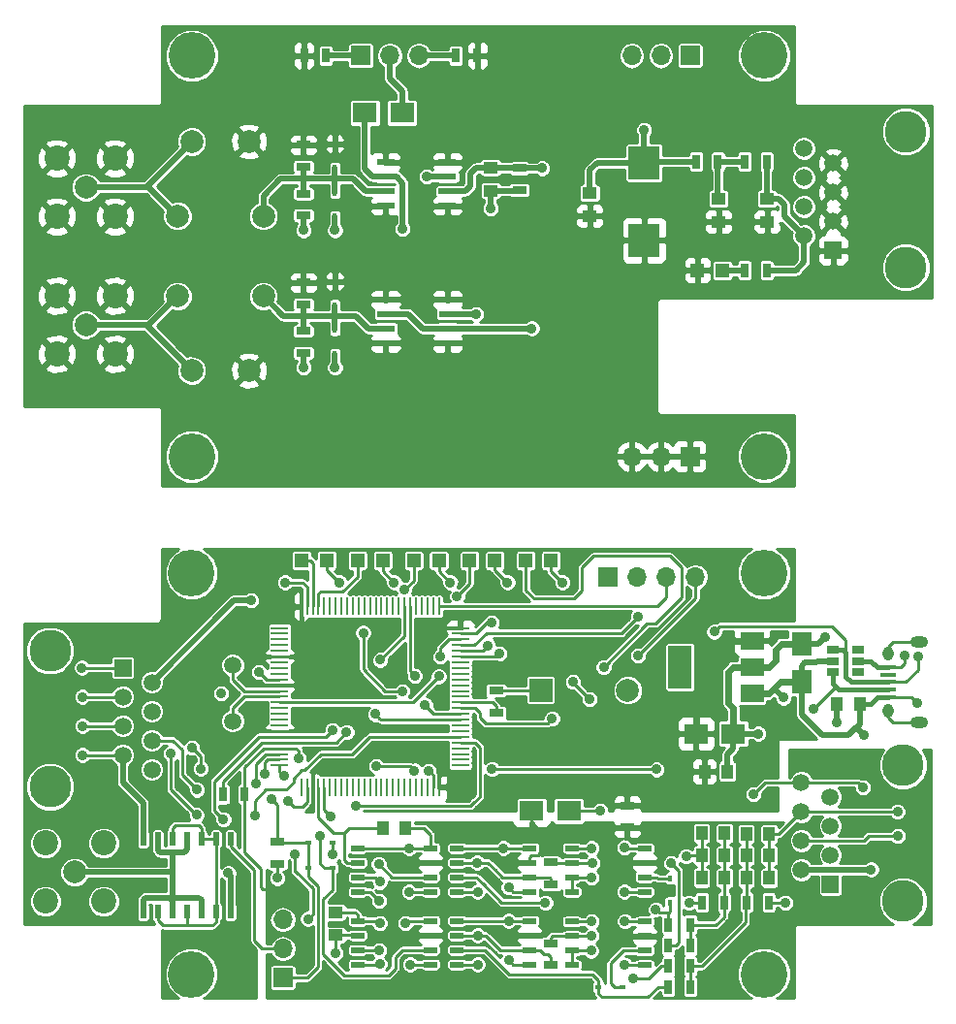
<source format=gtl>
G04 #@! TF.FileFunction,Copper,L1,Top,Signal*
%FSLAX46Y46*%
G04 Gerber Fmt 4.6, Leading zero omitted, Abs format (unit mm)*
G04 Created by KiCad (PCBNEW 4.0.7) date Wed Feb 14 18:29:33 2018*
%MOMM*%
%LPD*%
G01*
G04 APERTURE LIST*
%ADD10C,0.100000*%
%ADD11C,4.064000*%
%ADD12C,2.000000*%
%ADD13R,2.150000X1.800000*%
%ADD14R,2.700000X2.950000*%
%ADD15R,1.250000X1.000000*%
%ADD16R,0.450000X0.600000*%
%ADD17R,1.200000X1.200000*%
%ADD18C,2.200000*%
%ADD19R,1.700000X1.700000*%
%ADD20O,1.700000X1.700000*%
%ADD21C,3.650000*%
%ADD22R,1.500000X1.500000*%
%ADD23C,1.500000*%
%ADD24R,0.700000X1.300000*%
%ADD25R,1.300000X0.700000*%
%ADD26R,1.550000X0.600000*%
%ADD27R,1.500000X0.280000*%
%ADD28R,0.280000X1.500000*%
%ADD29R,2.000000X2.000000*%
%ADD30R,1.000000X1.250000*%
%ADD31R,1.800000X2.150000*%
%ADD32R,0.600000X0.450000*%
%ADD33R,1.060000X0.650000*%
%ADD34R,2.000000X3.800000*%
%ADD35R,2.000000X1.500000*%
%ADD36R,1.350000X0.400000*%
%ADD37O,0.950000X1.250000*%
%ADD38O,1.550000X1.000000*%
%ADD39R,0.508000X1.143000*%
%ADD40R,1.143000X0.508000*%
%ADD41C,0.900000*%
%ADD42C,0.250000*%
%ADD43C,0.500000*%
%ADD44C,0.400000*%
%ADD45C,0.600000*%
%ADD46C,0.254000*%
G04 APERTURE END LIST*
D10*
D11*
X89809000Y-56642000D03*
X89809000Y-21642000D03*
X39809000Y-56642000D03*
D12*
X46059000Y-42642000D03*
X38559000Y-42642000D03*
X46059000Y-35642000D03*
X38559000Y-35642000D03*
D13*
X54934000Y-26642000D03*
X58184000Y-26642000D03*
D14*
X79309000Y-31017000D03*
X79309000Y-37767000D03*
D15*
X74559000Y-33642000D03*
X74559000Y-35642000D03*
X85809000Y-34142000D03*
X85809000Y-36142000D03*
X90059000Y-34142000D03*
X90059000Y-36142000D03*
X65919000Y-31422000D03*
X65919000Y-33422000D03*
D16*
X52309000Y-47692000D03*
X52309000Y-45592000D03*
X52309000Y-43442000D03*
X52309000Y-41342000D03*
X52309000Y-35692000D03*
X52309000Y-33592000D03*
X52309000Y-31442000D03*
X52309000Y-29342000D03*
D17*
X86159000Y-40392000D03*
X83959000Y-40392000D03*
D18*
X28019000Y-47682000D03*
X28019000Y-42602000D03*
X33099000Y-42602000D03*
X33099000Y-47682000D03*
D12*
X30559000Y-45142000D03*
D18*
X28019000Y-35682000D03*
X28019000Y-30602000D03*
X33099000Y-30602000D03*
X33099000Y-35682000D03*
D12*
X30559000Y-33142000D03*
D19*
X83309000Y-21642000D03*
D20*
X80769000Y-21642000D03*
X78229000Y-21642000D03*
D19*
X83309000Y-56642000D03*
D20*
X80769000Y-56642000D03*
X78229000Y-56642000D03*
D21*
X102159000Y-28262000D03*
X102159000Y-40132000D03*
D22*
X95809000Y-38642000D03*
D23*
X93269000Y-37372000D03*
X95809000Y-36102000D03*
X93269000Y-34832000D03*
X95809000Y-33562000D03*
X93269000Y-32292000D03*
X95809000Y-31022000D03*
X93269000Y-29752000D03*
D19*
X54559000Y-21642000D03*
D20*
X57099000Y-21642000D03*
X59639000Y-21642000D03*
D24*
X88109000Y-30892000D03*
X90009000Y-30892000D03*
D12*
X39809000Y-49142000D03*
X44809000Y-49142000D03*
X39809000Y-29142000D03*
X44809000Y-29142000D03*
D25*
X49559000Y-47592000D03*
X49559000Y-45692000D03*
X49559000Y-43342000D03*
X49559000Y-41442000D03*
X49559000Y-35592000D03*
X49559000Y-33692000D03*
X49559000Y-31342000D03*
X49559000Y-29442000D03*
D24*
X62859000Y-21642000D03*
X64759000Y-21642000D03*
D25*
X68419000Y-31472000D03*
X68419000Y-33372000D03*
D24*
X51509000Y-21642000D03*
X49609000Y-21642000D03*
X85759000Y-30892000D03*
X83859000Y-30892000D03*
X90009000Y-40392000D03*
X88109000Y-40392000D03*
D11*
X39809000Y-21642000D03*
D26*
X56759000Y-42927000D03*
X56759000Y-44197000D03*
X56759000Y-45467000D03*
X56759000Y-46737000D03*
X62159000Y-46737000D03*
X62159000Y-45467000D03*
X62159000Y-44197000D03*
X62159000Y-42927000D03*
X56739000Y-30937000D03*
X56739000Y-32207000D03*
X56739000Y-33477000D03*
X56739000Y-34747000D03*
X62139000Y-34747000D03*
X62139000Y-33477000D03*
X62139000Y-32207000D03*
X62139000Y-30937000D03*
D24*
X81428000Y-102938500D03*
X83328000Y-102938500D03*
D27*
X47478000Y-71613500D03*
X47478000Y-72113500D03*
X47478000Y-72613500D03*
X47478000Y-73113500D03*
X47478000Y-73613500D03*
X47478000Y-74113500D03*
X47478000Y-74613500D03*
X47478000Y-75113500D03*
X47478000Y-75613500D03*
X47478000Y-76113500D03*
X47478000Y-76613500D03*
X47478000Y-77113500D03*
X47478000Y-77613500D03*
X47478000Y-78113500D03*
X47478000Y-78613500D03*
X47478000Y-79113500D03*
X47478000Y-79613500D03*
X47478000Y-80113500D03*
X47478000Y-80613500D03*
X47478000Y-81113500D03*
X47478000Y-81613500D03*
X47478000Y-82113500D03*
X47478000Y-82613500D03*
X47478000Y-83113500D03*
X47478000Y-83613500D03*
D28*
X49378000Y-85513500D03*
X49878000Y-85513500D03*
X50378000Y-85513500D03*
X50878000Y-85513500D03*
X51378000Y-85513500D03*
X51878000Y-85513500D03*
X52378000Y-85513500D03*
X52878000Y-85513500D03*
X53378000Y-85513500D03*
X53878000Y-85513500D03*
X54378000Y-85513500D03*
X54878000Y-85513500D03*
X55378000Y-85513500D03*
X55878000Y-85513500D03*
X56378000Y-85513500D03*
X56878000Y-85513500D03*
X57378000Y-85513500D03*
X57878000Y-85513500D03*
X58378000Y-85513500D03*
X58878000Y-85513500D03*
X59378000Y-85513500D03*
X59878000Y-85513500D03*
X60378000Y-85513500D03*
X60878000Y-85513500D03*
X61378000Y-85513500D03*
D27*
X63278000Y-83613500D03*
X63278000Y-83113500D03*
X63278000Y-82613500D03*
X63278000Y-82113500D03*
X63278000Y-81613500D03*
X63278000Y-81113500D03*
X63278000Y-80613500D03*
X63278000Y-80113500D03*
X63278000Y-79613500D03*
X63278000Y-79113500D03*
X63278000Y-78613500D03*
X63278000Y-78113500D03*
X63278000Y-77613500D03*
X63278000Y-77113500D03*
X63278000Y-76613500D03*
X63278000Y-76113500D03*
X63278000Y-75613500D03*
X63278000Y-75113500D03*
X63278000Y-74613500D03*
X63278000Y-74113500D03*
X63278000Y-73613500D03*
X63278000Y-73113500D03*
X63278000Y-72613500D03*
X63278000Y-72113500D03*
X63278000Y-71613500D03*
D28*
X61378000Y-69713500D03*
X60878000Y-69713500D03*
X60378000Y-69713500D03*
X59878000Y-69713500D03*
X59378000Y-69713500D03*
X58878000Y-69713500D03*
X58378000Y-69713500D03*
X57878000Y-69713500D03*
X57378000Y-69713500D03*
X56878000Y-69713500D03*
X56378000Y-69713500D03*
X55878000Y-69713500D03*
X55378000Y-69713500D03*
X54878000Y-69713500D03*
X54378000Y-69713500D03*
X53878000Y-69713500D03*
X53378000Y-69713500D03*
X52878000Y-69713500D03*
X52378000Y-69713500D03*
X51878000Y-69713500D03*
X51378000Y-69713500D03*
X50878000Y-69713500D03*
X50378000Y-69713500D03*
X49878000Y-69713500D03*
X49378000Y-69713500D03*
D11*
X89778000Y-101838500D03*
X39778000Y-101838500D03*
X89778000Y-66838500D03*
D29*
X70278000Y-77038500D03*
D12*
X77878000Y-77038500D03*
D30*
X98128000Y-78238500D03*
X96128000Y-78238500D03*
D31*
X93078000Y-76263500D03*
X93078000Y-73013500D03*
D30*
X84578000Y-84138500D03*
X86578000Y-84138500D03*
X56478000Y-89088500D03*
X58478000Y-89088500D03*
D15*
X52378000Y-98438500D03*
X52378000Y-96438500D03*
D13*
X69493000Y-87588500D03*
X72743000Y-87588500D03*
X83853000Y-80838500D03*
X87103000Y-80838500D03*
D16*
X81578000Y-95588500D03*
X81578000Y-93488500D03*
D32*
X75328000Y-102988500D03*
X77428000Y-102988500D03*
X49978000Y-90338500D03*
X52078000Y-90338500D03*
D33*
X98028000Y-75438500D03*
X98028000Y-74488500D03*
X98028000Y-73538500D03*
X95828000Y-73538500D03*
X95828000Y-75438500D03*
X95828000Y-74488500D03*
D32*
X49978000Y-92588500D03*
X52078000Y-92588500D03*
D17*
X54278000Y-65738500D03*
X56478000Y-65738500D03*
X59178000Y-65738500D03*
X61378000Y-65738500D03*
X64078000Y-65738500D03*
X66278000Y-65738500D03*
X68978000Y-65738500D03*
X71178000Y-65738500D03*
X49378000Y-65738500D03*
X51578000Y-65738500D03*
D21*
X27428000Y-85468500D03*
X27428000Y-73598500D03*
D22*
X33778000Y-75088500D03*
D23*
X36318000Y-76358500D03*
X33778000Y-77628500D03*
X36318000Y-78898500D03*
X33778000Y-80168500D03*
X36318000Y-81438500D03*
X33778000Y-82708500D03*
X36318000Y-83978500D03*
D19*
X76178000Y-67138500D03*
D20*
X78718000Y-67138500D03*
X81258000Y-67138500D03*
X83798000Y-67138500D03*
D25*
X77828000Y-89038500D03*
X77828000Y-87138500D03*
D24*
X81428000Y-99338500D03*
X83328000Y-99338500D03*
X81428000Y-101138500D03*
X83328000Y-101138500D03*
X81428000Y-97538500D03*
X83328000Y-97538500D03*
D25*
X71178000Y-93988500D03*
X71178000Y-92088500D03*
X71178000Y-101038500D03*
X71178000Y-99138500D03*
X47278000Y-92188500D03*
X47278000Y-90288500D03*
D24*
X42528000Y-86138500D03*
X44428000Y-86138500D03*
D25*
X66378000Y-78988500D03*
X66378000Y-77088500D03*
D34*
X82428000Y-75038500D03*
D35*
X88728000Y-75038500D03*
X88728000Y-72738500D03*
X88728000Y-77338500D03*
D23*
X43378000Y-74863500D03*
X43378000Y-79743500D03*
D11*
X39778000Y-66838500D03*
D30*
X86328000Y-93438500D03*
X84328000Y-93438500D03*
X86328000Y-91488500D03*
X84328000Y-91488500D03*
X86328000Y-89538500D03*
X84328000Y-89538500D03*
X88228000Y-89588500D03*
X90228000Y-89588500D03*
X88228000Y-91488500D03*
X90228000Y-91488500D03*
X88228000Y-93438500D03*
X90228000Y-93438500D03*
D21*
X101917500Y-83600000D03*
X101917500Y-95470000D03*
D22*
X95567500Y-93980000D03*
D23*
X93027500Y-92710000D03*
X95567500Y-91440000D03*
X93027500Y-90170000D03*
X95567500Y-88900000D03*
X93027500Y-87630000D03*
X95567500Y-86360000D03*
X93027500Y-85090000D03*
D36*
X100628000Y-77638500D03*
X100628000Y-76988500D03*
X100628000Y-76338500D03*
X100628000Y-75688500D03*
X100628000Y-75038500D03*
D37*
X100628000Y-78838500D03*
X100628000Y-73838500D03*
D38*
X103328000Y-79838500D03*
X103328000Y-72838500D03*
D24*
X86278000Y-95588500D03*
X84378000Y-95588500D03*
X90178000Y-95588500D03*
X88278000Y-95588500D03*
D18*
X27038000Y-95478500D03*
X27038000Y-90398500D03*
X32118000Y-90398500D03*
X32118000Y-95478500D03*
D12*
X29578000Y-92938500D03*
D39*
X43188000Y-90036500D03*
X41918000Y-90036500D03*
X40648000Y-90036500D03*
X39378000Y-90036500D03*
X38108000Y-90036500D03*
X36838000Y-90036500D03*
X35568000Y-90036500D03*
X35568000Y-96386500D03*
X36838000Y-96386500D03*
X39378000Y-96386500D03*
X40648000Y-96386500D03*
X41918000Y-96386500D03*
X43188000Y-96386500D03*
X38108000Y-96386500D03*
D19*
X47758000Y-102158500D03*
D20*
X47758000Y-99618500D03*
X47758000Y-97078500D03*
D40*
X79353000Y-97233500D03*
X79353000Y-98503500D03*
X79353000Y-99773500D03*
X79353000Y-101043500D03*
X73003000Y-101043500D03*
X73003000Y-99773500D03*
X73003000Y-98503500D03*
X73003000Y-97233500D03*
X69303000Y-90833500D03*
X69303000Y-92103500D03*
X69303000Y-93373500D03*
X69303000Y-94643500D03*
X62953000Y-94643500D03*
X62953000Y-93373500D03*
X62953000Y-92103500D03*
X62953000Y-90833500D03*
X69303000Y-97183500D03*
X69303000Y-98453500D03*
X69303000Y-99723500D03*
X69303000Y-100993500D03*
X62953000Y-100993500D03*
X62953000Y-99723500D03*
X62953000Y-98453500D03*
X62953000Y-97183500D03*
X60653000Y-90833500D03*
X60653000Y-92103500D03*
X60653000Y-93373500D03*
X60653000Y-94643500D03*
X54303000Y-94643500D03*
X54303000Y-93373500D03*
X54303000Y-92103500D03*
X54303000Y-90833500D03*
X60653000Y-97183500D03*
X60653000Y-98453500D03*
X60653000Y-99723500D03*
X60653000Y-100993500D03*
X54303000Y-100993500D03*
X54303000Y-99723500D03*
X54303000Y-98453500D03*
X54303000Y-97183500D03*
X79353000Y-90833500D03*
X79353000Y-92103500D03*
X79353000Y-93373500D03*
X79353000Y-94643500D03*
X73003000Y-94643500D03*
X73003000Y-93373500D03*
X73003000Y-92103500D03*
X73003000Y-90833500D03*
D41*
X30268000Y-82708500D03*
X30268000Y-80168500D03*
X30248000Y-77628500D03*
X30208000Y-75088500D03*
X73078000Y-76288500D03*
X74528000Y-77838500D03*
X48178000Y-86688500D03*
X40578000Y-83888500D03*
X39828000Y-82038500D03*
X42378000Y-77338500D03*
X96128000Y-79838500D03*
X95078000Y-72438500D03*
X102028000Y-74038500D03*
X65978000Y-71138500D03*
X45678000Y-75438500D03*
X89278000Y-80838500D03*
X47978000Y-67638500D03*
X53828000Y-83613500D03*
X61803000Y-84163500D03*
X49328000Y-71813500D03*
X49228000Y-74113500D03*
X61528000Y-72113500D03*
X49228000Y-76613500D03*
X49228000Y-80213500D03*
X66228000Y-87063500D03*
X64028000Y-85988500D03*
X60309000Y-32202000D03*
X64629000Y-44202000D03*
X79309000Y-28142000D03*
X52309000Y-48892000D03*
X52309000Y-36892000D03*
X49559000Y-36892000D03*
X49559000Y-48892000D03*
X43003000Y-93013500D03*
X44978000Y-69188500D03*
X91478000Y-77688500D03*
X98478000Y-80988500D03*
X103178000Y-78188500D03*
X99128000Y-92688500D03*
X42578000Y-88338500D03*
X75458000Y-87588500D03*
X58478000Y-97388500D03*
X56228000Y-97388500D03*
X47278000Y-93438500D03*
X67478000Y-100588500D03*
X56178000Y-95438500D03*
X58778000Y-94638500D03*
X58878000Y-100988500D03*
X56228000Y-100938500D03*
X58778000Y-90838500D03*
X64778000Y-100988500D03*
X67478000Y-97183500D03*
X64778000Y-94638500D03*
X67478000Y-94238500D03*
X67028000Y-90833500D03*
X74678000Y-99788500D03*
X74728000Y-97238500D03*
X77628000Y-101038500D03*
X77628000Y-97238500D03*
X77578000Y-90788500D03*
X77578000Y-94638500D03*
X74728000Y-93388500D03*
X74728000Y-90838500D03*
X83228000Y-95588500D03*
X91628000Y-95588500D03*
X52128000Y-80513500D03*
X51978000Y-88088500D03*
X48828000Y-91338500D03*
X52358000Y-100008500D03*
X49948000Y-97008500D03*
X53328000Y-80713500D03*
X60503000Y-84088500D03*
X61528000Y-74113500D03*
X52798000Y-95028500D03*
X49098000Y-94378500D03*
X73928000Y-102988500D03*
X75278000Y-101088500D03*
X99428000Y-86188500D03*
X49128000Y-83013500D03*
X80328000Y-96188500D03*
X70678000Y-95588500D03*
X46778000Y-86588500D03*
X45378000Y-85188500D03*
X59278000Y-75788500D03*
X56128000Y-92238500D03*
X52078000Y-91388500D03*
X65678000Y-73138500D03*
X85428000Y-71938500D03*
X103228000Y-74088500D03*
X94078000Y-78688500D03*
X66678000Y-73838500D03*
X51028000Y-89738500D03*
X56278000Y-74388500D03*
X57478000Y-67638500D03*
X58378000Y-68288500D03*
X55828000Y-79138500D03*
X62378000Y-67638500D03*
X60178000Y-78338500D03*
X58178000Y-77138500D03*
X54778000Y-72038500D03*
X62978000Y-68838500D03*
X67378000Y-67638500D03*
X75778000Y-75038500D03*
X71278000Y-79538500D03*
X72178000Y-67638500D03*
X52678000Y-67638500D03*
X45328000Y-87988500D03*
X37978000Y-82588500D03*
X40228000Y-87938500D03*
X40278000Y-85738500D03*
X54178000Y-87138500D03*
X46178000Y-84338500D03*
X78778000Y-70638500D03*
X78778000Y-74038500D03*
X61378000Y-75838500D03*
X74778000Y-92138500D03*
X81678000Y-92138500D03*
X74728000Y-98488500D03*
X78378000Y-102238500D03*
X64728000Y-92103500D03*
X56228000Y-93788500D03*
X64778000Y-98453500D03*
X56178000Y-99738500D03*
X101478000Y-89788500D03*
X82978000Y-91538500D03*
X101428000Y-87638500D03*
X47853000Y-84513500D03*
X55928000Y-83688500D03*
X80403000Y-83963500D03*
X88853000Y-86138500D03*
X59253000Y-84063500D03*
X66028000Y-83938500D03*
X98428000Y-85538500D03*
X65919000Y-35012000D03*
X58209000Y-36782000D03*
X69499000Y-45452000D03*
X70389000Y-31472000D03*
D42*
X66378000Y-77088500D02*
X70228000Y-77088500D01*
X70228000Y-77088500D02*
X70278000Y-77038500D01*
D43*
X49659000Y-41342000D02*
X49559000Y-41442000D01*
D42*
X33778000Y-82708500D02*
X30268000Y-82708500D01*
X33778000Y-80168500D02*
X30268000Y-80168500D01*
X33778000Y-77628500D02*
X30248000Y-77628500D01*
X33778000Y-75088500D02*
X30208000Y-75088500D01*
X73078000Y-76388500D02*
X73078000Y-76288500D01*
X74528000Y-77838500D02*
X73078000Y-76388500D01*
X49878000Y-86838500D02*
X49878000Y-85513500D01*
X49478000Y-87238500D02*
X49878000Y-86838500D01*
X48728000Y-87238500D02*
X49478000Y-87238500D01*
X48178000Y-86688500D02*
X48728000Y-87238500D01*
X40578000Y-82788500D02*
X40578000Y-83888500D01*
X39828000Y-82038500D02*
X40578000Y-82788500D01*
D43*
X35568000Y-90036500D02*
X35568000Y-86878500D01*
X33778000Y-85088500D02*
X33778000Y-82708500D01*
X35568000Y-86878500D02*
X33778000Y-85088500D01*
D44*
X100628000Y-75038500D02*
X99678000Y-75038500D01*
X99128000Y-74488500D02*
X98028000Y-74488500D01*
X99678000Y-75038500D02*
X99128000Y-74488500D01*
D43*
X96128000Y-78238500D02*
X96128000Y-79838500D01*
X93078000Y-73013500D02*
X94503000Y-73013500D01*
X94503000Y-73013500D02*
X95078000Y-72438500D01*
D42*
X100628000Y-75038500D02*
X101728000Y-75038500D01*
X102028000Y-74738500D02*
X102028000Y-74038500D01*
X101728000Y-75038500D02*
X102028000Y-74738500D01*
X65578000Y-71138500D02*
X65978000Y-71138500D01*
X64603000Y-72113500D02*
X65578000Y-71138500D01*
X63278000Y-72113500D02*
X64603000Y-72113500D01*
X47478000Y-76113500D02*
X46353000Y-76113500D01*
X46353000Y-76113500D02*
X45678000Y-75438500D01*
D43*
X87103000Y-80838500D02*
X89278000Y-80838500D01*
X87103000Y-80838500D02*
X87103000Y-82113500D01*
X86578000Y-82638500D02*
X86578000Y-84138500D01*
X87103000Y-82113500D02*
X86578000Y-82638500D01*
D42*
X49878000Y-69713500D02*
X49878000Y-68038500D01*
X49478000Y-67638500D02*
X47978000Y-67638500D01*
X49878000Y-68038500D02*
X49478000Y-67638500D01*
D45*
X87103000Y-80838500D02*
X87103000Y-78563500D01*
X87078000Y-75038500D02*
X88728000Y-75038500D01*
X86678000Y-75438500D02*
X87078000Y-75038500D01*
X86678000Y-78138500D02*
X86678000Y-75438500D01*
X87103000Y-78563500D02*
X86678000Y-78138500D01*
X88728000Y-75038500D02*
X90178000Y-75038500D01*
X91303000Y-73013500D02*
X93078000Y-73013500D01*
X90778000Y-73538500D02*
X91303000Y-73013500D01*
X90778000Y-74438500D02*
X90778000Y-73538500D01*
X90178000Y-75038500D02*
X90778000Y-74438500D01*
D42*
X50378000Y-85513500D02*
X50378000Y-84388500D01*
X51153000Y-83613500D02*
X53828000Y-83613500D01*
X50378000Y-84388500D02*
X51153000Y-83613500D01*
X61378000Y-85513500D02*
X61378000Y-84588500D01*
X61378000Y-84588500D02*
X61803000Y-84163500D01*
X49378000Y-69713500D02*
X49378000Y-71763500D01*
X49378000Y-71763500D02*
X49328000Y-71813500D01*
X47478000Y-74113500D02*
X49228000Y-74113500D01*
D45*
X83853000Y-80838500D02*
X83853000Y-78563500D01*
X86578000Y-72738500D02*
X88728000Y-72738500D01*
X85578000Y-73738500D02*
X86578000Y-72738500D01*
X85578000Y-76838500D02*
X85578000Y-73738500D01*
X83853000Y-78563500D02*
X85578000Y-76838500D01*
D42*
X63278000Y-71613500D02*
X62028000Y-71613500D01*
X62028000Y-71613500D02*
X61528000Y-72113500D01*
X47478000Y-76613500D02*
X49228000Y-76613500D01*
X47478000Y-80613500D02*
X48828000Y-80613500D01*
X48828000Y-80613500D02*
X49228000Y-80213500D01*
X61803000Y-84163500D02*
X62203000Y-84163500D01*
X62203000Y-84163500D02*
X64028000Y-85988500D01*
D43*
X62139000Y-32207000D02*
X60314000Y-32207000D01*
X60314000Y-32207000D02*
X60309000Y-32202000D01*
X62159000Y-44197000D02*
X64624000Y-44197000D01*
X64624000Y-44197000D02*
X64629000Y-44202000D01*
X79309000Y-31017000D02*
X79309000Y-28142000D01*
X79309000Y-31017000D02*
X75184000Y-31017000D01*
X74559000Y-31642000D02*
X74559000Y-33642000D01*
X75184000Y-31017000D02*
X74559000Y-31642000D01*
X52309000Y-47692000D02*
X52309000Y-48892000D01*
X52309000Y-35692000D02*
X52309000Y-36892000D01*
X49559000Y-35592000D02*
X49559000Y-36892000D01*
X49559000Y-47592000D02*
X49559000Y-48892000D01*
X49659000Y-47692000D02*
X49559000Y-47592000D01*
X83859000Y-30892000D02*
X79434000Y-30892000D01*
X79434000Y-30892000D02*
X79309000Y-31017000D01*
X43188000Y-96386500D02*
X43188000Y-93198500D01*
X43188000Y-93198500D02*
X43003000Y-93013500D01*
X43478000Y-69188500D02*
X44978000Y-69188500D01*
X36318000Y-76348500D02*
X43478000Y-69188500D01*
X90778000Y-76988500D02*
X90778000Y-76738500D01*
X90653000Y-76863500D02*
X90778000Y-76988500D01*
X91478000Y-77688500D02*
X90653000Y-76863500D01*
X36318000Y-76358500D02*
X36318000Y-76348500D01*
X93078000Y-79188500D02*
X93078000Y-76263500D01*
X97778000Y-80388500D02*
X97178000Y-80988500D01*
X97178000Y-80988500D02*
X94878000Y-80988500D01*
X94878000Y-80988500D02*
X93078000Y-79188500D01*
X97878000Y-80388500D02*
X97778000Y-80388500D01*
X98478000Y-80988500D02*
X97878000Y-80388500D01*
X98128000Y-78238500D02*
X98128000Y-80038500D01*
X98128000Y-80038500D02*
X97778000Y-80388500D01*
X95828000Y-74488500D02*
X94478000Y-74488500D01*
X94478000Y-74488500D02*
X94328000Y-74638500D01*
X94328000Y-74638500D02*
X93378000Y-74638500D01*
X93378000Y-74638500D02*
X93078000Y-74938500D01*
X93078000Y-74938500D02*
X93078000Y-76263500D01*
D44*
X100628000Y-77638500D02*
X99678000Y-77638500D01*
X99078000Y-78238500D02*
X98128000Y-78238500D01*
X99678000Y-77638500D02*
X99078000Y-78238500D01*
D42*
X100628000Y-77638500D02*
X102628000Y-77638500D01*
X102628000Y-77638500D02*
X103178000Y-78188500D01*
D45*
X88728000Y-77338500D02*
X90178000Y-77338500D01*
X90178000Y-77338500D02*
X90778000Y-76738500D01*
X90778000Y-76738500D02*
X91253000Y-76263500D01*
X91253000Y-76263500D02*
X93078000Y-76263500D01*
D43*
X99098000Y-92718500D02*
X99128000Y-92688500D01*
X93038000Y-92718500D02*
X99098000Y-92718500D01*
D42*
X50878000Y-85513500D02*
X50878000Y-88188500D01*
X52228000Y-89538500D02*
X53128000Y-89538500D01*
X50878000Y-88188500D02*
X52228000Y-89538500D01*
X54303000Y-92103500D02*
X53343000Y-92103500D01*
X53578000Y-89088500D02*
X56478000Y-89088500D01*
X53128000Y-89538500D02*
X53578000Y-89088500D01*
X53128000Y-91888500D02*
X53128000Y-89538500D01*
X53343000Y-92103500D02*
X53128000Y-91888500D01*
X41778000Y-87538500D02*
X42578000Y-88338500D01*
X47478000Y-81113500D02*
X45653000Y-81113500D01*
X41778000Y-84988500D02*
X41778000Y-87238500D01*
X45653000Y-81113500D02*
X41778000Y-84988500D01*
X41778000Y-87238500D02*
X41778000Y-87538500D01*
X72743000Y-87588500D02*
X75458000Y-87588500D01*
X60653000Y-97183500D02*
X58683000Y-97183500D01*
X58683000Y-97183500D02*
X58478000Y-97388500D01*
X54303000Y-97183500D02*
X56023000Y-97183500D01*
X56023000Y-97183500D02*
X56228000Y-97388500D01*
X47278000Y-92188500D02*
X47278000Y-93438500D01*
X67478000Y-100588500D02*
X67883000Y-100993500D01*
X67883000Y-100993500D02*
X69303000Y-100993500D01*
X54303000Y-94643500D02*
X55383000Y-94643500D01*
X55383000Y-94643500D02*
X56178000Y-95438500D01*
X60653000Y-94643500D02*
X58783000Y-94643500D01*
X58783000Y-94643500D02*
X58778000Y-94638500D01*
X58478000Y-89088500D02*
X60078000Y-89088500D01*
X60653000Y-89663500D02*
X60653000Y-90833500D01*
X60078000Y-89088500D02*
X60653000Y-89663500D01*
X54303000Y-97183500D02*
X54303000Y-96663500D01*
X54078000Y-96438500D02*
X52378000Y-96438500D01*
X54303000Y-96663500D02*
X54078000Y-96438500D01*
X60653000Y-100993500D02*
X58883000Y-100993500D01*
X58883000Y-100993500D02*
X58878000Y-100988500D01*
X54303000Y-100993500D02*
X56173000Y-100993500D01*
X56173000Y-100993500D02*
X56228000Y-100938500D01*
X54303000Y-90833500D02*
X58773000Y-90833500D01*
X58783000Y-90833500D02*
X58778000Y-90838500D01*
X58783000Y-90833500D02*
X60653000Y-90833500D01*
X58773000Y-90833500D02*
X58778000Y-90838500D01*
X62953000Y-100993500D02*
X64773000Y-100993500D01*
X64773000Y-100993500D02*
X64778000Y-100988500D01*
X62953000Y-97183500D02*
X67478000Y-97183500D01*
X67478000Y-97183500D02*
X69303000Y-97183500D01*
X62953000Y-94643500D02*
X64773000Y-94643500D01*
X64773000Y-94643500D02*
X64778000Y-94638500D01*
X69303000Y-94643500D02*
X67883000Y-94643500D01*
X67883000Y-94643500D02*
X67478000Y-94238500D01*
X62953000Y-90833500D02*
X67028000Y-90833500D01*
X67028000Y-90833500D02*
X69303000Y-90833500D01*
X73003000Y-101043500D02*
X73003000Y-99773500D01*
X73003000Y-99773500D02*
X74663000Y-99773500D01*
X74663000Y-99773500D02*
X74678000Y-99788500D01*
X73003000Y-97233500D02*
X74723000Y-97233500D01*
X74723000Y-97233500D02*
X74728000Y-97238500D01*
X79353000Y-101043500D02*
X77633000Y-101043500D01*
X77633000Y-101043500D02*
X77628000Y-101038500D01*
X79353000Y-97233500D02*
X77633000Y-97233500D01*
X77633000Y-97233500D02*
X77628000Y-97238500D01*
X79353000Y-90833500D02*
X77623000Y-90833500D01*
X77623000Y-90833500D02*
X77578000Y-90788500D01*
X79353000Y-94643500D02*
X77583000Y-94643500D01*
X77583000Y-94643500D02*
X77578000Y-94638500D01*
X73003000Y-94643500D02*
X73003000Y-93373500D01*
X73003000Y-93373500D02*
X74713000Y-93373500D01*
X74713000Y-93373500D02*
X74728000Y-93388500D01*
X73003000Y-90833500D02*
X74723000Y-90833500D01*
X74723000Y-90833500D02*
X74728000Y-90838500D01*
X84378000Y-95588500D02*
X83228000Y-95588500D01*
X90178000Y-95588500D02*
X91628000Y-95588500D01*
X47478000Y-81113500D02*
X51528000Y-81113500D01*
X51528000Y-81113500D02*
X52128000Y-80513500D01*
X48828000Y-92888500D02*
X48891602Y-92888500D01*
X51978000Y-88088500D02*
X51378000Y-87488500D01*
X51378000Y-85513500D02*
X51378000Y-87488500D01*
X48828000Y-92888500D02*
X48828000Y-91338500D01*
X52378000Y-99988500D02*
X52378000Y-98438500D01*
X52358000Y-100008500D02*
X52378000Y-99988500D01*
X50377996Y-96578504D02*
X49948000Y-97008500D01*
X50377996Y-94374894D02*
X50377996Y-96578504D01*
X48891602Y-92888500D02*
X50377996Y-94374894D01*
X52378000Y-98438500D02*
X54288000Y-98438500D01*
X54288000Y-98438500D02*
X54303000Y-98453500D01*
X47478000Y-81613500D02*
X45916602Y-81613500D01*
X42528000Y-85002102D02*
X42528000Y-86138500D01*
X45916602Y-81613500D02*
X42528000Y-85002102D01*
X47478000Y-81613500D02*
X52428000Y-81613500D01*
X52428000Y-81613500D02*
X53328000Y-80713500D01*
X60878000Y-85513500D02*
X60878000Y-84463500D01*
X60878000Y-84463500D02*
X60503000Y-84088500D01*
X63278000Y-72613500D02*
X62228000Y-72613500D01*
X61528000Y-73313500D02*
X61528000Y-74113500D01*
X62228000Y-72613500D02*
X61528000Y-73313500D01*
X47478000Y-77113500D02*
X44378000Y-77113500D01*
X43378000Y-76113500D02*
X43378000Y-74863500D01*
X44378000Y-77113500D02*
X43378000Y-76113500D01*
X47478000Y-77613500D02*
X44378000Y-77613500D01*
X43378000Y-78613500D02*
X43378000Y-79743500D01*
X44378000Y-77613500D02*
X43378000Y-78613500D01*
X44428000Y-86138500D02*
X44428000Y-91248500D01*
X58083000Y-98453500D02*
X60653000Y-98453500D01*
X57428000Y-97798500D02*
X58083000Y-98453500D01*
X57428000Y-96968500D02*
X57428000Y-97798500D01*
X56838000Y-96378500D02*
X57428000Y-96968500D01*
X55188000Y-96378500D02*
X56838000Y-96378500D01*
X54408000Y-95598500D02*
X55188000Y-96378500D01*
X53368000Y-95598500D02*
X54408000Y-95598500D01*
X52798000Y-95028500D02*
X53368000Y-95598500D01*
X49088000Y-94388500D02*
X49098000Y-94378500D01*
X45968000Y-94388500D02*
X49088000Y-94388500D01*
X45848000Y-94268500D02*
X45968000Y-94388500D01*
X45848000Y-92668500D02*
X45848000Y-94268500D01*
X44428000Y-91248500D02*
X45848000Y-92668500D01*
X69493000Y-87588500D02*
X69493000Y-88613500D01*
X69303000Y-91593500D02*
X69303000Y-92103500D01*
X69428000Y-91468500D02*
X69303000Y-91593500D01*
X70068000Y-91468500D02*
X69428000Y-91468500D01*
X70868000Y-90668500D02*
X70068000Y-91468500D01*
X70868000Y-89988500D02*
X70868000Y-90668500D01*
X69493000Y-88613500D02*
X70868000Y-89988500D01*
X79353000Y-98503500D02*
X77713000Y-98503500D01*
X75278000Y-100938500D02*
X75278000Y-101088500D01*
X77713000Y-98503500D02*
X75278000Y-100938500D01*
X47478000Y-82113500D02*
X46053000Y-82113500D01*
X44428000Y-83738500D02*
X44428000Y-86138500D01*
X46053000Y-82113500D02*
X44428000Y-83738500D01*
X47478000Y-82113500D02*
X48928000Y-82113500D01*
X49128000Y-82313500D02*
X49128000Y-83013500D01*
X48928000Y-82113500D02*
X49128000Y-82313500D01*
X66878000Y-95588500D02*
X70678000Y-95588500D01*
X64663000Y-93373500D02*
X65213000Y-93923500D01*
X65213000Y-93923500D02*
X66878000Y-95588500D01*
X62953000Y-93373500D02*
X64663000Y-93373500D01*
X80603000Y-96463500D02*
X81453000Y-96463500D01*
X80328000Y-96188500D02*
X80603000Y-96463500D01*
X81578000Y-95588500D02*
X81578000Y-96338500D01*
X81578000Y-96338500D02*
X81453000Y-96463500D01*
X81453000Y-96463500D02*
X81428000Y-96488500D01*
X81428000Y-96488500D02*
X81428000Y-97538500D01*
X79353000Y-93373500D02*
X80413000Y-93373500D01*
X80528000Y-93488500D02*
X81578000Y-93488500D01*
X80413000Y-93373500D02*
X80528000Y-93488500D01*
X67528000Y-101838500D02*
X74778000Y-101838500D01*
X62953000Y-99723500D02*
X65413000Y-99723500D01*
X65413000Y-99723500D02*
X67528000Y-101838500D01*
X75328000Y-102388500D02*
X75328000Y-102988500D01*
X74778000Y-101838500D02*
X75328000Y-102388500D01*
X81428000Y-102938500D02*
X80528000Y-102938500D01*
X75328000Y-103538500D02*
X75328000Y-102988500D01*
X75628000Y-103838500D02*
X75328000Y-103538500D01*
X79628000Y-103838500D02*
X75628000Y-103838500D01*
X80528000Y-102938500D02*
X79628000Y-103838500D01*
X79353000Y-99773500D02*
X77493000Y-99773500D01*
X76728000Y-102988500D02*
X77428000Y-102988500D01*
X76378000Y-102638500D02*
X76728000Y-102988500D01*
X76378000Y-100888500D02*
X76378000Y-102638500D01*
X77493000Y-99773500D02*
X76378000Y-100888500D01*
X50827998Y-94188498D02*
X50827998Y-101218502D01*
X49978000Y-93338500D02*
X50827998Y-94188498D01*
X49978000Y-92588500D02*
X49978000Y-93338500D01*
X49888000Y-102158500D02*
X47758000Y-102158500D01*
X50827998Y-101218502D02*
X49888000Y-102158500D01*
X47478000Y-82613500D02*
X46253000Y-82613500D01*
X47278000Y-87088500D02*
X47278000Y-90288500D01*
X46778000Y-86588500D02*
X47278000Y-87088500D01*
X45378000Y-83488500D02*
X45378000Y-85188500D01*
X46253000Y-82613500D02*
X45378000Y-83488500D01*
X49978000Y-92588500D02*
X49978000Y-90338500D01*
X49978000Y-90338500D02*
X47328000Y-90338500D01*
X47328000Y-90338500D02*
X47278000Y-90288500D01*
X58878000Y-75388500D02*
X59278000Y-75788500D01*
X58878000Y-69713500D02*
X58878000Y-75388500D01*
X60653000Y-93373500D02*
X57263000Y-93373500D01*
X56128000Y-92238500D02*
X57263000Y-93373500D01*
X52078000Y-91388500D02*
X52078000Y-90338500D01*
X63278000Y-73613500D02*
X65203000Y-73613500D01*
X65203000Y-73613500D02*
X65678000Y-73138500D01*
X96928000Y-72638500D02*
X95728000Y-71438500D01*
X95728000Y-71438500D02*
X85928000Y-71438500D01*
X85928000Y-71438500D02*
X85428000Y-71938500D01*
X96928000Y-72638500D02*
X96928000Y-73788500D01*
D44*
X100628000Y-76338500D02*
X97378000Y-76338500D01*
X97378000Y-76338500D02*
X96928000Y-75888500D01*
X96928000Y-75888500D02*
X96928000Y-73788500D01*
X96678000Y-73538500D02*
X95828000Y-73538500D01*
X96928000Y-73788500D02*
X96678000Y-73538500D01*
D42*
X100628000Y-76338500D02*
X102178000Y-76338500D01*
X103228000Y-75288500D02*
X103228000Y-74088500D01*
X102178000Y-76338500D02*
X103228000Y-75288500D01*
X96053000Y-76713500D02*
X94078000Y-78688500D01*
X66403000Y-74113500D02*
X66678000Y-73838500D01*
X66403000Y-74113500D02*
X63278000Y-74113500D01*
D44*
X100628000Y-76988500D02*
X96328000Y-76988500D01*
X95828000Y-76488500D02*
X95828000Y-75438500D01*
X96328000Y-76988500D02*
X96053000Y-76713500D01*
X96053000Y-76713500D02*
X95828000Y-76488500D01*
D43*
X86159000Y-40392000D02*
X88109000Y-40392000D01*
D42*
X52078000Y-92588500D02*
X51428000Y-92588500D01*
X58378000Y-72288500D02*
X58378000Y-69713500D01*
X58378000Y-72288500D02*
X56278000Y-74388500D01*
X51028000Y-92188500D02*
X51028000Y-89738500D01*
X51428000Y-92588500D02*
X51028000Y-92188500D01*
X52078000Y-92588500D02*
X52078000Y-94488500D01*
X58193000Y-99723500D02*
X57578000Y-100338500D01*
X57578000Y-100338500D02*
X57578000Y-101338500D01*
X57578000Y-101338500D02*
X56978000Y-101938500D01*
X56978000Y-101938500D02*
X53128000Y-101938500D01*
X58193000Y-99723500D02*
X60653000Y-99723500D01*
X51278000Y-100088500D02*
X53128000Y-101938500D01*
X51278000Y-95288500D02*
X51278000Y-100088500D01*
X52078000Y-94488500D02*
X51278000Y-95288500D01*
X50878000Y-69713500D02*
X50878000Y-68638500D01*
X54278000Y-67138500D02*
X54278000Y-65738500D01*
X52978000Y-68438500D02*
X54278000Y-67138500D01*
X51078000Y-68438500D02*
X52978000Y-68438500D01*
X50878000Y-68638500D02*
X51078000Y-68438500D01*
X56478000Y-65738500D02*
X56478000Y-66638500D01*
X56478000Y-66638500D02*
X57478000Y-67638500D01*
X59178000Y-67488500D02*
X58378000Y-68288500D01*
X55828000Y-79138500D02*
X56178000Y-79488500D01*
X56178000Y-79488500D02*
X56328000Y-79638500D01*
X63253000Y-79638500D02*
X56328000Y-79638500D01*
X59178000Y-67488500D02*
X59178000Y-65738500D01*
X63253000Y-79638500D02*
X63278000Y-79613500D01*
X61378000Y-65738500D02*
X61378000Y-66638500D01*
X61378000Y-66638500D02*
X62378000Y-67638500D01*
X64078000Y-65738500D02*
X64078000Y-67738500D01*
X60953000Y-79113500D02*
X63278000Y-79113500D01*
X60178000Y-78338500D02*
X60953000Y-79113500D01*
X56678000Y-77138500D02*
X58178000Y-77138500D01*
X54778000Y-75238500D02*
X56678000Y-77138500D01*
X54778000Y-72038500D02*
X54778000Y-75238500D01*
X64078000Y-67738500D02*
X62978000Y-68838500D01*
X66278000Y-65738500D02*
X66278000Y-66538500D01*
X66278000Y-66538500D02*
X67378000Y-67638500D01*
X75778000Y-75038500D02*
X79578000Y-71238500D01*
X64553000Y-78613500D02*
X64978000Y-79038500D01*
X64978000Y-79038500D02*
X64978000Y-79438500D01*
X64978000Y-79438500D02*
X65478000Y-79938500D01*
X65478000Y-79938500D02*
X70878000Y-79938500D01*
X70878000Y-79938500D02*
X71278000Y-79538500D01*
X79578000Y-71238500D02*
X80278000Y-71238500D01*
X80278000Y-71238500D02*
X82578000Y-68938500D01*
X82578000Y-68938500D02*
X82578000Y-66338500D01*
X82578000Y-66338500D02*
X81578000Y-65338500D01*
X81578000Y-65338500D02*
X74878000Y-65338500D01*
X74878000Y-65338500D02*
X73878000Y-66338500D01*
X73878000Y-66338500D02*
X73878000Y-68338500D01*
X73878000Y-68338500D02*
X73178000Y-69038500D01*
X73178000Y-69038500D02*
X69678000Y-69038500D01*
X69678000Y-69038500D02*
X68978000Y-68338500D01*
X68978000Y-65738500D02*
X68978000Y-68338500D01*
X64553000Y-78613500D02*
X63278000Y-78613500D01*
X71178000Y-65738500D02*
X71178000Y-66638500D01*
X71178000Y-66638500D02*
X72178000Y-67638500D01*
X50378000Y-69713500D02*
X50378000Y-65938500D01*
X50178000Y-65738500D02*
X49378000Y-65738500D01*
X50378000Y-65938500D02*
X50178000Y-65738500D01*
X51578000Y-65738500D02*
X51578000Y-66538500D01*
X51578000Y-66538500D02*
X52678000Y-67638500D01*
X55353000Y-81113500D02*
X53828000Y-82638500D01*
X53828000Y-82638500D02*
X51078000Y-82638500D01*
X51078000Y-82638500D02*
X49678000Y-84038500D01*
X49678000Y-84038500D02*
X49428000Y-84038500D01*
X49428000Y-84038500D02*
X48678000Y-84788500D01*
X48678000Y-84788500D02*
X48678000Y-85138500D01*
X48678000Y-85138500D02*
X48078000Y-85738500D01*
X48078000Y-85738500D02*
X46278000Y-85738500D01*
X46278000Y-85738500D02*
X45328000Y-86688500D01*
X45328000Y-86688500D02*
X45328000Y-87988500D01*
X40228000Y-87988500D02*
X37978000Y-85738500D01*
X37978000Y-85738500D02*
X37978000Y-82588500D01*
X55353000Y-81113500D02*
X63278000Y-81113500D01*
X40178000Y-87938500D02*
X40228000Y-87988500D01*
X40228000Y-87938500D02*
X40178000Y-87938500D01*
X64553000Y-81613500D02*
X64978000Y-82038500D01*
X64978000Y-82038500D02*
X64978000Y-86338500D01*
X64978000Y-86338500D02*
X64478000Y-86838500D01*
X40278000Y-85738500D02*
X38978000Y-84438500D01*
X38978000Y-84438500D02*
X38978000Y-82238500D01*
X38978000Y-82238500D02*
X38178000Y-81438500D01*
X36318000Y-81438500D02*
X38178000Y-81438500D01*
X64553000Y-81613500D02*
X63278000Y-81613500D01*
X64428000Y-86838500D02*
X64478000Y-86838500D01*
X64128000Y-87138500D02*
X64428000Y-86838500D01*
X54178000Y-87138500D02*
X64128000Y-87138500D01*
X47478000Y-83113500D02*
X46403000Y-83113500D01*
X46178000Y-83338500D02*
X46178000Y-84338500D01*
X46403000Y-83113500D02*
X46178000Y-83338500D01*
X63278000Y-73113500D02*
X64503000Y-73113500D01*
X77378000Y-72038500D02*
X78778000Y-70638500D01*
X65578000Y-72038500D02*
X77378000Y-72038500D01*
X64503000Y-73113500D02*
X65578000Y-72038500D01*
X61378000Y-69713500D02*
X80503000Y-69713500D01*
X81258000Y-68958500D02*
X81258000Y-67138500D01*
X80503000Y-69713500D02*
X81258000Y-68958500D01*
X47478000Y-78113500D02*
X59103000Y-78113500D01*
X83798000Y-69018500D02*
X83798000Y-67138500D01*
X78778000Y-74038500D02*
X83798000Y-69018500D01*
X59103000Y-78113500D02*
X61378000Y-75838500D01*
X73003000Y-92103500D02*
X71193000Y-92103500D01*
X71193000Y-92103500D02*
X71178000Y-92088500D01*
X81428000Y-99338500D02*
X82078000Y-99338500D01*
X74743000Y-92103500D02*
X73003000Y-92103500D01*
X74778000Y-92138500D02*
X74743000Y-92103500D01*
X82328000Y-92788500D02*
X81678000Y-92138500D01*
X82328000Y-99088500D02*
X82328000Y-92788500D01*
X82078000Y-99338500D02*
X82328000Y-99088500D01*
X71178000Y-99138500D02*
X71178000Y-98638500D01*
X71313000Y-98503500D02*
X73003000Y-98503500D01*
X71178000Y-98638500D02*
X71313000Y-98503500D01*
X81428000Y-101138500D02*
X80778000Y-101138500D01*
X74713000Y-98503500D02*
X73003000Y-98503500D01*
X74728000Y-98488500D02*
X74713000Y-98503500D01*
X79678000Y-102238500D02*
X78378000Y-102238500D01*
X80778000Y-101138500D02*
X79678000Y-102238500D01*
X54303000Y-93373500D02*
X55813000Y-93373500D01*
X56228000Y-93788500D02*
X55813000Y-93373500D01*
X69303000Y-93373500D02*
X66963000Y-93373500D01*
X65693000Y-92103500D02*
X64728000Y-92103500D01*
X64728000Y-92103500D02*
X62953000Y-92103500D01*
X66963000Y-93373500D02*
X66303000Y-92713500D01*
X66303000Y-92713500D02*
X65693000Y-92103500D01*
X71178000Y-93988500D02*
X71178000Y-93488500D01*
X71063000Y-93373500D02*
X69303000Y-93373500D01*
X71178000Y-93488500D02*
X71063000Y-93373500D01*
X69303000Y-99723500D02*
X70213000Y-99723500D01*
X71178000Y-100338500D02*
X71178000Y-101038500D01*
X70928000Y-100088500D02*
X71178000Y-100338500D01*
X70578000Y-100088500D02*
X70928000Y-100088500D01*
X70213000Y-99723500D02*
X70578000Y-100088500D01*
X54303000Y-99723500D02*
X56163000Y-99723500D01*
X56178000Y-99738500D02*
X56163000Y-99723500D01*
X69303000Y-99723500D02*
X66713000Y-99723500D01*
X65443000Y-98453500D02*
X64778000Y-98453500D01*
X64778000Y-98453500D02*
X62953000Y-98453500D01*
X66713000Y-99723500D02*
X65443000Y-98453500D01*
X63278000Y-78113500D02*
X66053000Y-78113500D01*
X66378000Y-78438500D02*
X66378000Y-78988500D01*
X66053000Y-78113500D02*
X66378000Y-78438500D01*
X83328000Y-97538500D02*
X83328000Y-99338500D01*
X86278000Y-95588500D02*
X86278000Y-96838500D01*
X85578000Y-97538500D02*
X83328000Y-97538500D01*
X86278000Y-96838500D02*
X85578000Y-97538500D01*
X86328000Y-93438500D02*
X86328000Y-95538500D01*
X86328000Y-95538500D02*
X86278000Y-95588500D01*
X86328000Y-91488500D02*
X86328000Y-93438500D01*
X86328000Y-89538500D02*
X86328000Y-91488500D01*
X98928000Y-89788500D02*
X101478000Y-89788500D01*
X83028000Y-91488500D02*
X84328000Y-91488500D01*
X82978000Y-91538500D02*
X83028000Y-91488500D01*
X84328000Y-91488500D02*
X84328000Y-93438500D01*
X84328000Y-89538500D02*
X84328000Y-91488500D01*
X98538000Y-90178500D02*
X98928000Y-89788500D01*
X93038000Y-90178500D02*
X98538000Y-90178500D01*
X83328000Y-102938500D02*
X83328000Y-101138500D01*
X83328000Y-101138500D02*
X84378000Y-101138500D01*
X84378000Y-101138500D02*
X88178000Y-97338500D01*
X88178000Y-97338500D02*
X88178000Y-95688500D01*
X88178000Y-95688500D02*
X88278000Y-95588500D01*
X88228000Y-93488500D02*
X88228000Y-95538500D01*
X88228000Y-95538500D02*
X88278000Y-95588500D01*
X88228000Y-91488500D02*
X88228000Y-93488500D01*
X88228000Y-89588500D02*
X88228000Y-91488500D01*
X90228000Y-89588500D02*
X91088000Y-89588500D01*
X90228000Y-89588500D02*
X90228000Y-91488500D01*
X90228000Y-91488500D02*
X90228000Y-93488500D01*
X93038000Y-87638500D02*
X101428000Y-87638500D01*
X91088000Y-89588500D02*
X93038000Y-87638500D01*
X103328000Y-79838500D02*
X101028000Y-79838500D01*
X101028000Y-79838500D02*
X100628000Y-79438500D01*
X100628000Y-79438500D02*
X100628000Y-78838500D01*
X103328000Y-72838500D02*
X101028000Y-72838500D01*
X101028000Y-72838500D02*
X100628000Y-73238500D01*
X100628000Y-73238500D02*
X100628000Y-73838500D01*
D43*
X29578000Y-92938500D02*
X38103000Y-92938500D01*
X38103000Y-92938500D02*
X38103000Y-92863500D01*
X38103000Y-91213500D02*
X38103000Y-92863500D01*
X38103000Y-92863500D02*
X38103000Y-95463500D01*
X38103000Y-95463500D02*
X38103000Y-95188500D01*
X38103000Y-95188500D02*
X38103000Y-95463500D01*
X38108000Y-96386500D02*
X38108000Y-95468500D01*
X38108000Y-95468500D02*
X38103000Y-95463500D01*
X38103000Y-95463500D02*
X37803000Y-95163500D01*
X40648000Y-96386500D02*
X40648000Y-95358500D01*
X35568000Y-95373500D02*
X35568000Y-96386500D01*
X35778000Y-95163500D02*
X35568000Y-95373500D01*
X40453000Y-95163500D02*
X37803000Y-95163500D01*
X37803000Y-95163500D02*
X35778000Y-95163500D01*
X40648000Y-95358500D02*
X40453000Y-95163500D01*
X36838000Y-90036500D02*
X36838000Y-90998500D01*
X39378000Y-90988500D02*
X39378000Y-90036500D01*
X39153000Y-91213500D02*
X39378000Y-90988500D01*
X37053000Y-91213500D02*
X38103000Y-91213500D01*
X38103000Y-91213500D02*
X39153000Y-91213500D01*
X36838000Y-90998500D02*
X37053000Y-91213500D01*
D42*
X38108000Y-90036500D02*
X38108000Y-89108500D01*
X40648000Y-89083500D02*
X40648000Y-90036500D01*
X40403000Y-88838500D02*
X40648000Y-89083500D01*
X38378000Y-88838500D02*
X40403000Y-88838500D01*
X38108000Y-89108500D02*
X38378000Y-88838500D01*
X41918000Y-90036500D02*
X40648000Y-90036500D01*
X41918000Y-90036500D02*
X41918000Y-96386500D01*
X39378000Y-96386500D02*
X39378000Y-97588500D01*
X39378000Y-97588500D02*
X39428000Y-97588500D01*
X36838000Y-96386500D02*
X36838000Y-97098500D01*
X41918000Y-97298500D02*
X41918000Y-96386500D01*
X41628000Y-97588500D02*
X41918000Y-97298500D01*
X37328000Y-97588500D02*
X39428000Y-97588500D01*
X39428000Y-97588500D02*
X41628000Y-97588500D01*
X36838000Y-97098500D02*
X37328000Y-97588500D01*
X47478000Y-83613500D02*
X47478000Y-84138500D01*
X47478000Y-84138500D02*
X47853000Y-84513500D01*
X88853000Y-86138500D02*
X89893000Y-85098500D01*
X93038000Y-85098500D02*
X89893000Y-85098500D01*
X58878000Y-83688500D02*
X55928000Y-83688500D01*
X59253000Y-84063500D02*
X58878000Y-83688500D01*
X66053000Y-83963500D02*
X66028000Y-83938500D01*
X80403000Y-83963500D02*
X66053000Y-83963500D01*
X93038000Y-85098500D02*
X97988000Y-85098500D01*
X97988000Y-85098500D02*
X98428000Y-85538500D01*
X43188000Y-90036500D02*
X43188000Y-90668500D01*
X45958000Y-99618500D02*
X47758000Y-99618500D01*
X45288000Y-98948500D02*
X45958000Y-99618500D01*
X45288000Y-92768500D02*
X45288000Y-98948500D01*
X43188000Y-90668500D02*
X45288000Y-92768500D01*
D43*
X56759000Y-45467000D02*
X55234000Y-45467000D01*
X54159000Y-44392000D02*
X52309000Y-44392000D01*
X55234000Y-45467000D02*
X54159000Y-44392000D01*
X49559000Y-43342000D02*
X49559000Y-44392000D01*
X52309000Y-45592000D02*
X52309000Y-44392000D01*
X52309000Y-43442000D02*
X52309000Y-44392000D01*
X52309000Y-44392000D02*
X52309000Y-44142000D01*
X52309000Y-44142000D02*
X52309000Y-44392000D01*
X49559000Y-45692000D02*
X49559000Y-44392000D01*
X47809000Y-44392000D02*
X46059000Y-42642000D01*
X52309000Y-44392000D02*
X49559000Y-44392000D01*
X49559000Y-44392000D02*
X47809000Y-44392000D01*
X35559000Y-45142000D02*
X35809000Y-45142000D01*
X35809000Y-45142000D02*
X39809000Y-49142000D01*
X30559000Y-45142000D02*
X35559000Y-45142000D01*
X35559000Y-45142000D02*
X36059000Y-45142000D01*
X36059000Y-45142000D02*
X38559000Y-42642000D01*
X56739000Y-33477000D02*
X55004000Y-33477000D01*
X53919000Y-32392000D02*
X52309000Y-32392000D01*
X55004000Y-33477000D02*
X53919000Y-32392000D01*
X52309000Y-31442000D02*
X52309000Y-32392000D01*
X52309000Y-33592000D02*
X52309000Y-32392000D01*
X49559000Y-33692000D02*
X49559000Y-32392000D01*
X49559000Y-31342000D02*
X49559000Y-32392000D01*
X49559000Y-32392000D02*
X49809000Y-32392000D01*
X46059000Y-35642000D02*
X46059000Y-33892000D01*
X47559000Y-32392000D02*
X49809000Y-32392000D01*
X49809000Y-32392000D02*
X52309000Y-32392000D01*
X46059000Y-33892000D02*
X47559000Y-32392000D01*
X35809000Y-33142000D02*
X36059000Y-33142000D01*
X36059000Y-33142000D02*
X38559000Y-35642000D01*
X34059000Y-33142000D02*
X35809000Y-33142000D01*
X35809000Y-33142000D02*
X39809000Y-29142000D01*
X34059000Y-33142000D02*
X30559000Y-33142000D01*
X56739000Y-32207000D02*
X57684000Y-32207000D01*
X65919000Y-35012000D02*
X65919000Y-33422000D01*
X58229000Y-36762000D02*
X58209000Y-36782000D01*
X58229000Y-32752000D02*
X58229000Y-36762000D01*
X57684000Y-32207000D02*
X58229000Y-32752000D01*
X56739000Y-32207000D02*
X55594000Y-32207000D01*
X54934000Y-31547000D02*
X54934000Y-26642000D01*
X55594000Y-32207000D02*
X54934000Y-31547000D01*
X65919000Y-33422000D02*
X68369000Y-33422000D01*
X68369000Y-33422000D02*
X68419000Y-33372000D01*
X58184000Y-26642000D02*
X58184000Y-24767000D01*
X58184000Y-24767000D02*
X57099000Y-23682000D01*
X57099000Y-23682000D02*
X57099000Y-21642000D01*
X85759000Y-30892000D02*
X88109000Y-30892000D01*
X85759000Y-30892000D02*
X85759000Y-34092000D01*
X85759000Y-34092000D02*
X85809000Y-34142000D01*
X93269000Y-37372000D02*
X93269000Y-37352000D01*
X93269000Y-37352000D02*
X91559000Y-35642000D01*
X91059000Y-34142000D02*
X90059000Y-34142000D01*
X91559000Y-34642000D02*
X91059000Y-34142000D01*
X91559000Y-35642000D02*
X91559000Y-34642000D01*
X93269000Y-37372000D02*
X93269000Y-39682000D01*
X92559000Y-40392000D02*
X90009000Y-40392000D01*
X93269000Y-39682000D02*
X92559000Y-40392000D01*
X90009000Y-30892000D02*
X90009000Y-34092000D01*
X90009000Y-34092000D02*
X90059000Y-34142000D01*
X62159000Y-45467000D02*
X69484000Y-45467000D01*
X69484000Y-45467000D02*
X69499000Y-45452000D01*
X56759000Y-44197000D02*
X58684000Y-44197000D01*
X59954000Y-45467000D02*
X62159000Y-45467000D01*
X58684000Y-44197000D02*
X59954000Y-45467000D01*
X68419000Y-31472000D02*
X70389000Y-31472000D01*
X62139000Y-33477000D02*
X63684000Y-33477000D01*
X64619000Y-31422000D02*
X65919000Y-31422000D01*
X64129000Y-31912000D02*
X64619000Y-31422000D01*
X64129000Y-33032000D02*
X64129000Y-31912000D01*
X63684000Y-33477000D02*
X64129000Y-33032000D01*
X65919000Y-31422000D02*
X68369000Y-31422000D01*
X68369000Y-31422000D02*
X68419000Y-31472000D01*
X54559000Y-21642000D02*
X51509000Y-21642000D01*
X59639000Y-21642000D02*
X62859000Y-21642000D01*
D46*
G36*
X92407000Y-25642000D02*
X92437600Y-25795839D01*
X92524743Y-25926257D01*
X92655161Y-26013400D01*
X92809000Y-26044000D01*
X104407000Y-26044000D01*
X104407000Y-42740000D01*
X80809000Y-42740000D01*
X80655161Y-42770600D01*
X80524743Y-42857743D01*
X80437600Y-42988161D01*
X80407000Y-43142000D01*
X80407000Y-52642000D01*
X80437600Y-52795839D01*
X80524743Y-52926257D01*
X80655161Y-53013400D01*
X80809000Y-53044000D01*
X92407000Y-53044000D01*
X92407000Y-59240000D01*
X37211000Y-59240000D01*
X37211000Y-57109176D01*
X37449591Y-57109176D01*
X37807971Y-57976521D01*
X38470989Y-58640697D01*
X39337707Y-59000590D01*
X40276176Y-59001409D01*
X41143521Y-58643029D01*
X41807697Y-57980011D01*
X42167590Y-57113293D01*
X42167689Y-56998892D01*
X76787514Y-56998892D01*
X77033817Y-57523358D01*
X77462076Y-57913645D01*
X77872110Y-58083476D01*
X78102000Y-57962155D01*
X78102000Y-56769000D01*
X78356000Y-56769000D01*
X78356000Y-57962155D01*
X78585890Y-58083476D01*
X78995924Y-57913645D01*
X79424183Y-57523358D01*
X79499000Y-57364046D01*
X79573817Y-57523358D01*
X80002076Y-57913645D01*
X80412110Y-58083476D01*
X80642000Y-57962155D01*
X80642000Y-56769000D01*
X80896000Y-56769000D01*
X80896000Y-57962155D01*
X81125890Y-58083476D01*
X81535924Y-57913645D01*
X81833864Y-57642122D01*
X81920673Y-57851698D01*
X82099301Y-58030327D01*
X82332690Y-58127000D01*
X83023250Y-58127000D01*
X83182000Y-57968250D01*
X83182000Y-56769000D01*
X83436000Y-56769000D01*
X83436000Y-57968250D01*
X83594750Y-58127000D01*
X84285310Y-58127000D01*
X84518699Y-58030327D01*
X84697327Y-57851698D01*
X84794000Y-57618309D01*
X84794000Y-57109176D01*
X87449591Y-57109176D01*
X87807971Y-57976521D01*
X88470989Y-58640697D01*
X89337707Y-59000590D01*
X90276176Y-59001409D01*
X91143521Y-58643029D01*
X91807697Y-57980011D01*
X92167590Y-57113293D01*
X92168409Y-56174824D01*
X91810029Y-55307479D01*
X91147011Y-54643303D01*
X90280293Y-54283410D01*
X89341824Y-54282591D01*
X88474479Y-54640971D01*
X87810303Y-55303989D01*
X87450410Y-56170707D01*
X87449591Y-57109176D01*
X84794000Y-57109176D01*
X84794000Y-56927750D01*
X84635250Y-56769000D01*
X83436000Y-56769000D01*
X83182000Y-56769000D01*
X80896000Y-56769000D01*
X80642000Y-56769000D01*
X78356000Y-56769000D01*
X78102000Y-56769000D01*
X76908181Y-56769000D01*
X76787514Y-56998892D01*
X42167689Y-56998892D01*
X42168312Y-56285108D01*
X76787514Y-56285108D01*
X76908181Y-56515000D01*
X78102000Y-56515000D01*
X78102000Y-55321845D01*
X78356000Y-55321845D01*
X78356000Y-56515000D01*
X80642000Y-56515000D01*
X80642000Y-55321845D01*
X80896000Y-55321845D01*
X80896000Y-56515000D01*
X83182000Y-56515000D01*
X83182000Y-55315750D01*
X83436000Y-55315750D01*
X83436000Y-56515000D01*
X84635250Y-56515000D01*
X84794000Y-56356250D01*
X84794000Y-55665691D01*
X84697327Y-55432302D01*
X84518699Y-55253673D01*
X84285310Y-55157000D01*
X83594750Y-55157000D01*
X83436000Y-55315750D01*
X83182000Y-55315750D01*
X83023250Y-55157000D01*
X82332690Y-55157000D01*
X82099301Y-55253673D01*
X81920673Y-55432302D01*
X81833864Y-55641878D01*
X81535924Y-55370355D01*
X81125890Y-55200524D01*
X80896000Y-55321845D01*
X80642000Y-55321845D01*
X80412110Y-55200524D01*
X80002076Y-55370355D01*
X79573817Y-55760642D01*
X79499000Y-55919954D01*
X79424183Y-55760642D01*
X78995924Y-55370355D01*
X78585890Y-55200524D01*
X78356000Y-55321845D01*
X78102000Y-55321845D01*
X77872110Y-55200524D01*
X77462076Y-55370355D01*
X77033817Y-55760642D01*
X76787514Y-56285108D01*
X42168312Y-56285108D01*
X42168409Y-56174824D01*
X41810029Y-55307479D01*
X41147011Y-54643303D01*
X40280293Y-54283410D01*
X39341824Y-54282591D01*
X38474479Y-54640971D01*
X37810303Y-55303989D01*
X37450410Y-56170707D01*
X37449591Y-57109176D01*
X37211000Y-57109176D01*
X37211000Y-52642000D01*
X37180400Y-52488161D01*
X37093257Y-52357743D01*
X36962839Y-52270600D01*
X36809000Y-52240000D01*
X25211000Y-52240000D01*
X25211000Y-48906868D01*
X26973737Y-48906868D01*
X27084641Y-49184099D01*
X27730593Y-49427323D01*
X28420453Y-49404836D01*
X28953359Y-49184099D01*
X29064263Y-48906868D01*
X32053737Y-48906868D01*
X32164641Y-49184099D01*
X32810593Y-49427323D01*
X33500453Y-49404836D01*
X34033359Y-49184099D01*
X34144263Y-48906868D01*
X33099000Y-47861605D01*
X32053737Y-48906868D01*
X29064263Y-48906868D01*
X28019000Y-47861605D01*
X26973737Y-48906868D01*
X25211000Y-48906868D01*
X25211000Y-47393593D01*
X26273677Y-47393593D01*
X26296164Y-48083453D01*
X26516901Y-48616359D01*
X26794132Y-48727263D01*
X27839395Y-47682000D01*
X28198605Y-47682000D01*
X29243868Y-48727263D01*
X29521099Y-48616359D01*
X29764323Y-47970407D01*
X29745521Y-47393593D01*
X31353677Y-47393593D01*
X31376164Y-48083453D01*
X31596901Y-48616359D01*
X31874132Y-48727263D01*
X32919395Y-47682000D01*
X33278605Y-47682000D01*
X34323868Y-48727263D01*
X34601099Y-48616359D01*
X34844323Y-47970407D01*
X34821836Y-47280547D01*
X34601099Y-46747641D01*
X34323868Y-46636737D01*
X33278605Y-47682000D01*
X32919395Y-47682000D01*
X31874132Y-46636737D01*
X31596901Y-46747641D01*
X31353677Y-47393593D01*
X29745521Y-47393593D01*
X29741836Y-47280547D01*
X29521099Y-46747641D01*
X29243868Y-46636737D01*
X28198605Y-47682000D01*
X27839395Y-47682000D01*
X26794132Y-46636737D01*
X26516901Y-46747641D01*
X26273677Y-47393593D01*
X25211000Y-47393593D01*
X25211000Y-46457132D01*
X26973737Y-46457132D01*
X28019000Y-47502395D01*
X29064263Y-46457132D01*
X28953359Y-46179901D01*
X28307407Y-45936677D01*
X27617547Y-45959164D01*
X27084641Y-46179901D01*
X26973737Y-46457132D01*
X25211000Y-46457132D01*
X25211000Y-45404798D01*
X29231771Y-45404798D01*
X29433369Y-45892703D01*
X29806334Y-46266319D01*
X30293885Y-46468769D01*
X30821798Y-46469229D01*
X30851075Y-46457132D01*
X32053737Y-46457132D01*
X33099000Y-47502395D01*
X34144263Y-46457132D01*
X34033359Y-46179901D01*
X33387407Y-45936677D01*
X32697547Y-45959164D01*
X32164641Y-46179901D01*
X32053737Y-46457132D01*
X30851075Y-46457132D01*
X31309703Y-46267631D01*
X31683319Y-45894666D01*
X31756262Y-45719000D01*
X35569998Y-45719000D01*
X38554307Y-48703308D01*
X38482231Y-48876885D01*
X38481771Y-49404798D01*
X38683369Y-49892703D01*
X39056334Y-50266319D01*
X39543885Y-50468769D01*
X40071798Y-50469229D01*
X40494597Y-50294532D01*
X43836073Y-50294532D01*
X43934736Y-50561387D01*
X44544461Y-50787908D01*
X45194460Y-50763856D01*
X45683264Y-50561387D01*
X45781927Y-50294532D01*
X44809000Y-49321605D01*
X43836073Y-50294532D01*
X40494597Y-50294532D01*
X40559703Y-50267631D01*
X40933319Y-49894666D01*
X41135769Y-49407115D01*
X41136229Y-48879202D01*
X41135510Y-48877461D01*
X43163092Y-48877461D01*
X43187144Y-49527460D01*
X43389613Y-50016264D01*
X43656468Y-50114927D01*
X44629395Y-49142000D01*
X44988605Y-49142000D01*
X45961532Y-50114927D01*
X46228387Y-50016264D01*
X46454908Y-49406539D01*
X46430856Y-48756540D01*
X46228387Y-48267736D01*
X45961532Y-48169073D01*
X44988605Y-49142000D01*
X44629395Y-49142000D01*
X43656468Y-48169073D01*
X43389613Y-48267736D01*
X43163092Y-48877461D01*
X41135510Y-48877461D01*
X40934631Y-48391297D01*
X40561666Y-48017681D01*
X40493722Y-47989468D01*
X43836073Y-47989468D01*
X44809000Y-48962395D01*
X45781927Y-47989468D01*
X45683264Y-47722613D01*
X45073539Y-47496092D01*
X44423540Y-47520144D01*
X43934736Y-47722613D01*
X43836073Y-47989468D01*
X40493722Y-47989468D01*
X40074115Y-47815231D01*
X39546202Y-47814771D01*
X39370409Y-47887407D01*
X38725002Y-47242000D01*
X48575594Y-47242000D01*
X48575594Y-47942000D01*
X48598395Y-48063179D01*
X48670012Y-48174474D01*
X48779286Y-48249138D01*
X48909000Y-48275406D01*
X48982000Y-48275406D01*
X48982000Y-48370108D01*
X48900676Y-48451290D01*
X48782135Y-48736767D01*
X48781866Y-49045877D01*
X48899908Y-49331560D01*
X49118290Y-49550324D01*
X49403767Y-49668865D01*
X49712877Y-49669134D01*
X49998560Y-49551092D01*
X50217324Y-49332710D01*
X50335865Y-49047233D01*
X50335866Y-49045877D01*
X51531866Y-49045877D01*
X51649908Y-49331560D01*
X51868290Y-49550324D01*
X52153767Y-49668865D01*
X52462877Y-49669134D01*
X52748560Y-49551092D01*
X52967324Y-49332710D01*
X53085865Y-49047233D01*
X53086134Y-48738123D01*
X52968092Y-48452440D01*
X52886000Y-48370204D01*
X52886000Y-47692000D01*
X52867406Y-47598523D01*
X52867406Y-47392000D01*
X52844605Y-47270821D01*
X52772988Y-47159526D01*
X52663714Y-47084862D01*
X52534000Y-47058594D01*
X52084000Y-47058594D01*
X51962821Y-47081395D01*
X51851526Y-47153012D01*
X51776862Y-47262286D01*
X51750594Y-47392000D01*
X51750594Y-47598523D01*
X51732000Y-47692000D01*
X51732000Y-48370108D01*
X51650676Y-48451290D01*
X51532135Y-48736767D01*
X51531866Y-49045877D01*
X50335866Y-49045877D01*
X50336134Y-48738123D01*
X50218092Y-48452440D01*
X50136000Y-48370204D01*
X50136000Y-48275406D01*
X50209000Y-48275406D01*
X50330179Y-48252605D01*
X50441474Y-48180988D01*
X50516138Y-48071714D01*
X50542406Y-47942000D01*
X50542406Y-47242000D01*
X50519605Y-47120821D01*
X50456498Y-47022750D01*
X55349000Y-47022750D01*
X55349000Y-47163310D01*
X55445673Y-47396699D01*
X55624302Y-47575327D01*
X55857691Y-47672000D01*
X56473250Y-47672000D01*
X56632000Y-47513250D01*
X56632000Y-46864000D01*
X56886000Y-46864000D01*
X56886000Y-47513250D01*
X57044750Y-47672000D01*
X57660309Y-47672000D01*
X57893698Y-47575327D01*
X58072327Y-47396699D01*
X58169000Y-47163310D01*
X58169000Y-47022750D01*
X60749000Y-47022750D01*
X60749000Y-47163310D01*
X60845673Y-47396699D01*
X61024302Y-47575327D01*
X61257691Y-47672000D01*
X61873250Y-47672000D01*
X62032000Y-47513250D01*
X62032000Y-46864000D01*
X62286000Y-46864000D01*
X62286000Y-47513250D01*
X62444750Y-47672000D01*
X63060309Y-47672000D01*
X63293698Y-47575327D01*
X63472327Y-47396699D01*
X63569000Y-47163310D01*
X63569000Y-47022750D01*
X63410250Y-46864000D01*
X62286000Y-46864000D01*
X62032000Y-46864000D01*
X60907750Y-46864000D01*
X60749000Y-47022750D01*
X58169000Y-47022750D01*
X58010250Y-46864000D01*
X56886000Y-46864000D01*
X56632000Y-46864000D01*
X55507750Y-46864000D01*
X55349000Y-47022750D01*
X50456498Y-47022750D01*
X50447988Y-47009526D01*
X50338714Y-46934862D01*
X50209000Y-46908594D01*
X48909000Y-46908594D01*
X48787821Y-46931395D01*
X48676526Y-47003012D01*
X48601862Y-47112286D01*
X48575594Y-47242000D01*
X38725002Y-47242000D01*
X36750002Y-45267000D01*
X38120309Y-43896693D01*
X38293885Y-43968769D01*
X38821798Y-43969229D01*
X39309703Y-43767631D01*
X39683319Y-43394666D01*
X39885769Y-42907115D01*
X39885771Y-42904798D01*
X44731771Y-42904798D01*
X44933369Y-43392703D01*
X45306334Y-43766319D01*
X45793885Y-43968769D01*
X46321798Y-43969229D01*
X46497591Y-43896593D01*
X47400997Y-44799998D01*
X47400999Y-44800001D01*
X47578979Y-44918922D01*
X47588192Y-44925078D01*
X47809000Y-44969001D01*
X47809005Y-44969000D01*
X48982000Y-44969000D01*
X48982000Y-45008594D01*
X48909000Y-45008594D01*
X48787821Y-45031395D01*
X48676526Y-45103012D01*
X48601862Y-45212286D01*
X48575594Y-45342000D01*
X48575594Y-46042000D01*
X48598395Y-46163179D01*
X48670012Y-46274474D01*
X48779286Y-46349138D01*
X48909000Y-46375406D01*
X50209000Y-46375406D01*
X50330179Y-46352605D01*
X50441474Y-46280988D01*
X50516138Y-46171714D01*
X50542406Y-46042000D01*
X50542406Y-45342000D01*
X50519605Y-45220821D01*
X50447988Y-45109526D01*
X50338714Y-45034862D01*
X50209000Y-45008594D01*
X50136000Y-45008594D01*
X50136000Y-44969000D01*
X51732000Y-44969000D01*
X51732000Y-45592000D01*
X51750594Y-45685477D01*
X51750594Y-45892000D01*
X51773395Y-46013179D01*
X51845012Y-46124474D01*
X51954286Y-46199138D01*
X52084000Y-46225406D01*
X52534000Y-46225406D01*
X52655179Y-46202605D01*
X52766474Y-46130988D01*
X52841138Y-46021714D01*
X52867406Y-45892000D01*
X52867406Y-45685477D01*
X52886000Y-45592000D01*
X52886000Y-44969000D01*
X53919998Y-44969000D01*
X54825997Y-45874998D01*
X54825999Y-45875001D01*
X54954333Y-45960750D01*
X55013192Y-46000078D01*
X55234000Y-46044001D01*
X55234005Y-46044000D01*
X55478974Y-46044000D01*
X55445673Y-46077301D01*
X55349000Y-46310690D01*
X55349000Y-46451250D01*
X55507750Y-46610000D01*
X56632000Y-46610000D01*
X56632000Y-46590000D01*
X56886000Y-46590000D01*
X56886000Y-46610000D01*
X58010250Y-46610000D01*
X58169000Y-46451250D01*
X58169000Y-46310690D01*
X58072327Y-46077301D01*
X57893698Y-45898673D01*
X57844840Y-45878435D01*
X57867406Y-45767000D01*
X57867406Y-45167000D01*
X57844605Y-45045821D01*
X57772988Y-44934526D01*
X57663714Y-44859862D01*
X57534000Y-44833594D01*
X55984000Y-44833594D01*
X55862821Y-44856395D01*
X55810598Y-44890000D01*
X55473001Y-44890000D01*
X54567001Y-43983999D01*
X54379808Y-43858922D01*
X54159000Y-43814999D01*
X54158995Y-43815000D01*
X52886000Y-43815000D01*
X52886000Y-43442000D01*
X52867406Y-43348523D01*
X52867406Y-43212750D01*
X55349000Y-43212750D01*
X55349000Y-43353310D01*
X55445673Y-43586699D01*
X55624302Y-43765327D01*
X55673160Y-43785565D01*
X55650594Y-43897000D01*
X55650594Y-44497000D01*
X55673395Y-44618179D01*
X55745012Y-44729474D01*
X55854286Y-44804138D01*
X55984000Y-44830406D01*
X57534000Y-44830406D01*
X57655179Y-44807605D01*
X57707402Y-44774000D01*
X58444998Y-44774000D01*
X59545997Y-45874998D01*
X59545999Y-45875001D01*
X59674333Y-45960750D01*
X59733192Y-46000078D01*
X59954000Y-46044000D01*
X60878974Y-46044000D01*
X60845673Y-46077301D01*
X60749000Y-46310690D01*
X60749000Y-46451250D01*
X60907750Y-46610000D01*
X62032000Y-46610000D01*
X62032000Y-46590000D01*
X62286000Y-46590000D01*
X62286000Y-46610000D01*
X63410250Y-46610000D01*
X63569000Y-46451250D01*
X63569000Y-46310690D01*
X63472327Y-46077301D01*
X63439026Y-46044000D01*
X68992082Y-46044000D01*
X69058290Y-46110324D01*
X69343767Y-46228865D01*
X69652877Y-46229134D01*
X69938560Y-46111092D01*
X70157324Y-45892710D01*
X70275865Y-45607233D01*
X70276134Y-45298123D01*
X70158092Y-45012440D01*
X69939710Y-44793676D01*
X69654233Y-44675135D01*
X69345123Y-44674866D01*
X69059440Y-44792908D01*
X68962178Y-44890000D01*
X64998597Y-44890000D01*
X65068560Y-44861092D01*
X65287324Y-44642710D01*
X65405865Y-44357233D01*
X65406134Y-44048123D01*
X65288092Y-43762440D01*
X65069710Y-43543676D01*
X64784233Y-43425135D01*
X64475123Y-43424866D01*
X64189440Y-43542908D01*
X64112213Y-43620000D01*
X63439026Y-43620000D01*
X63472327Y-43586699D01*
X63569000Y-43353310D01*
X63569000Y-43212750D01*
X63410250Y-43054000D01*
X62286000Y-43054000D01*
X62286000Y-43074000D01*
X62032000Y-43074000D01*
X62032000Y-43054000D01*
X60907750Y-43054000D01*
X60749000Y-43212750D01*
X60749000Y-43353310D01*
X60845673Y-43586699D01*
X61024302Y-43765327D01*
X61073160Y-43785565D01*
X61050594Y-43897000D01*
X61050594Y-44497000D01*
X61073395Y-44618179D01*
X61145012Y-44729474D01*
X61254286Y-44804138D01*
X61384000Y-44830406D01*
X62934000Y-44830406D01*
X63055179Y-44807605D01*
X63107402Y-44774000D01*
X64102117Y-44774000D01*
X64188290Y-44860324D01*
X64259757Y-44890000D01*
X63107822Y-44890000D01*
X63063714Y-44859862D01*
X62934000Y-44833594D01*
X61384000Y-44833594D01*
X61262821Y-44856395D01*
X61210598Y-44890000D01*
X60193001Y-44890000D01*
X59092001Y-43788999D01*
X58904808Y-43663922D01*
X58684000Y-43619999D01*
X58683995Y-43620000D01*
X58039026Y-43620000D01*
X58072327Y-43586699D01*
X58169000Y-43353310D01*
X58169000Y-43212750D01*
X58010250Y-43054000D01*
X56886000Y-43054000D01*
X56886000Y-43074000D01*
X56632000Y-43074000D01*
X56632000Y-43054000D01*
X55507750Y-43054000D01*
X55349000Y-43212750D01*
X52867406Y-43212750D01*
X52867406Y-43142000D01*
X52844605Y-43020821D01*
X52772988Y-42909526D01*
X52663714Y-42834862D01*
X52534000Y-42808594D01*
X52084000Y-42808594D01*
X51962821Y-42831395D01*
X51851526Y-42903012D01*
X51776862Y-43012286D01*
X51750594Y-43142000D01*
X51750594Y-43348523D01*
X51732000Y-43442000D01*
X51732000Y-43815000D01*
X50517498Y-43815000D01*
X50542406Y-43692000D01*
X50542406Y-42992000D01*
X50519605Y-42870821D01*
X50447988Y-42759526D01*
X50338714Y-42684862D01*
X50209000Y-42658594D01*
X48909000Y-42658594D01*
X48787821Y-42681395D01*
X48676526Y-42753012D01*
X48601862Y-42862286D01*
X48575594Y-42992000D01*
X48575594Y-43692000D01*
X48598395Y-43813179D01*
X48599567Y-43815000D01*
X48048001Y-43815000D01*
X47313693Y-43080692D01*
X47385769Y-42907115D01*
X47386123Y-42500690D01*
X55349000Y-42500690D01*
X55349000Y-42641250D01*
X55507750Y-42800000D01*
X56632000Y-42800000D01*
X56632000Y-42150750D01*
X56886000Y-42150750D01*
X56886000Y-42800000D01*
X58010250Y-42800000D01*
X58169000Y-42641250D01*
X58169000Y-42500690D01*
X60749000Y-42500690D01*
X60749000Y-42641250D01*
X60907750Y-42800000D01*
X62032000Y-42800000D01*
X62032000Y-42150750D01*
X62286000Y-42150750D01*
X62286000Y-42800000D01*
X63410250Y-42800000D01*
X63569000Y-42641250D01*
X63569000Y-42500690D01*
X63472327Y-42267301D01*
X63293698Y-42088673D01*
X63060309Y-41992000D01*
X62444750Y-41992000D01*
X62286000Y-42150750D01*
X62032000Y-42150750D01*
X61873250Y-41992000D01*
X61257691Y-41992000D01*
X61024302Y-42088673D01*
X60845673Y-42267301D01*
X60749000Y-42500690D01*
X58169000Y-42500690D01*
X58072327Y-42267301D01*
X57893698Y-42088673D01*
X57660309Y-41992000D01*
X57044750Y-41992000D01*
X56886000Y-42150750D01*
X56632000Y-42150750D01*
X56473250Y-41992000D01*
X55857691Y-41992000D01*
X55624302Y-42088673D01*
X55445673Y-42267301D01*
X55349000Y-42500690D01*
X47386123Y-42500690D01*
X47386229Y-42379202D01*
X47184631Y-41891297D01*
X47021369Y-41727750D01*
X48274000Y-41727750D01*
X48274000Y-41918309D01*
X48370673Y-42151698D01*
X48549301Y-42330327D01*
X48782690Y-42427000D01*
X49273250Y-42427000D01*
X49432000Y-42268250D01*
X49432000Y-41569000D01*
X49686000Y-41569000D01*
X49686000Y-42268250D01*
X49844750Y-42427000D01*
X50335310Y-42427000D01*
X50568699Y-42330327D01*
X50747327Y-42151698D01*
X50844000Y-41918309D01*
X50844000Y-41727750D01*
X50744000Y-41627750D01*
X51449000Y-41627750D01*
X51449000Y-41768309D01*
X51545673Y-42001698D01*
X51724301Y-42180327D01*
X51957690Y-42277000D01*
X52037750Y-42277000D01*
X52196500Y-42118250D01*
X52196500Y-41469000D01*
X52421500Y-41469000D01*
X52421500Y-42118250D01*
X52580250Y-42277000D01*
X52660310Y-42277000D01*
X52893699Y-42180327D01*
X53072327Y-42001698D01*
X53169000Y-41768309D01*
X53169000Y-41627750D01*
X53010250Y-41469000D01*
X52421500Y-41469000D01*
X52196500Y-41469000D01*
X51607750Y-41469000D01*
X51449000Y-41627750D01*
X50744000Y-41627750D01*
X50685250Y-41569000D01*
X49686000Y-41569000D01*
X49432000Y-41569000D01*
X48432750Y-41569000D01*
X48274000Y-41727750D01*
X47021369Y-41727750D01*
X46811666Y-41517681D01*
X46324115Y-41315231D01*
X45796202Y-41314771D01*
X45308297Y-41516369D01*
X44934681Y-41889334D01*
X44732231Y-42376885D01*
X44731771Y-42904798D01*
X39885771Y-42904798D01*
X39886229Y-42379202D01*
X39684631Y-41891297D01*
X39311666Y-41517681D01*
X38824115Y-41315231D01*
X38296202Y-41314771D01*
X37808297Y-41516369D01*
X37434681Y-41889334D01*
X37232231Y-42376885D01*
X37231771Y-42904798D01*
X37304407Y-43080591D01*
X35819998Y-44565000D01*
X35809005Y-44565000D01*
X35809000Y-44564999D01*
X35808995Y-44565000D01*
X31756404Y-44565000D01*
X31684631Y-44391297D01*
X31311666Y-44017681D01*
X30852140Y-43826868D01*
X32053737Y-43826868D01*
X32164641Y-44104099D01*
X32810593Y-44347323D01*
X33500453Y-44324836D01*
X34033359Y-44104099D01*
X34144263Y-43826868D01*
X33099000Y-42781605D01*
X32053737Y-43826868D01*
X30852140Y-43826868D01*
X30824115Y-43815231D01*
X30296202Y-43814771D01*
X29808297Y-44016369D01*
X29434681Y-44389334D01*
X29232231Y-44876885D01*
X29231771Y-45404798D01*
X25211000Y-45404798D01*
X25211000Y-43826868D01*
X26973737Y-43826868D01*
X27084641Y-44104099D01*
X27730593Y-44347323D01*
X28420453Y-44324836D01*
X28953359Y-44104099D01*
X29064263Y-43826868D01*
X28019000Y-42781605D01*
X26973737Y-43826868D01*
X25211000Y-43826868D01*
X25211000Y-42313593D01*
X26273677Y-42313593D01*
X26296164Y-43003453D01*
X26516901Y-43536359D01*
X26794132Y-43647263D01*
X27839395Y-42602000D01*
X28198605Y-42602000D01*
X29243868Y-43647263D01*
X29521099Y-43536359D01*
X29764323Y-42890407D01*
X29745521Y-42313593D01*
X31353677Y-42313593D01*
X31376164Y-43003453D01*
X31596901Y-43536359D01*
X31874132Y-43647263D01*
X32919395Y-42602000D01*
X33278605Y-42602000D01*
X34323868Y-43647263D01*
X34601099Y-43536359D01*
X34844323Y-42890407D01*
X34821836Y-42200547D01*
X34601099Y-41667641D01*
X34323868Y-41556737D01*
X33278605Y-42602000D01*
X32919395Y-42602000D01*
X31874132Y-41556737D01*
X31596901Y-41667641D01*
X31353677Y-42313593D01*
X29745521Y-42313593D01*
X29741836Y-42200547D01*
X29521099Y-41667641D01*
X29243868Y-41556737D01*
X28198605Y-42602000D01*
X27839395Y-42602000D01*
X26794132Y-41556737D01*
X26516901Y-41667641D01*
X26273677Y-42313593D01*
X25211000Y-42313593D01*
X25211000Y-41377132D01*
X26973737Y-41377132D01*
X28019000Y-42422395D01*
X29064263Y-41377132D01*
X32053737Y-41377132D01*
X33099000Y-42422395D01*
X34144263Y-41377132D01*
X34033359Y-41099901D01*
X33676926Y-40965691D01*
X48274000Y-40965691D01*
X48274000Y-41156250D01*
X48432750Y-41315000D01*
X49432000Y-41315000D01*
X49432000Y-40615750D01*
X49686000Y-40615750D01*
X49686000Y-41315000D01*
X50685250Y-41315000D01*
X50844000Y-41156250D01*
X50844000Y-40965691D01*
X50823290Y-40915691D01*
X51449000Y-40915691D01*
X51449000Y-41056250D01*
X51607750Y-41215000D01*
X52196500Y-41215000D01*
X52196500Y-40565750D01*
X52421500Y-40565750D01*
X52421500Y-41215000D01*
X53010250Y-41215000D01*
X53169000Y-41056250D01*
X53169000Y-40915691D01*
X53072327Y-40682302D01*
X53067776Y-40677750D01*
X82724000Y-40677750D01*
X82724000Y-41118310D01*
X82820673Y-41351699D01*
X82999302Y-41530327D01*
X83232691Y-41627000D01*
X83673250Y-41627000D01*
X83832000Y-41468250D01*
X83832000Y-40519000D01*
X84086000Y-40519000D01*
X84086000Y-41468250D01*
X84244750Y-41627000D01*
X84685309Y-41627000D01*
X84918698Y-41530327D01*
X85097327Y-41351699D01*
X85194000Y-41118310D01*
X85194000Y-40677750D01*
X85035250Y-40519000D01*
X84086000Y-40519000D01*
X83832000Y-40519000D01*
X82882750Y-40519000D01*
X82724000Y-40677750D01*
X53067776Y-40677750D01*
X52893699Y-40503673D01*
X52660310Y-40407000D01*
X52580250Y-40407000D01*
X52421500Y-40565750D01*
X52196500Y-40565750D01*
X52037750Y-40407000D01*
X51957690Y-40407000D01*
X51724301Y-40503673D01*
X51545673Y-40682302D01*
X51449000Y-40915691D01*
X50823290Y-40915691D01*
X50747327Y-40732302D01*
X50568699Y-40553673D01*
X50335310Y-40457000D01*
X49844750Y-40457000D01*
X49686000Y-40615750D01*
X49432000Y-40615750D01*
X49273250Y-40457000D01*
X48782690Y-40457000D01*
X48549301Y-40553673D01*
X48370673Y-40732302D01*
X48274000Y-40965691D01*
X33676926Y-40965691D01*
X33387407Y-40856677D01*
X32697547Y-40879164D01*
X32164641Y-41099901D01*
X32053737Y-41377132D01*
X29064263Y-41377132D01*
X28953359Y-41099901D01*
X28307407Y-40856677D01*
X27617547Y-40879164D01*
X27084641Y-41099901D01*
X26973737Y-41377132D01*
X25211000Y-41377132D01*
X25211000Y-38052750D01*
X77324000Y-38052750D01*
X77324000Y-39368309D01*
X77420673Y-39601698D01*
X77599301Y-39780327D01*
X77832690Y-39877000D01*
X79023250Y-39877000D01*
X79182000Y-39718250D01*
X79182000Y-37894000D01*
X79436000Y-37894000D01*
X79436000Y-39718250D01*
X79594750Y-39877000D01*
X80785310Y-39877000D01*
X81018699Y-39780327D01*
X81133335Y-39665690D01*
X82724000Y-39665690D01*
X82724000Y-40106250D01*
X82882750Y-40265000D01*
X83832000Y-40265000D01*
X83832000Y-39315750D01*
X84086000Y-39315750D01*
X84086000Y-40265000D01*
X85035250Y-40265000D01*
X85194000Y-40106250D01*
X85194000Y-39792000D01*
X85225594Y-39792000D01*
X85225594Y-40992000D01*
X85248395Y-41113179D01*
X85320012Y-41224474D01*
X85429286Y-41299138D01*
X85559000Y-41325406D01*
X86759000Y-41325406D01*
X86880179Y-41302605D01*
X86991474Y-41230988D01*
X87066138Y-41121714D01*
X87092406Y-40992000D01*
X87092406Y-40969000D01*
X87425594Y-40969000D01*
X87425594Y-41042000D01*
X87448395Y-41163179D01*
X87520012Y-41274474D01*
X87629286Y-41349138D01*
X87759000Y-41375406D01*
X88459000Y-41375406D01*
X88580179Y-41352605D01*
X88691474Y-41280988D01*
X88766138Y-41171714D01*
X88792406Y-41042000D01*
X88792406Y-39742000D01*
X88769605Y-39620821D01*
X88697988Y-39509526D01*
X88588714Y-39434862D01*
X88459000Y-39408594D01*
X87759000Y-39408594D01*
X87637821Y-39431395D01*
X87526526Y-39503012D01*
X87451862Y-39612286D01*
X87425594Y-39742000D01*
X87425594Y-39815000D01*
X87092406Y-39815000D01*
X87092406Y-39792000D01*
X87069605Y-39670821D01*
X86997988Y-39559526D01*
X86888714Y-39484862D01*
X86759000Y-39458594D01*
X85559000Y-39458594D01*
X85437821Y-39481395D01*
X85326526Y-39553012D01*
X85251862Y-39662286D01*
X85225594Y-39792000D01*
X85194000Y-39792000D01*
X85194000Y-39665690D01*
X85097327Y-39432301D01*
X84918698Y-39253673D01*
X84685309Y-39157000D01*
X84244750Y-39157000D01*
X84086000Y-39315750D01*
X83832000Y-39315750D01*
X83673250Y-39157000D01*
X83232691Y-39157000D01*
X82999302Y-39253673D01*
X82820673Y-39432301D01*
X82724000Y-39665690D01*
X81133335Y-39665690D01*
X81197327Y-39601698D01*
X81294000Y-39368309D01*
X81294000Y-38052750D01*
X81135250Y-37894000D01*
X79436000Y-37894000D01*
X79182000Y-37894000D01*
X77482750Y-37894000D01*
X77324000Y-38052750D01*
X25211000Y-38052750D01*
X25211000Y-36906868D01*
X26973737Y-36906868D01*
X27084641Y-37184099D01*
X27730593Y-37427323D01*
X28420453Y-37404836D01*
X28953359Y-37184099D01*
X29064263Y-36906868D01*
X32053737Y-36906868D01*
X32164641Y-37184099D01*
X32810593Y-37427323D01*
X33500453Y-37404836D01*
X34033359Y-37184099D01*
X34144263Y-36906868D01*
X33099000Y-35861605D01*
X32053737Y-36906868D01*
X29064263Y-36906868D01*
X28019000Y-35861605D01*
X26973737Y-36906868D01*
X25211000Y-36906868D01*
X25211000Y-35393593D01*
X26273677Y-35393593D01*
X26296164Y-36083453D01*
X26516901Y-36616359D01*
X26794132Y-36727263D01*
X27839395Y-35682000D01*
X28198605Y-35682000D01*
X29243868Y-36727263D01*
X29521099Y-36616359D01*
X29764323Y-35970407D01*
X29745521Y-35393593D01*
X31353677Y-35393593D01*
X31376164Y-36083453D01*
X31596901Y-36616359D01*
X31874132Y-36727263D01*
X32919395Y-35682000D01*
X33278605Y-35682000D01*
X34323868Y-36727263D01*
X34601099Y-36616359D01*
X34844323Y-35970407D01*
X34821836Y-35280547D01*
X34601099Y-34747641D01*
X34323868Y-34636737D01*
X33278605Y-35682000D01*
X32919395Y-35682000D01*
X31874132Y-34636737D01*
X31596901Y-34747641D01*
X31353677Y-35393593D01*
X29745521Y-35393593D01*
X29741836Y-35280547D01*
X29521099Y-34747641D01*
X29243868Y-34636737D01*
X28198605Y-35682000D01*
X27839395Y-35682000D01*
X26794132Y-34636737D01*
X26516901Y-34747641D01*
X26273677Y-35393593D01*
X25211000Y-35393593D01*
X25211000Y-34457132D01*
X26973737Y-34457132D01*
X28019000Y-35502395D01*
X29064263Y-34457132D01*
X28953359Y-34179901D01*
X28307407Y-33936677D01*
X27617547Y-33959164D01*
X27084641Y-34179901D01*
X26973737Y-34457132D01*
X25211000Y-34457132D01*
X25211000Y-33404798D01*
X29231771Y-33404798D01*
X29433369Y-33892703D01*
X29806334Y-34266319D01*
X30293885Y-34468769D01*
X30821798Y-34469229D01*
X30851075Y-34457132D01*
X32053737Y-34457132D01*
X33099000Y-35502395D01*
X34144263Y-34457132D01*
X34033359Y-34179901D01*
X33387407Y-33936677D01*
X32697547Y-33959164D01*
X32164641Y-34179901D01*
X32053737Y-34457132D01*
X30851075Y-34457132D01*
X31309703Y-34267631D01*
X31683319Y-33894666D01*
X31756262Y-33719000D01*
X35808995Y-33719000D01*
X35809000Y-33719001D01*
X35809005Y-33719000D01*
X35819998Y-33719000D01*
X37304307Y-35203309D01*
X37232231Y-35376885D01*
X37231771Y-35904798D01*
X37433369Y-36392703D01*
X37806334Y-36766319D01*
X38293885Y-36968769D01*
X38821798Y-36969229D01*
X39309703Y-36767631D01*
X39683319Y-36394666D01*
X39885769Y-35907115D01*
X39885771Y-35904798D01*
X44731771Y-35904798D01*
X44933369Y-36392703D01*
X45306334Y-36766319D01*
X45793885Y-36968769D01*
X46321798Y-36969229D01*
X46809703Y-36767631D01*
X47183319Y-36394666D01*
X47385769Y-35907115D01*
X47386229Y-35379202D01*
X47329539Y-35242000D01*
X48575594Y-35242000D01*
X48575594Y-35942000D01*
X48598395Y-36063179D01*
X48670012Y-36174474D01*
X48779286Y-36249138D01*
X48909000Y-36275406D01*
X48982000Y-36275406D01*
X48982000Y-36370108D01*
X48900676Y-36451290D01*
X48782135Y-36736767D01*
X48781866Y-37045877D01*
X48899908Y-37331560D01*
X49118290Y-37550324D01*
X49403767Y-37668865D01*
X49712877Y-37669134D01*
X49998560Y-37551092D01*
X50217324Y-37332710D01*
X50335865Y-37047233D01*
X50335866Y-37045877D01*
X51531866Y-37045877D01*
X51649908Y-37331560D01*
X51868290Y-37550324D01*
X52153767Y-37668865D01*
X52462877Y-37669134D01*
X52748560Y-37551092D01*
X52967324Y-37332710D01*
X53085865Y-37047233D01*
X53086134Y-36738123D01*
X52968092Y-36452440D01*
X52886000Y-36370204D01*
X52886000Y-35692000D01*
X52867406Y-35598523D01*
X52867406Y-35392000D01*
X52844605Y-35270821D01*
X52772988Y-35159526D01*
X52663714Y-35084862D01*
X52534000Y-35058594D01*
X52084000Y-35058594D01*
X51962821Y-35081395D01*
X51851526Y-35153012D01*
X51776862Y-35262286D01*
X51750594Y-35392000D01*
X51750594Y-35598523D01*
X51732000Y-35692000D01*
X51732000Y-36370108D01*
X51650676Y-36451290D01*
X51532135Y-36736767D01*
X51531866Y-37045877D01*
X50335866Y-37045877D01*
X50336134Y-36738123D01*
X50218092Y-36452440D01*
X50136000Y-36370204D01*
X50136000Y-36275406D01*
X50209000Y-36275406D01*
X50330179Y-36252605D01*
X50441474Y-36180988D01*
X50516138Y-36071714D01*
X50542406Y-35942000D01*
X50542406Y-35242000D01*
X50519605Y-35120821D01*
X50462933Y-35032750D01*
X55329000Y-35032750D01*
X55329000Y-35173310D01*
X55425673Y-35406699D01*
X55604302Y-35585327D01*
X55837691Y-35682000D01*
X56453250Y-35682000D01*
X56612000Y-35523250D01*
X56612000Y-34874000D01*
X55487750Y-34874000D01*
X55329000Y-35032750D01*
X50462933Y-35032750D01*
X50447988Y-35009526D01*
X50338714Y-34934862D01*
X50209000Y-34908594D01*
X48909000Y-34908594D01*
X48787821Y-34931395D01*
X48676526Y-35003012D01*
X48601862Y-35112286D01*
X48575594Y-35242000D01*
X47329539Y-35242000D01*
X47184631Y-34891297D01*
X46811666Y-34517681D01*
X46636000Y-34444738D01*
X46636000Y-34131002D01*
X47798001Y-32969000D01*
X48982000Y-32969000D01*
X48982000Y-33008594D01*
X48909000Y-33008594D01*
X48787821Y-33031395D01*
X48676526Y-33103012D01*
X48601862Y-33212286D01*
X48575594Y-33342000D01*
X48575594Y-34042000D01*
X48598395Y-34163179D01*
X48670012Y-34274474D01*
X48779286Y-34349138D01*
X48909000Y-34375406D01*
X50209000Y-34375406D01*
X50330179Y-34352605D01*
X50441474Y-34280988D01*
X50516138Y-34171714D01*
X50542406Y-34042000D01*
X50542406Y-33342000D01*
X50519605Y-33220821D01*
X50447988Y-33109526D01*
X50338714Y-33034862D01*
X50209000Y-33008594D01*
X50136000Y-33008594D01*
X50136000Y-32969000D01*
X51732000Y-32969000D01*
X51732000Y-33592000D01*
X51750594Y-33685477D01*
X51750594Y-33892000D01*
X51773395Y-34013179D01*
X51845012Y-34124474D01*
X51954286Y-34199138D01*
X52084000Y-34225406D01*
X52534000Y-34225406D01*
X52655179Y-34202605D01*
X52766474Y-34130988D01*
X52841138Y-34021714D01*
X52867406Y-33892000D01*
X52867406Y-33685477D01*
X52886000Y-33592000D01*
X52886000Y-32969000D01*
X53679998Y-32969000D01*
X54595997Y-33884998D01*
X54595999Y-33885001D01*
X54766614Y-33999001D01*
X54783192Y-34010078D01*
X55004000Y-34054001D01*
X55004005Y-34054000D01*
X55458974Y-34054000D01*
X55425673Y-34087301D01*
X55329000Y-34320690D01*
X55329000Y-34461250D01*
X55487750Y-34620000D01*
X56612000Y-34620000D01*
X56612000Y-34600000D01*
X56866000Y-34600000D01*
X56866000Y-34620000D01*
X56886000Y-34620000D01*
X56886000Y-34874000D01*
X56866000Y-34874000D01*
X56866000Y-35523250D01*
X57024750Y-35682000D01*
X57640309Y-35682000D01*
X57652000Y-35677157D01*
X57652000Y-36240143D01*
X57550676Y-36341290D01*
X57432135Y-36626767D01*
X57431866Y-36935877D01*
X57549908Y-37221560D01*
X57768290Y-37440324D01*
X58053767Y-37558865D01*
X58362877Y-37559134D01*
X58648560Y-37441092D01*
X58867324Y-37222710D01*
X58985865Y-36937233D01*
X58986134Y-36628123D01*
X58868092Y-36342440D01*
X58806000Y-36280239D01*
X58806000Y-35927750D01*
X73299000Y-35927750D01*
X73299000Y-36268309D01*
X73395673Y-36501698D01*
X73574301Y-36680327D01*
X73807690Y-36777000D01*
X74273250Y-36777000D01*
X74432000Y-36618250D01*
X74432000Y-35769000D01*
X74686000Y-35769000D01*
X74686000Y-36618250D01*
X74844750Y-36777000D01*
X75310310Y-36777000D01*
X75543699Y-36680327D01*
X75722327Y-36501698D01*
X75819000Y-36268309D01*
X75819000Y-36165691D01*
X77324000Y-36165691D01*
X77324000Y-37481250D01*
X77482750Y-37640000D01*
X79182000Y-37640000D01*
X79182000Y-35815750D01*
X79436000Y-35815750D01*
X79436000Y-37640000D01*
X81135250Y-37640000D01*
X81294000Y-37481250D01*
X81294000Y-36427750D01*
X84549000Y-36427750D01*
X84549000Y-36768309D01*
X84645673Y-37001698D01*
X84824301Y-37180327D01*
X85057690Y-37277000D01*
X85523250Y-37277000D01*
X85682000Y-37118250D01*
X85682000Y-36269000D01*
X85936000Y-36269000D01*
X85936000Y-37118250D01*
X86094750Y-37277000D01*
X86560310Y-37277000D01*
X86793699Y-37180327D01*
X86972327Y-37001698D01*
X87069000Y-36768309D01*
X87069000Y-36427750D01*
X88799000Y-36427750D01*
X88799000Y-36768309D01*
X88895673Y-37001698D01*
X89074301Y-37180327D01*
X89307690Y-37277000D01*
X89773250Y-37277000D01*
X89932000Y-37118250D01*
X89932000Y-36269000D01*
X88957750Y-36269000D01*
X88799000Y-36427750D01*
X87069000Y-36427750D01*
X86910250Y-36269000D01*
X85936000Y-36269000D01*
X85682000Y-36269000D01*
X84707750Y-36269000D01*
X84549000Y-36427750D01*
X81294000Y-36427750D01*
X81294000Y-36165691D01*
X81197327Y-35932302D01*
X81018699Y-35753673D01*
X80785310Y-35657000D01*
X79594750Y-35657000D01*
X79436000Y-35815750D01*
X79182000Y-35815750D01*
X79023250Y-35657000D01*
X77832690Y-35657000D01*
X77599301Y-35753673D01*
X77420673Y-35932302D01*
X77324000Y-36165691D01*
X75819000Y-36165691D01*
X75819000Y-35927750D01*
X75660250Y-35769000D01*
X74686000Y-35769000D01*
X74432000Y-35769000D01*
X73457750Y-35769000D01*
X73299000Y-35927750D01*
X58806000Y-35927750D01*
X58806000Y-35032750D01*
X60729000Y-35032750D01*
X60729000Y-35173310D01*
X60825673Y-35406699D01*
X61004302Y-35585327D01*
X61237691Y-35682000D01*
X61853250Y-35682000D01*
X62012000Y-35523250D01*
X62012000Y-34874000D01*
X62266000Y-34874000D01*
X62266000Y-35523250D01*
X62424750Y-35682000D01*
X63040309Y-35682000D01*
X63273698Y-35585327D01*
X63452327Y-35406699D01*
X63549000Y-35173310D01*
X63549000Y-35032750D01*
X63390250Y-34874000D01*
X62266000Y-34874000D01*
X62012000Y-34874000D01*
X60887750Y-34874000D01*
X60729000Y-35032750D01*
X58806000Y-35032750D01*
X58806000Y-34320690D01*
X60729000Y-34320690D01*
X60729000Y-34461250D01*
X60887750Y-34620000D01*
X62012000Y-34620000D01*
X62012000Y-34600000D01*
X62266000Y-34600000D01*
X62266000Y-34620000D01*
X63390250Y-34620000D01*
X63549000Y-34461250D01*
X63549000Y-34320690D01*
X63452327Y-34087301D01*
X63419026Y-34054000D01*
X63683995Y-34054000D01*
X63684000Y-34054001D01*
X63904808Y-34010078D01*
X64092001Y-33885001D01*
X64537001Y-33440001D01*
X64662078Y-33252808D01*
X64706001Y-33032000D01*
X64706000Y-33031995D01*
X64706000Y-32922000D01*
X64960594Y-32922000D01*
X64960594Y-33922000D01*
X64983395Y-34043179D01*
X65055012Y-34154474D01*
X65164286Y-34229138D01*
X65294000Y-34255406D01*
X65342000Y-34255406D01*
X65342000Y-34490108D01*
X65260676Y-34571290D01*
X65142135Y-34856767D01*
X65141866Y-35165877D01*
X65259908Y-35451560D01*
X65478290Y-35670324D01*
X65763767Y-35788865D01*
X66072877Y-35789134D01*
X66358560Y-35671092D01*
X66514232Y-35515691D01*
X84549000Y-35515691D01*
X84549000Y-35856250D01*
X84707750Y-36015000D01*
X85682000Y-36015000D01*
X85682000Y-35165750D01*
X85936000Y-35165750D01*
X85936000Y-36015000D01*
X86910250Y-36015000D01*
X87069000Y-35856250D01*
X87069000Y-35515691D01*
X88799000Y-35515691D01*
X88799000Y-35856250D01*
X88957750Y-36015000D01*
X89932000Y-36015000D01*
X89932000Y-35165750D01*
X89773250Y-35007000D01*
X89307690Y-35007000D01*
X89074301Y-35103673D01*
X88895673Y-35282302D01*
X88799000Y-35515691D01*
X87069000Y-35515691D01*
X86972327Y-35282302D01*
X86793699Y-35103673D01*
X86560310Y-35007000D01*
X86094750Y-35007000D01*
X85936000Y-35165750D01*
X85682000Y-35165750D01*
X85523250Y-35007000D01*
X85057690Y-35007000D01*
X84824301Y-35103673D01*
X84645673Y-35282302D01*
X84549000Y-35515691D01*
X66514232Y-35515691D01*
X66577324Y-35452710D01*
X66695865Y-35167233D01*
X66695996Y-35015691D01*
X73299000Y-35015691D01*
X73299000Y-35356250D01*
X73457750Y-35515000D01*
X74432000Y-35515000D01*
X74432000Y-34665750D01*
X74686000Y-34665750D01*
X74686000Y-35515000D01*
X75660250Y-35515000D01*
X75819000Y-35356250D01*
X75819000Y-35015691D01*
X75722327Y-34782302D01*
X75543699Y-34603673D01*
X75310310Y-34507000D01*
X74844750Y-34507000D01*
X74686000Y-34665750D01*
X74432000Y-34665750D01*
X74273250Y-34507000D01*
X73807690Y-34507000D01*
X73574301Y-34603673D01*
X73395673Y-34782302D01*
X73299000Y-35015691D01*
X66695996Y-35015691D01*
X66696134Y-34858123D01*
X66578092Y-34572440D01*
X66496000Y-34490204D01*
X66496000Y-34255406D01*
X66544000Y-34255406D01*
X66665179Y-34232605D01*
X66776474Y-34160988D01*
X66851138Y-34051714D01*
X66861813Y-33999000D01*
X67595178Y-33999000D01*
X67639286Y-34029138D01*
X67769000Y-34055406D01*
X69069000Y-34055406D01*
X69190179Y-34032605D01*
X69301474Y-33960988D01*
X69376138Y-33851714D01*
X69402406Y-33722000D01*
X69402406Y-33142000D01*
X73600594Y-33142000D01*
X73600594Y-34142000D01*
X73623395Y-34263179D01*
X73695012Y-34374474D01*
X73804286Y-34449138D01*
X73934000Y-34475406D01*
X75184000Y-34475406D01*
X75305179Y-34452605D01*
X75416474Y-34380988D01*
X75491138Y-34271714D01*
X75517406Y-34142000D01*
X75517406Y-33642000D01*
X84850594Y-33642000D01*
X84850594Y-34642000D01*
X84873395Y-34763179D01*
X84945012Y-34874474D01*
X85054286Y-34949138D01*
X85184000Y-34975406D01*
X86434000Y-34975406D01*
X86555179Y-34952605D01*
X86666474Y-34880988D01*
X86741138Y-34771714D01*
X86767406Y-34642000D01*
X86767406Y-33642000D01*
X89100594Y-33642000D01*
X89100594Y-34642000D01*
X89123395Y-34763179D01*
X89195012Y-34874474D01*
X89304286Y-34949138D01*
X89434000Y-34975406D01*
X90684000Y-34975406D01*
X90805179Y-34952605D01*
X90916474Y-34880988D01*
X90943067Y-34842068D01*
X90982000Y-34881001D01*
X90982000Y-35078116D01*
X90810310Y-35007000D01*
X90344750Y-35007000D01*
X90186000Y-35165750D01*
X90186000Y-36015000D01*
X90206000Y-36015000D01*
X90206000Y-36269000D01*
X90186000Y-36269000D01*
X90186000Y-37118250D01*
X90344750Y-37277000D01*
X90810310Y-37277000D01*
X91043699Y-37180327D01*
X91222327Y-37001698D01*
X91319000Y-36768309D01*
X91319000Y-36427750D01*
X91160252Y-36269002D01*
X91319000Y-36269002D01*
X91319000Y-36218002D01*
X92211447Y-37110448D01*
X92192187Y-37156832D01*
X92191813Y-37585289D01*
X92355431Y-37981275D01*
X92658132Y-38284504D01*
X92692000Y-38298567D01*
X92692000Y-39442999D01*
X92319998Y-39815000D01*
X90692406Y-39815000D01*
X90692406Y-39742000D01*
X90669605Y-39620821D01*
X90597988Y-39509526D01*
X90488714Y-39434862D01*
X90359000Y-39408594D01*
X89659000Y-39408594D01*
X89537821Y-39431395D01*
X89426526Y-39503012D01*
X89351862Y-39612286D01*
X89325594Y-39742000D01*
X89325594Y-41042000D01*
X89348395Y-41163179D01*
X89420012Y-41274474D01*
X89529286Y-41349138D01*
X89659000Y-41375406D01*
X90359000Y-41375406D01*
X90480179Y-41352605D01*
X90591474Y-41280988D01*
X90666138Y-41171714D01*
X90692406Y-41042000D01*
X90692406Y-40969000D01*
X92558995Y-40969000D01*
X92559000Y-40969001D01*
X92779808Y-40925078D01*
X92967001Y-40800001D01*
X93208820Y-40558181D01*
X100006627Y-40558181D01*
X100333560Y-41349417D01*
X100938398Y-41955313D01*
X101729063Y-42283625D01*
X102585181Y-42284373D01*
X103376417Y-41957440D01*
X103982313Y-41352602D01*
X104310625Y-40561937D01*
X104311373Y-39705819D01*
X103984440Y-38914583D01*
X103379602Y-38308687D01*
X102588937Y-37980375D01*
X101732819Y-37979627D01*
X100941583Y-38306560D01*
X100335687Y-38911398D01*
X100007375Y-39702063D01*
X100006627Y-40558181D01*
X93208820Y-40558181D01*
X93676998Y-40090003D01*
X93677001Y-40090001D01*
X93802078Y-39902808D01*
X93810808Y-39858922D01*
X93846001Y-39682000D01*
X93846000Y-39681995D01*
X93846000Y-38927750D01*
X94424000Y-38927750D01*
X94424000Y-39518309D01*
X94520673Y-39751698D01*
X94699301Y-39930327D01*
X94932690Y-40027000D01*
X95523250Y-40027000D01*
X95682000Y-39868250D01*
X95682000Y-38769000D01*
X95936000Y-38769000D01*
X95936000Y-39868250D01*
X96094750Y-40027000D01*
X96685310Y-40027000D01*
X96918699Y-39930327D01*
X97097327Y-39751698D01*
X97194000Y-39518309D01*
X97194000Y-38927750D01*
X97035250Y-38769000D01*
X95936000Y-38769000D01*
X95682000Y-38769000D01*
X94582750Y-38769000D01*
X94424000Y-38927750D01*
X93846000Y-38927750D01*
X93846000Y-38298905D01*
X93878275Y-38285569D01*
X94181504Y-37982868D01*
X94271683Y-37765691D01*
X94424000Y-37765691D01*
X94424000Y-38356250D01*
X94582750Y-38515000D01*
X95682000Y-38515000D01*
X95682000Y-38495000D01*
X95936000Y-38495000D01*
X95936000Y-38515000D01*
X97035250Y-38515000D01*
X97194000Y-38356250D01*
X97194000Y-37765691D01*
X97097327Y-37532302D01*
X96918699Y-37353673D01*
X96685310Y-37257000D01*
X96549137Y-37257000D01*
X96600912Y-37073517D01*
X95809000Y-36281605D01*
X95017088Y-37073517D01*
X95068863Y-37257000D01*
X94932690Y-37257000D01*
X94699301Y-37353673D01*
X94520673Y-37532302D01*
X94424000Y-37765691D01*
X94271683Y-37765691D01*
X94345813Y-37587168D01*
X94346187Y-37158711D01*
X94182569Y-36762725D01*
X93879868Y-36459496D01*
X93484168Y-36295187D01*
X93055711Y-36294813D01*
X93035971Y-36302969D01*
X92136000Y-35402998D01*
X92136000Y-35045289D01*
X92191813Y-35045289D01*
X92355431Y-35441275D01*
X92658132Y-35744504D01*
X93053832Y-35908813D01*
X93482289Y-35909187D01*
X93511369Y-35897171D01*
X94411799Y-35897171D01*
X94439770Y-36447448D01*
X94596540Y-36825923D01*
X94837483Y-36893912D01*
X95629395Y-36102000D01*
X95988605Y-36102000D01*
X96780517Y-36893912D01*
X97021460Y-36825923D01*
X97206201Y-36306829D01*
X97178230Y-35756552D01*
X97021460Y-35378077D01*
X96780517Y-35310088D01*
X95988605Y-36102000D01*
X95629395Y-36102000D01*
X94837483Y-35310088D01*
X94596540Y-35378077D01*
X94411799Y-35897171D01*
X93511369Y-35897171D01*
X93878275Y-35745569D01*
X94181504Y-35442868D01*
X94345813Y-35047168D01*
X94346187Y-34618711D01*
X94310986Y-34533517D01*
X95017088Y-34533517D01*
X95085077Y-34774460D01*
X95234511Y-34827642D01*
X95085077Y-34889540D01*
X95017088Y-35130483D01*
X95809000Y-35922395D01*
X96600912Y-35130483D01*
X96532923Y-34889540D01*
X96383489Y-34836358D01*
X96532923Y-34774460D01*
X96600912Y-34533517D01*
X95809000Y-33741605D01*
X95017088Y-34533517D01*
X94310986Y-34533517D01*
X94182569Y-34222725D01*
X93879868Y-33919496D01*
X93484168Y-33755187D01*
X93055711Y-33754813D01*
X92659725Y-33918431D01*
X92356496Y-34221132D01*
X92192187Y-34616832D01*
X92191813Y-35045289D01*
X92136000Y-35045289D01*
X92136000Y-34642005D01*
X92136001Y-34642000D01*
X92092078Y-34421192D01*
X92046966Y-34353676D01*
X91967001Y-34233999D01*
X91966998Y-34233997D01*
X91467001Y-33733999D01*
X91279808Y-33608922D01*
X91059000Y-33564999D01*
X91058995Y-33565000D01*
X91002918Y-33565000D01*
X90994605Y-33520821D01*
X90922988Y-33409526D01*
X90813714Y-33334862D01*
X90684000Y-33308594D01*
X90586000Y-33308594D01*
X90586000Y-32505289D01*
X92191813Y-32505289D01*
X92355431Y-32901275D01*
X92658132Y-33204504D01*
X93053832Y-33368813D01*
X93482289Y-33369187D01*
X93511369Y-33357171D01*
X94411799Y-33357171D01*
X94439770Y-33907448D01*
X94596540Y-34285923D01*
X94837483Y-34353912D01*
X95629395Y-33562000D01*
X95988605Y-33562000D01*
X96780517Y-34353912D01*
X97021460Y-34285923D01*
X97206201Y-33766829D01*
X97178230Y-33216552D01*
X97021460Y-32838077D01*
X96780517Y-32770088D01*
X95988605Y-33562000D01*
X95629395Y-33562000D01*
X94837483Y-32770088D01*
X94596540Y-32838077D01*
X94411799Y-33357171D01*
X93511369Y-33357171D01*
X93878275Y-33205569D01*
X94181504Y-32902868D01*
X94345813Y-32507168D01*
X94346187Y-32078711D01*
X94310986Y-31993517D01*
X95017088Y-31993517D01*
X95085077Y-32234460D01*
X95234511Y-32287642D01*
X95085077Y-32349540D01*
X95017088Y-32590483D01*
X95809000Y-33382395D01*
X96600912Y-32590483D01*
X96532923Y-32349540D01*
X96383489Y-32296358D01*
X96532923Y-32234460D01*
X96600912Y-31993517D01*
X95809000Y-31201605D01*
X95017088Y-31993517D01*
X94310986Y-31993517D01*
X94182569Y-31682725D01*
X93879868Y-31379496D01*
X93484168Y-31215187D01*
X93055711Y-31214813D01*
X92659725Y-31378431D01*
X92356496Y-31681132D01*
X92192187Y-32076832D01*
X92191813Y-32505289D01*
X90586000Y-32505289D01*
X90586000Y-31784510D01*
X90591474Y-31780988D01*
X90666138Y-31671714D01*
X90692406Y-31542000D01*
X90692406Y-30242000D01*
X90669605Y-30120821D01*
X90597988Y-30009526D01*
X90533246Y-29965289D01*
X92191813Y-29965289D01*
X92355431Y-30361275D01*
X92658132Y-30664504D01*
X93053832Y-30828813D01*
X93482289Y-30829187D01*
X93511369Y-30817171D01*
X94411799Y-30817171D01*
X94439770Y-31367448D01*
X94596540Y-31745923D01*
X94837483Y-31813912D01*
X95629395Y-31022000D01*
X95988605Y-31022000D01*
X96780517Y-31813912D01*
X97021460Y-31745923D01*
X97206201Y-31226829D01*
X97178230Y-30676552D01*
X97021460Y-30298077D01*
X96780517Y-30230088D01*
X95988605Y-31022000D01*
X95629395Y-31022000D01*
X94837483Y-30230088D01*
X94596540Y-30298077D01*
X94411799Y-30817171D01*
X93511369Y-30817171D01*
X93878275Y-30665569D01*
X94181504Y-30362868D01*
X94311217Y-30050483D01*
X95017088Y-30050483D01*
X95809000Y-30842395D01*
X96600912Y-30050483D01*
X96532923Y-29809540D01*
X96013829Y-29624799D01*
X95463552Y-29652770D01*
X95085077Y-29809540D01*
X95017088Y-30050483D01*
X94311217Y-30050483D01*
X94345813Y-29967168D01*
X94346187Y-29538711D01*
X94182569Y-29142725D01*
X93879868Y-28839496D01*
X93515462Y-28688181D01*
X100006627Y-28688181D01*
X100333560Y-29479417D01*
X100938398Y-30085313D01*
X101729063Y-30413625D01*
X102585181Y-30414373D01*
X103376417Y-30087440D01*
X103982313Y-29482602D01*
X104310625Y-28691937D01*
X104311373Y-27835819D01*
X103984440Y-27044583D01*
X103379602Y-26438687D01*
X102588937Y-26110375D01*
X101732819Y-26109627D01*
X100941583Y-26436560D01*
X100335687Y-27041398D01*
X100007375Y-27832063D01*
X100006627Y-28688181D01*
X93515462Y-28688181D01*
X93484168Y-28675187D01*
X93055711Y-28674813D01*
X92659725Y-28838431D01*
X92356496Y-29141132D01*
X92192187Y-29536832D01*
X92191813Y-29965289D01*
X90533246Y-29965289D01*
X90488714Y-29934862D01*
X90359000Y-29908594D01*
X89659000Y-29908594D01*
X89537821Y-29931395D01*
X89426526Y-30003012D01*
X89351862Y-30112286D01*
X89325594Y-30242000D01*
X89325594Y-31542000D01*
X89348395Y-31663179D01*
X89420012Y-31774474D01*
X89432000Y-31782665D01*
X89432000Y-33308970D01*
X89312821Y-33331395D01*
X89201526Y-33403012D01*
X89126862Y-33512286D01*
X89100594Y-33642000D01*
X86767406Y-33642000D01*
X86744605Y-33520821D01*
X86672988Y-33409526D01*
X86563714Y-33334862D01*
X86434000Y-33308594D01*
X86336000Y-33308594D01*
X86336000Y-31784510D01*
X86341474Y-31780988D01*
X86416138Y-31671714D01*
X86442406Y-31542000D01*
X86442406Y-31469000D01*
X87425594Y-31469000D01*
X87425594Y-31542000D01*
X87448395Y-31663179D01*
X87520012Y-31774474D01*
X87629286Y-31849138D01*
X87759000Y-31875406D01*
X88459000Y-31875406D01*
X88580179Y-31852605D01*
X88691474Y-31780988D01*
X88766138Y-31671714D01*
X88792406Y-31542000D01*
X88792406Y-30242000D01*
X88769605Y-30120821D01*
X88697988Y-30009526D01*
X88588714Y-29934862D01*
X88459000Y-29908594D01*
X87759000Y-29908594D01*
X87637821Y-29931395D01*
X87526526Y-30003012D01*
X87451862Y-30112286D01*
X87425594Y-30242000D01*
X87425594Y-30315000D01*
X86442406Y-30315000D01*
X86442406Y-30242000D01*
X86419605Y-30120821D01*
X86347988Y-30009526D01*
X86238714Y-29934862D01*
X86109000Y-29908594D01*
X85409000Y-29908594D01*
X85287821Y-29931395D01*
X85176526Y-30003012D01*
X85101862Y-30112286D01*
X85075594Y-30242000D01*
X85075594Y-31542000D01*
X85098395Y-31663179D01*
X85170012Y-31774474D01*
X85182000Y-31782665D01*
X85182000Y-33308970D01*
X85062821Y-33331395D01*
X84951526Y-33403012D01*
X84876862Y-33512286D01*
X84850594Y-33642000D01*
X75517406Y-33642000D01*
X75517406Y-33142000D01*
X75494605Y-33020821D01*
X75422988Y-32909526D01*
X75313714Y-32834862D01*
X75184000Y-32808594D01*
X75136000Y-32808594D01*
X75136000Y-31881002D01*
X75423001Y-31594000D01*
X77625594Y-31594000D01*
X77625594Y-32492000D01*
X77648395Y-32613179D01*
X77720012Y-32724474D01*
X77829286Y-32799138D01*
X77959000Y-32825406D01*
X80659000Y-32825406D01*
X80780179Y-32802605D01*
X80891474Y-32730988D01*
X80966138Y-32621714D01*
X80992406Y-32492000D01*
X80992406Y-31469000D01*
X83175594Y-31469000D01*
X83175594Y-31542000D01*
X83198395Y-31663179D01*
X83270012Y-31774474D01*
X83379286Y-31849138D01*
X83509000Y-31875406D01*
X84209000Y-31875406D01*
X84330179Y-31852605D01*
X84441474Y-31780988D01*
X84516138Y-31671714D01*
X84542406Y-31542000D01*
X84542406Y-30242000D01*
X84519605Y-30120821D01*
X84447988Y-30009526D01*
X84338714Y-29934862D01*
X84209000Y-29908594D01*
X83509000Y-29908594D01*
X83387821Y-29931395D01*
X83276526Y-30003012D01*
X83201862Y-30112286D01*
X83175594Y-30242000D01*
X83175594Y-30315000D01*
X80992406Y-30315000D01*
X80992406Y-29542000D01*
X80969605Y-29420821D01*
X80897988Y-29309526D01*
X80788714Y-29234862D01*
X80659000Y-29208594D01*
X79886000Y-29208594D01*
X79886000Y-28663892D01*
X79967324Y-28582710D01*
X80085865Y-28297233D01*
X80086134Y-27988123D01*
X79968092Y-27702440D01*
X79749710Y-27483676D01*
X79464233Y-27365135D01*
X79155123Y-27364866D01*
X78869440Y-27482908D01*
X78650676Y-27701290D01*
X78532135Y-27986767D01*
X78531866Y-28295877D01*
X78649908Y-28581560D01*
X78732000Y-28663796D01*
X78732000Y-29208594D01*
X77959000Y-29208594D01*
X77837821Y-29231395D01*
X77726526Y-29303012D01*
X77651862Y-29412286D01*
X77625594Y-29542000D01*
X77625594Y-30440000D01*
X75184000Y-30440000D01*
X74963191Y-30483922D01*
X74923130Y-30510690D01*
X74775999Y-30608999D01*
X74775997Y-30609002D01*
X74150999Y-31233999D01*
X74025922Y-31421192D01*
X73981999Y-31642000D01*
X73982000Y-31642005D01*
X73982000Y-32808594D01*
X73934000Y-32808594D01*
X73812821Y-32831395D01*
X73701526Y-32903012D01*
X73626862Y-33012286D01*
X73600594Y-33142000D01*
X69402406Y-33142000D01*
X69402406Y-33022000D01*
X69379605Y-32900821D01*
X69307988Y-32789526D01*
X69198714Y-32714862D01*
X69069000Y-32688594D01*
X67769000Y-32688594D01*
X67647821Y-32711395D01*
X67536526Y-32783012D01*
X67494171Y-32845000D01*
X66862918Y-32845000D01*
X66854605Y-32800821D01*
X66782988Y-32689526D01*
X66673714Y-32614862D01*
X66544000Y-32588594D01*
X65294000Y-32588594D01*
X65172821Y-32611395D01*
X65061526Y-32683012D01*
X64986862Y-32792286D01*
X64960594Y-32922000D01*
X64706000Y-32922000D01*
X64706000Y-32151002D01*
X64858001Y-31999000D01*
X64975082Y-31999000D01*
X64983395Y-32043179D01*
X65055012Y-32154474D01*
X65164286Y-32229138D01*
X65294000Y-32255406D01*
X66544000Y-32255406D01*
X66665179Y-32232605D01*
X66776474Y-32160988D01*
X66851138Y-32051714D01*
X66861813Y-31999000D01*
X67494315Y-31999000D01*
X67530012Y-32054474D01*
X67639286Y-32129138D01*
X67769000Y-32155406D01*
X69069000Y-32155406D01*
X69190179Y-32132605D01*
X69301474Y-32060988D01*
X69309665Y-32049000D01*
X69867108Y-32049000D01*
X69948290Y-32130324D01*
X70233767Y-32248865D01*
X70542877Y-32249134D01*
X70828560Y-32131092D01*
X71047324Y-31912710D01*
X71165865Y-31627233D01*
X71166134Y-31318123D01*
X71048092Y-31032440D01*
X70829710Y-30813676D01*
X70544233Y-30695135D01*
X70235123Y-30694866D01*
X69949440Y-30812908D01*
X69867204Y-30895000D01*
X69311510Y-30895000D01*
X69307988Y-30889526D01*
X69198714Y-30814862D01*
X69069000Y-30788594D01*
X67769000Y-30788594D01*
X67647821Y-30811395D01*
X67595598Y-30845000D01*
X66862918Y-30845000D01*
X66854605Y-30800821D01*
X66782988Y-30689526D01*
X66673714Y-30614862D01*
X66544000Y-30588594D01*
X65294000Y-30588594D01*
X65172821Y-30611395D01*
X65061526Y-30683012D01*
X64986862Y-30792286D01*
X64976187Y-30845000D01*
X64619005Y-30845000D01*
X64619000Y-30844999D01*
X64427903Y-30883012D01*
X64398192Y-30888922D01*
X64210999Y-31013999D01*
X64210997Y-31014002D01*
X63720999Y-31503999D01*
X63595922Y-31691192D01*
X63551999Y-31912000D01*
X63552000Y-31912005D01*
X63552000Y-32792998D01*
X63444998Y-32900000D01*
X63087822Y-32900000D01*
X63043714Y-32869862D01*
X62914000Y-32843594D01*
X61364000Y-32843594D01*
X61242821Y-32866395D01*
X61131526Y-32938012D01*
X61056862Y-33047286D01*
X61030594Y-33177000D01*
X61030594Y-33777000D01*
X61051677Y-33889050D01*
X61004302Y-33908673D01*
X60825673Y-34087301D01*
X60729000Y-34320690D01*
X58806000Y-34320690D01*
X58806000Y-32752000D01*
X58778721Y-32614862D01*
X58762078Y-32531191D01*
X58689659Y-32422808D01*
X58644938Y-32355877D01*
X59531866Y-32355877D01*
X59649908Y-32641560D01*
X59868290Y-32860324D01*
X60153767Y-32978865D01*
X60462877Y-32979134D01*
X60748560Y-32861092D01*
X60825787Y-32784000D01*
X61190178Y-32784000D01*
X61234286Y-32814138D01*
X61364000Y-32840406D01*
X62914000Y-32840406D01*
X63035179Y-32817605D01*
X63146474Y-32745988D01*
X63221138Y-32636714D01*
X63247406Y-32507000D01*
X63247406Y-31907000D01*
X63226323Y-31794950D01*
X63273698Y-31775327D01*
X63452327Y-31596699D01*
X63549000Y-31363310D01*
X63549000Y-31222750D01*
X63390250Y-31064000D01*
X62266000Y-31064000D01*
X62266000Y-31084000D01*
X62012000Y-31084000D01*
X62012000Y-31064000D01*
X60887750Y-31064000D01*
X60729000Y-31222750D01*
X60729000Y-31363310D01*
X60825673Y-31596699D01*
X60858974Y-31630000D01*
X60835883Y-31630000D01*
X60749710Y-31543676D01*
X60464233Y-31425135D01*
X60155123Y-31424866D01*
X59869440Y-31542908D01*
X59650676Y-31761290D01*
X59532135Y-32046767D01*
X59531866Y-32355877D01*
X58644938Y-32355877D01*
X58637001Y-32343999D01*
X58636998Y-32343997D01*
X58092001Y-31798999D01*
X57946947Y-31702078D01*
X58052327Y-31596699D01*
X58149000Y-31363310D01*
X58149000Y-31222750D01*
X57990250Y-31064000D01*
X56866000Y-31064000D01*
X56866000Y-31084000D01*
X56612000Y-31084000D01*
X56612000Y-31064000D01*
X56592000Y-31064000D01*
X56592000Y-30810000D01*
X56612000Y-30810000D01*
X56612000Y-30160750D01*
X56866000Y-30160750D01*
X56866000Y-30810000D01*
X57990250Y-30810000D01*
X58149000Y-30651250D01*
X58149000Y-30510690D01*
X60729000Y-30510690D01*
X60729000Y-30651250D01*
X60887750Y-30810000D01*
X62012000Y-30810000D01*
X62012000Y-30160750D01*
X62266000Y-30160750D01*
X62266000Y-30810000D01*
X63390250Y-30810000D01*
X63549000Y-30651250D01*
X63549000Y-30510690D01*
X63452327Y-30277301D01*
X63273698Y-30098673D01*
X63040309Y-30002000D01*
X62424750Y-30002000D01*
X62266000Y-30160750D01*
X62012000Y-30160750D01*
X61853250Y-30002000D01*
X61237691Y-30002000D01*
X61004302Y-30098673D01*
X60825673Y-30277301D01*
X60729000Y-30510690D01*
X58149000Y-30510690D01*
X58052327Y-30277301D01*
X57873698Y-30098673D01*
X57640309Y-30002000D01*
X57024750Y-30002000D01*
X56866000Y-30160750D01*
X56612000Y-30160750D01*
X56453250Y-30002000D01*
X55837691Y-30002000D01*
X55604302Y-30098673D01*
X55511000Y-30191974D01*
X55511000Y-27875406D01*
X56009000Y-27875406D01*
X56130179Y-27852605D01*
X56241474Y-27780988D01*
X56316138Y-27671714D01*
X56342406Y-27542000D01*
X56342406Y-25742000D01*
X56319605Y-25620821D01*
X56247988Y-25509526D01*
X56138714Y-25434862D01*
X56009000Y-25408594D01*
X53859000Y-25408594D01*
X53737821Y-25431395D01*
X53626526Y-25503012D01*
X53551862Y-25612286D01*
X53525594Y-25742000D01*
X53525594Y-27542000D01*
X53548395Y-27663179D01*
X53620012Y-27774474D01*
X53729286Y-27849138D01*
X53859000Y-27875406D01*
X54357000Y-27875406D01*
X54357000Y-31546995D01*
X54356999Y-31547000D01*
X54400922Y-31767808D01*
X54525999Y-31955001D01*
X55185999Y-32615001D01*
X55373192Y-32740078D01*
X55594000Y-32784001D01*
X55594005Y-32784000D01*
X55790178Y-32784000D01*
X55834286Y-32814138D01*
X55964000Y-32840406D01*
X57501404Y-32840406D01*
X57504592Y-32843594D01*
X55964000Y-32843594D01*
X55842821Y-32866395D01*
X55790598Y-32900000D01*
X55243001Y-32900000D01*
X54327001Y-31983999D01*
X54139808Y-31858922D01*
X53919000Y-31814999D01*
X53918995Y-31815000D01*
X52886000Y-31815000D01*
X52886000Y-31442000D01*
X52867406Y-31348523D01*
X52867406Y-31142000D01*
X52844605Y-31020821D01*
X52772988Y-30909526D01*
X52663714Y-30834862D01*
X52534000Y-30808594D01*
X52084000Y-30808594D01*
X51962821Y-30831395D01*
X51851526Y-30903012D01*
X51776862Y-31012286D01*
X51750594Y-31142000D01*
X51750594Y-31348523D01*
X51732000Y-31442000D01*
X51732000Y-31815000D01*
X50517498Y-31815000D01*
X50542406Y-31692000D01*
X50542406Y-30992000D01*
X50519605Y-30870821D01*
X50447988Y-30759526D01*
X50338714Y-30684862D01*
X50209000Y-30658594D01*
X48909000Y-30658594D01*
X48787821Y-30681395D01*
X48676526Y-30753012D01*
X48601862Y-30862286D01*
X48575594Y-30992000D01*
X48575594Y-31692000D01*
X48598395Y-31813179D01*
X48599567Y-31815000D01*
X47559000Y-31815000D01*
X47338192Y-31858922D01*
X47150999Y-31983999D01*
X47150997Y-31984002D01*
X45650999Y-33483999D01*
X45525922Y-33671192D01*
X45481999Y-33892000D01*
X45482000Y-33892005D01*
X45482000Y-34444596D01*
X45308297Y-34516369D01*
X44934681Y-34889334D01*
X44732231Y-35376885D01*
X44731771Y-35904798D01*
X39885771Y-35904798D01*
X39886229Y-35379202D01*
X39684631Y-34891297D01*
X39311666Y-34517681D01*
X38824115Y-34315231D01*
X38296202Y-34314771D01*
X38120409Y-34387407D01*
X36750002Y-33017000D01*
X39370308Y-30396693D01*
X39543885Y-30468769D01*
X40071798Y-30469229D01*
X40494597Y-30294532D01*
X43836073Y-30294532D01*
X43934736Y-30561387D01*
X44544461Y-30787908D01*
X45194460Y-30763856D01*
X45683264Y-30561387D01*
X45781927Y-30294532D01*
X44809000Y-29321605D01*
X43836073Y-30294532D01*
X40494597Y-30294532D01*
X40559703Y-30267631D01*
X40933319Y-29894666D01*
X41135769Y-29407115D01*
X41136229Y-28879202D01*
X41135510Y-28877461D01*
X43163092Y-28877461D01*
X43187144Y-29527460D01*
X43389613Y-30016264D01*
X43656468Y-30114927D01*
X44629395Y-29142000D01*
X44988605Y-29142000D01*
X45961532Y-30114927D01*
X46228387Y-30016264D01*
X46335573Y-29727750D01*
X48274000Y-29727750D01*
X48274000Y-29918309D01*
X48370673Y-30151698D01*
X48549301Y-30330327D01*
X48782690Y-30427000D01*
X49273250Y-30427000D01*
X49432000Y-30268250D01*
X49432000Y-29569000D01*
X49686000Y-29569000D01*
X49686000Y-30268250D01*
X49844750Y-30427000D01*
X50335310Y-30427000D01*
X50568699Y-30330327D01*
X50747327Y-30151698D01*
X50844000Y-29918309D01*
X50844000Y-29727750D01*
X50744000Y-29627750D01*
X51449000Y-29627750D01*
X51449000Y-29768309D01*
X51545673Y-30001698D01*
X51724301Y-30180327D01*
X51957690Y-30277000D01*
X52037750Y-30277000D01*
X52196500Y-30118250D01*
X52196500Y-29469000D01*
X52421500Y-29469000D01*
X52421500Y-30118250D01*
X52580250Y-30277000D01*
X52660310Y-30277000D01*
X52893699Y-30180327D01*
X53072327Y-30001698D01*
X53169000Y-29768309D01*
X53169000Y-29627750D01*
X53010250Y-29469000D01*
X52421500Y-29469000D01*
X52196500Y-29469000D01*
X51607750Y-29469000D01*
X51449000Y-29627750D01*
X50744000Y-29627750D01*
X50685250Y-29569000D01*
X49686000Y-29569000D01*
X49432000Y-29569000D01*
X48432750Y-29569000D01*
X48274000Y-29727750D01*
X46335573Y-29727750D01*
X46454908Y-29406539D01*
X46438596Y-28965691D01*
X48274000Y-28965691D01*
X48274000Y-29156250D01*
X48432750Y-29315000D01*
X49432000Y-29315000D01*
X49432000Y-28615750D01*
X49686000Y-28615750D01*
X49686000Y-29315000D01*
X50685250Y-29315000D01*
X50844000Y-29156250D01*
X50844000Y-28965691D01*
X50823290Y-28915691D01*
X51449000Y-28915691D01*
X51449000Y-29056250D01*
X51607750Y-29215000D01*
X52196500Y-29215000D01*
X52196500Y-28565750D01*
X52421500Y-28565750D01*
X52421500Y-29215000D01*
X53010250Y-29215000D01*
X53169000Y-29056250D01*
X53169000Y-28915691D01*
X53072327Y-28682302D01*
X52893699Y-28503673D01*
X52660310Y-28407000D01*
X52580250Y-28407000D01*
X52421500Y-28565750D01*
X52196500Y-28565750D01*
X52037750Y-28407000D01*
X51957690Y-28407000D01*
X51724301Y-28503673D01*
X51545673Y-28682302D01*
X51449000Y-28915691D01*
X50823290Y-28915691D01*
X50747327Y-28732302D01*
X50568699Y-28553673D01*
X50335310Y-28457000D01*
X49844750Y-28457000D01*
X49686000Y-28615750D01*
X49432000Y-28615750D01*
X49273250Y-28457000D01*
X48782690Y-28457000D01*
X48549301Y-28553673D01*
X48370673Y-28732302D01*
X48274000Y-28965691D01*
X46438596Y-28965691D01*
X46430856Y-28756540D01*
X46228387Y-28267736D01*
X45961532Y-28169073D01*
X44988605Y-29142000D01*
X44629395Y-29142000D01*
X43656468Y-28169073D01*
X43389613Y-28267736D01*
X43163092Y-28877461D01*
X41135510Y-28877461D01*
X40934631Y-28391297D01*
X40561666Y-28017681D01*
X40493722Y-27989468D01*
X43836073Y-27989468D01*
X44809000Y-28962395D01*
X45781927Y-27989468D01*
X45683264Y-27722613D01*
X45073539Y-27496092D01*
X44423540Y-27520144D01*
X43934736Y-27722613D01*
X43836073Y-27989468D01*
X40493722Y-27989468D01*
X40074115Y-27815231D01*
X39546202Y-27814771D01*
X39058297Y-28016369D01*
X38684681Y-28389334D01*
X38482231Y-28876885D01*
X38481771Y-29404798D01*
X38554407Y-29580591D01*
X35569998Y-32565000D01*
X31756404Y-32565000D01*
X31684631Y-32391297D01*
X31311666Y-32017681D01*
X30852140Y-31826868D01*
X32053737Y-31826868D01*
X32164641Y-32104099D01*
X32810593Y-32347323D01*
X33500453Y-32324836D01*
X34033359Y-32104099D01*
X34144263Y-31826868D01*
X33099000Y-30781605D01*
X32053737Y-31826868D01*
X30852140Y-31826868D01*
X30824115Y-31815231D01*
X30296202Y-31814771D01*
X29808297Y-32016369D01*
X29434681Y-32389334D01*
X29232231Y-32876885D01*
X29231771Y-33404798D01*
X25211000Y-33404798D01*
X25211000Y-31826868D01*
X26973737Y-31826868D01*
X27084641Y-32104099D01*
X27730593Y-32347323D01*
X28420453Y-32324836D01*
X28953359Y-32104099D01*
X29064263Y-31826868D01*
X28019000Y-30781605D01*
X26973737Y-31826868D01*
X25211000Y-31826868D01*
X25211000Y-30313593D01*
X26273677Y-30313593D01*
X26296164Y-31003453D01*
X26516901Y-31536359D01*
X26794132Y-31647263D01*
X27839395Y-30602000D01*
X28198605Y-30602000D01*
X29243868Y-31647263D01*
X29521099Y-31536359D01*
X29764323Y-30890407D01*
X29745521Y-30313593D01*
X31353677Y-30313593D01*
X31376164Y-31003453D01*
X31596901Y-31536359D01*
X31874132Y-31647263D01*
X32919395Y-30602000D01*
X33278605Y-30602000D01*
X34323868Y-31647263D01*
X34601099Y-31536359D01*
X34844323Y-30890407D01*
X34821836Y-30200547D01*
X34601099Y-29667641D01*
X34323868Y-29556737D01*
X33278605Y-30602000D01*
X32919395Y-30602000D01*
X31874132Y-29556737D01*
X31596901Y-29667641D01*
X31353677Y-30313593D01*
X29745521Y-30313593D01*
X29741836Y-30200547D01*
X29521099Y-29667641D01*
X29243868Y-29556737D01*
X28198605Y-30602000D01*
X27839395Y-30602000D01*
X26794132Y-29556737D01*
X26516901Y-29667641D01*
X26273677Y-30313593D01*
X25211000Y-30313593D01*
X25211000Y-29377132D01*
X26973737Y-29377132D01*
X28019000Y-30422395D01*
X29064263Y-29377132D01*
X32053737Y-29377132D01*
X33099000Y-30422395D01*
X34144263Y-29377132D01*
X34033359Y-29099901D01*
X33387407Y-28856677D01*
X32697547Y-28879164D01*
X32164641Y-29099901D01*
X32053737Y-29377132D01*
X29064263Y-29377132D01*
X28953359Y-29099901D01*
X28307407Y-28856677D01*
X27617547Y-28879164D01*
X27084641Y-29099901D01*
X26973737Y-29377132D01*
X25211000Y-29377132D01*
X25211000Y-26044000D01*
X36809000Y-26044000D01*
X36962839Y-26013400D01*
X37093257Y-25926257D01*
X37180400Y-25795839D01*
X37211000Y-25642000D01*
X37211000Y-22109176D01*
X37449591Y-22109176D01*
X37807971Y-22976521D01*
X38470989Y-23640697D01*
X39337707Y-24000590D01*
X40276176Y-24001409D01*
X41143521Y-23643029D01*
X41807697Y-22980011D01*
X42167590Y-22113293D01*
X42167751Y-21927750D01*
X48624000Y-21927750D01*
X48624000Y-22418310D01*
X48720673Y-22651699D01*
X48899302Y-22830327D01*
X49132691Y-22927000D01*
X49323250Y-22927000D01*
X49482000Y-22768250D01*
X49482000Y-21769000D01*
X49736000Y-21769000D01*
X49736000Y-22768250D01*
X49894750Y-22927000D01*
X50085309Y-22927000D01*
X50318698Y-22830327D01*
X50497327Y-22651699D01*
X50594000Y-22418310D01*
X50594000Y-21927750D01*
X50435250Y-21769000D01*
X49736000Y-21769000D01*
X49482000Y-21769000D01*
X48782750Y-21769000D01*
X48624000Y-21927750D01*
X42167751Y-21927750D01*
X42168409Y-21174824D01*
X42040678Y-20865690D01*
X48624000Y-20865690D01*
X48624000Y-21356250D01*
X48782750Y-21515000D01*
X49482000Y-21515000D01*
X49482000Y-20515750D01*
X49736000Y-20515750D01*
X49736000Y-21515000D01*
X50435250Y-21515000D01*
X50594000Y-21356250D01*
X50594000Y-20992000D01*
X50825594Y-20992000D01*
X50825594Y-22292000D01*
X50848395Y-22413179D01*
X50920012Y-22524474D01*
X51029286Y-22599138D01*
X51159000Y-22625406D01*
X51859000Y-22625406D01*
X51980179Y-22602605D01*
X52091474Y-22530988D01*
X52166138Y-22421714D01*
X52192406Y-22292000D01*
X52192406Y-22219000D01*
X53375594Y-22219000D01*
X53375594Y-22492000D01*
X53398395Y-22613179D01*
X53470012Y-22724474D01*
X53579286Y-22799138D01*
X53709000Y-22825406D01*
X55409000Y-22825406D01*
X55530179Y-22802605D01*
X55641474Y-22730988D01*
X55716138Y-22621714D01*
X55742406Y-22492000D01*
X55742406Y-21618941D01*
X55922000Y-21618941D01*
X55922000Y-21665059D01*
X56011594Y-22115477D01*
X56266735Y-22497324D01*
X56522000Y-22667886D01*
X56522000Y-23681995D01*
X56521999Y-23682000D01*
X56565922Y-23902808D01*
X56690999Y-24090001D01*
X57607000Y-25006001D01*
X57607000Y-25408594D01*
X57109000Y-25408594D01*
X56987821Y-25431395D01*
X56876526Y-25503012D01*
X56801862Y-25612286D01*
X56775594Y-25742000D01*
X56775594Y-27542000D01*
X56798395Y-27663179D01*
X56870012Y-27774474D01*
X56979286Y-27849138D01*
X57109000Y-27875406D01*
X59259000Y-27875406D01*
X59380179Y-27852605D01*
X59491474Y-27780988D01*
X59566138Y-27671714D01*
X59592406Y-27542000D01*
X59592406Y-25742000D01*
X59569605Y-25620821D01*
X59497988Y-25509526D01*
X59388714Y-25434862D01*
X59259000Y-25408594D01*
X58761000Y-25408594D01*
X58761000Y-24767005D01*
X58761001Y-24767000D01*
X58717078Y-24546192D01*
X58592001Y-24358999D01*
X58591998Y-24358997D01*
X57676000Y-23442998D01*
X57676000Y-22667886D01*
X57931265Y-22497324D01*
X58186406Y-22115477D01*
X58276000Y-21665059D01*
X58276000Y-21618941D01*
X58462000Y-21618941D01*
X58462000Y-21665059D01*
X58551594Y-22115477D01*
X58806735Y-22497324D01*
X59188582Y-22752465D01*
X59639000Y-22842059D01*
X60089418Y-22752465D01*
X60471265Y-22497324D01*
X60657234Y-22219000D01*
X62175594Y-22219000D01*
X62175594Y-22292000D01*
X62198395Y-22413179D01*
X62270012Y-22524474D01*
X62379286Y-22599138D01*
X62509000Y-22625406D01*
X63209000Y-22625406D01*
X63330179Y-22602605D01*
X63441474Y-22530988D01*
X63516138Y-22421714D01*
X63542406Y-22292000D01*
X63542406Y-21927750D01*
X63774000Y-21927750D01*
X63774000Y-22418310D01*
X63870673Y-22651699D01*
X64049302Y-22830327D01*
X64282691Y-22927000D01*
X64473250Y-22927000D01*
X64632000Y-22768250D01*
X64632000Y-21769000D01*
X64886000Y-21769000D01*
X64886000Y-22768250D01*
X65044750Y-22927000D01*
X65235309Y-22927000D01*
X65468698Y-22830327D01*
X65647327Y-22651699D01*
X65744000Y-22418310D01*
X65744000Y-21927750D01*
X65585250Y-21769000D01*
X64886000Y-21769000D01*
X64632000Y-21769000D01*
X63932750Y-21769000D01*
X63774000Y-21927750D01*
X63542406Y-21927750D01*
X63542406Y-21618941D01*
X77052000Y-21618941D01*
X77052000Y-21665059D01*
X77141594Y-22115477D01*
X77396735Y-22497324D01*
X77778582Y-22752465D01*
X78229000Y-22842059D01*
X78679418Y-22752465D01*
X79061265Y-22497324D01*
X79316406Y-22115477D01*
X79406000Y-21665059D01*
X79406000Y-21618941D01*
X79592000Y-21618941D01*
X79592000Y-21665059D01*
X79681594Y-22115477D01*
X79936735Y-22497324D01*
X80318582Y-22752465D01*
X80769000Y-22842059D01*
X81219418Y-22752465D01*
X81601265Y-22497324D01*
X81856406Y-22115477D01*
X81946000Y-21665059D01*
X81946000Y-21618941D01*
X81856406Y-21168523D01*
X81604823Y-20792000D01*
X82125594Y-20792000D01*
X82125594Y-22492000D01*
X82148395Y-22613179D01*
X82220012Y-22724474D01*
X82329286Y-22799138D01*
X82459000Y-22825406D01*
X84159000Y-22825406D01*
X84280179Y-22802605D01*
X84391474Y-22730988D01*
X84466138Y-22621714D01*
X84492406Y-22492000D01*
X84492406Y-22109176D01*
X87449591Y-22109176D01*
X87807971Y-22976521D01*
X88470989Y-23640697D01*
X89337707Y-24000590D01*
X90276176Y-24001409D01*
X91143521Y-23643029D01*
X91807697Y-22980011D01*
X92167590Y-22113293D01*
X92168409Y-21174824D01*
X91810029Y-20307479D01*
X91147011Y-19643303D01*
X90280293Y-19283410D01*
X89341824Y-19282591D01*
X88474479Y-19640971D01*
X87810303Y-20303989D01*
X87450410Y-21170707D01*
X87449591Y-22109176D01*
X84492406Y-22109176D01*
X84492406Y-20792000D01*
X84469605Y-20670821D01*
X84397988Y-20559526D01*
X84288714Y-20484862D01*
X84159000Y-20458594D01*
X82459000Y-20458594D01*
X82337821Y-20481395D01*
X82226526Y-20553012D01*
X82151862Y-20662286D01*
X82125594Y-20792000D01*
X81604823Y-20792000D01*
X81601265Y-20786676D01*
X81219418Y-20531535D01*
X80769000Y-20441941D01*
X80318582Y-20531535D01*
X79936735Y-20786676D01*
X79681594Y-21168523D01*
X79592000Y-21618941D01*
X79406000Y-21618941D01*
X79316406Y-21168523D01*
X79061265Y-20786676D01*
X78679418Y-20531535D01*
X78229000Y-20441941D01*
X77778582Y-20531535D01*
X77396735Y-20786676D01*
X77141594Y-21168523D01*
X77052000Y-21618941D01*
X63542406Y-21618941D01*
X63542406Y-20992000D01*
X63519605Y-20870821D01*
X63516304Y-20865690D01*
X63774000Y-20865690D01*
X63774000Y-21356250D01*
X63932750Y-21515000D01*
X64632000Y-21515000D01*
X64632000Y-20515750D01*
X64886000Y-20515750D01*
X64886000Y-21515000D01*
X65585250Y-21515000D01*
X65744000Y-21356250D01*
X65744000Y-20865690D01*
X65647327Y-20632301D01*
X65468698Y-20453673D01*
X65235309Y-20357000D01*
X65044750Y-20357000D01*
X64886000Y-20515750D01*
X64632000Y-20515750D01*
X64473250Y-20357000D01*
X64282691Y-20357000D01*
X64049302Y-20453673D01*
X63870673Y-20632301D01*
X63774000Y-20865690D01*
X63516304Y-20865690D01*
X63447988Y-20759526D01*
X63338714Y-20684862D01*
X63209000Y-20658594D01*
X62509000Y-20658594D01*
X62387821Y-20681395D01*
X62276526Y-20753012D01*
X62201862Y-20862286D01*
X62175594Y-20992000D01*
X62175594Y-21065000D01*
X60657234Y-21065000D01*
X60471265Y-20786676D01*
X60089418Y-20531535D01*
X59639000Y-20441941D01*
X59188582Y-20531535D01*
X58806735Y-20786676D01*
X58551594Y-21168523D01*
X58462000Y-21618941D01*
X58276000Y-21618941D01*
X58186406Y-21168523D01*
X57931265Y-20786676D01*
X57549418Y-20531535D01*
X57099000Y-20441941D01*
X56648582Y-20531535D01*
X56266735Y-20786676D01*
X56011594Y-21168523D01*
X55922000Y-21618941D01*
X55742406Y-21618941D01*
X55742406Y-20792000D01*
X55719605Y-20670821D01*
X55647988Y-20559526D01*
X55538714Y-20484862D01*
X55409000Y-20458594D01*
X53709000Y-20458594D01*
X53587821Y-20481395D01*
X53476526Y-20553012D01*
X53401862Y-20662286D01*
X53375594Y-20792000D01*
X53375594Y-21065000D01*
X52192406Y-21065000D01*
X52192406Y-20992000D01*
X52169605Y-20870821D01*
X52097988Y-20759526D01*
X51988714Y-20684862D01*
X51859000Y-20658594D01*
X51159000Y-20658594D01*
X51037821Y-20681395D01*
X50926526Y-20753012D01*
X50851862Y-20862286D01*
X50825594Y-20992000D01*
X50594000Y-20992000D01*
X50594000Y-20865690D01*
X50497327Y-20632301D01*
X50318698Y-20453673D01*
X50085309Y-20357000D01*
X49894750Y-20357000D01*
X49736000Y-20515750D01*
X49482000Y-20515750D01*
X49323250Y-20357000D01*
X49132691Y-20357000D01*
X48899302Y-20453673D01*
X48720673Y-20632301D01*
X48624000Y-20865690D01*
X42040678Y-20865690D01*
X41810029Y-20307479D01*
X41147011Y-19643303D01*
X40280293Y-19283410D01*
X39341824Y-19282591D01*
X38474479Y-19640971D01*
X37810303Y-20303989D01*
X37450410Y-21170707D01*
X37449591Y-22109176D01*
X37211000Y-22109176D01*
X37211000Y-19044000D01*
X92407000Y-19044000D01*
X92407000Y-25642000D01*
X92407000Y-25642000D01*
G37*
X92407000Y-25642000D02*
X92437600Y-25795839D01*
X92524743Y-25926257D01*
X92655161Y-26013400D01*
X92809000Y-26044000D01*
X104407000Y-26044000D01*
X104407000Y-42740000D01*
X80809000Y-42740000D01*
X80655161Y-42770600D01*
X80524743Y-42857743D01*
X80437600Y-42988161D01*
X80407000Y-43142000D01*
X80407000Y-52642000D01*
X80437600Y-52795839D01*
X80524743Y-52926257D01*
X80655161Y-53013400D01*
X80809000Y-53044000D01*
X92407000Y-53044000D01*
X92407000Y-59240000D01*
X37211000Y-59240000D01*
X37211000Y-57109176D01*
X37449591Y-57109176D01*
X37807971Y-57976521D01*
X38470989Y-58640697D01*
X39337707Y-59000590D01*
X40276176Y-59001409D01*
X41143521Y-58643029D01*
X41807697Y-57980011D01*
X42167590Y-57113293D01*
X42167689Y-56998892D01*
X76787514Y-56998892D01*
X77033817Y-57523358D01*
X77462076Y-57913645D01*
X77872110Y-58083476D01*
X78102000Y-57962155D01*
X78102000Y-56769000D01*
X78356000Y-56769000D01*
X78356000Y-57962155D01*
X78585890Y-58083476D01*
X78995924Y-57913645D01*
X79424183Y-57523358D01*
X79499000Y-57364046D01*
X79573817Y-57523358D01*
X80002076Y-57913645D01*
X80412110Y-58083476D01*
X80642000Y-57962155D01*
X80642000Y-56769000D01*
X80896000Y-56769000D01*
X80896000Y-57962155D01*
X81125890Y-58083476D01*
X81535924Y-57913645D01*
X81833864Y-57642122D01*
X81920673Y-57851698D01*
X82099301Y-58030327D01*
X82332690Y-58127000D01*
X83023250Y-58127000D01*
X83182000Y-57968250D01*
X83182000Y-56769000D01*
X83436000Y-56769000D01*
X83436000Y-57968250D01*
X83594750Y-58127000D01*
X84285310Y-58127000D01*
X84518699Y-58030327D01*
X84697327Y-57851698D01*
X84794000Y-57618309D01*
X84794000Y-57109176D01*
X87449591Y-57109176D01*
X87807971Y-57976521D01*
X88470989Y-58640697D01*
X89337707Y-59000590D01*
X90276176Y-59001409D01*
X91143521Y-58643029D01*
X91807697Y-57980011D01*
X92167590Y-57113293D01*
X92168409Y-56174824D01*
X91810029Y-55307479D01*
X91147011Y-54643303D01*
X90280293Y-54283410D01*
X89341824Y-54282591D01*
X88474479Y-54640971D01*
X87810303Y-55303989D01*
X87450410Y-56170707D01*
X87449591Y-57109176D01*
X84794000Y-57109176D01*
X84794000Y-56927750D01*
X84635250Y-56769000D01*
X83436000Y-56769000D01*
X83182000Y-56769000D01*
X80896000Y-56769000D01*
X80642000Y-56769000D01*
X78356000Y-56769000D01*
X78102000Y-56769000D01*
X76908181Y-56769000D01*
X76787514Y-56998892D01*
X42167689Y-56998892D01*
X42168312Y-56285108D01*
X76787514Y-56285108D01*
X76908181Y-56515000D01*
X78102000Y-56515000D01*
X78102000Y-55321845D01*
X78356000Y-55321845D01*
X78356000Y-56515000D01*
X80642000Y-56515000D01*
X80642000Y-55321845D01*
X80896000Y-55321845D01*
X80896000Y-56515000D01*
X83182000Y-56515000D01*
X83182000Y-55315750D01*
X83436000Y-55315750D01*
X83436000Y-56515000D01*
X84635250Y-56515000D01*
X84794000Y-56356250D01*
X84794000Y-55665691D01*
X84697327Y-55432302D01*
X84518699Y-55253673D01*
X84285310Y-55157000D01*
X83594750Y-55157000D01*
X83436000Y-55315750D01*
X83182000Y-55315750D01*
X83023250Y-55157000D01*
X82332690Y-55157000D01*
X82099301Y-55253673D01*
X81920673Y-55432302D01*
X81833864Y-55641878D01*
X81535924Y-55370355D01*
X81125890Y-55200524D01*
X80896000Y-55321845D01*
X80642000Y-55321845D01*
X80412110Y-55200524D01*
X80002076Y-55370355D01*
X79573817Y-55760642D01*
X79499000Y-55919954D01*
X79424183Y-55760642D01*
X78995924Y-55370355D01*
X78585890Y-55200524D01*
X78356000Y-55321845D01*
X78102000Y-55321845D01*
X77872110Y-55200524D01*
X77462076Y-55370355D01*
X77033817Y-55760642D01*
X76787514Y-56285108D01*
X42168312Y-56285108D01*
X42168409Y-56174824D01*
X41810029Y-55307479D01*
X41147011Y-54643303D01*
X40280293Y-54283410D01*
X39341824Y-54282591D01*
X38474479Y-54640971D01*
X37810303Y-55303989D01*
X37450410Y-56170707D01*
X37449591Y-57109176D01*
X37211000Y-57109176D01*
X37211000Y-52642000D01*
X37180400Y-52488161D01*
X37093257Y-52357743D01*
X36962839Y-52270600D01*
X36809000Y-52240000D01*
X25211000Y-52240000D01*
X25211000Y-48906868D01*
X26973737Y-48906868D01*
X27084641Y-49184099D01*
X27730593Y-49427323D01*
X28420453Y-49404836D01*
X28953359Y-49184099D01*
X29064263Y-48906868D01*
X32053737Y-48906868D01*
X32164641Y-49184099D01*
X32810593Y-49427323D01*
X33500453Y-49404836D01*
X34033359Y-49184099D01*
X34144263Y-48906868D01*
X33099000Y-47861605D01*
X32053737Y-48906868D01*
X29064263Y-48906868D01*
X28019000Y-47861605D01*
X26973737Y-48906868D01*
X25211000Y-48906868D01*
X25211000Y-47393593D01*
X26273677Y-47393593D01*
X26296164Y-48083453D01*
X26516901Y-48616359D01*
X26794132Y-48727263D01*
X27839395Y-47682000D01*
X28198605Y-47682000D01*
X29243868Y-48727263D01*
X29521099Y-48616359D01*
X29764323Y-47970407D01*
X29745521Y-47393593D01*
X31353677Y-47393593D01*
X31376164Y-48083453D01*
X31596901Y-48616359D01*
X31874132Y-48727263D01*
X32919395Y-47682000D01*
X33278605Y-47682000D01*
X34323868Y-48727263D01*
X34601099Y-48616359D01*
X34844323Y-47970407D01*
X34821836Y-47280547D01*
X34601099Y-46747641D01*
X34323868Y-46636737D01*
X33278605Y-47682000D01*
X32919395Y-47682000D01*
X31874132Y-46636737D01*
X31596901Y-46747641D01*
X31353677Y-47393593D01*
X29745521Y-47393593D01*
X29741836Y-47280547D01*
X29521099Y-46747641D01*
X29243868Y-46636737D01*
X28198605Y-47682000D01*
X27839395Y-47682000D01*
X26794132Y-46636737D01*
X26516901Y-46747641D01*
X26273677Y-47393593D01*
X25211000Y-47393593D01*
X25211000Y-46457132D01*
X26973737Y-46457132D01*
X28019000Y-47502395D01*
X29064263Y-46457132D01*
X28953359Y-46179901D01*
X28307407Y-45936677D01*
X27617547Y-45959164D01*
X27084641Y-46179901D01*
X26973737Y-46457132D01*
X25211000Y-46457132D01*
X25211000Y-45404798D01*
X29231771Y-45404798D01*
X29433369Y-45892703D01*
X29806334Y-46266319D01*
X30293885Y-46468769D01*
X30821798Y-46469229D01*
X30851075Y-46457132D01*
X32053737Y-46457132D01*
X33099000Y-47502395D01*
X34144263Y-46457132D01*
X34033359Y-46179901D01*
X33387407Y-45936677D01*
X32697547Y-45959164D01*
X32164641Y-46179901D01*
X32053737Y-46457132D01*
X30851075Y-46457132D01*
X31309703Y-46267631D01*
X31683319Y-45894666D01*
X31756262Y-45719000D01*
X35569998Y-45719000D01*
X38554307Y-48703308D01*
X38482231Y-48876885D01*
X38481771Y-49404798D01*
X38683369Y-49892703D01*
X39056334Y-50266319D01*
X39543885Y-50468769D01*
X40071798Y-50469229D01*
X40494597Y-50294532D01*
X43836073Y-50294532D01*
X43934736Y-50561387D01*
X44544461Y-50787908D01*
X45194460Y-50763856D01*
X45683264Y-50561387D01*
X45781927Y-50294532D01*
X44809000Y-49321605D01*
X43836073Y-50294532D01*
X40494597Y-50294532D01*
X40559703Y-50267631D01*
X40933319Y-49894666D01*
X41135769Y-49407115D01*
X41136229Y-48879202D01*
X41135510Y-48877461D01*
X43163092Y-48877461D01*
X43187144Y-49527460D01*
X43389613Y-50016264D01*
X43656468Y-50114927D01*
X44629395Y-49142000D01*
X44988605Y-49142000D01*
X45961532Y-50114927D01*
X46228387Y-50016264D01*
X46454908Y-49406539D01*
X46430856Y-48756540D01*
X46228387Y-48267736D01*
X45961532Y-48169073D01*
X44988605Y-49142000D01*
X44629395Y-49142000D01*
X43656468Y-48169073D01*
X43389613Y-48267736D01*
X43163092Y-48877461D01*
X41135510Y-48877461D01*
X40934631Y-48391297D01*
X40561666Y-48017681D01*
X40493722Y-47989468D01*
X43836073Y-47989468D01*
X44809000Y-48962395D01*
X45781927Y-47989468D01*
X45683264Y-47722613D01*
X45073539Y-47496092D01*
X44423540Y-47520144D01*
X43934736Y-47722613D01*
X43836073Y-47989468D01*
X40493722Y-47989468D01*
X40074115Y-47815231D01*
X39546202Y-47814771D01*
X39370409Y-47887407D01*
X38725002Y-47242000D01*
X48575594Y-47242000D01*
X48575594Y-47942000D01*
X48598395Y-48063179D01*
X48670012Y-48174474D01*
X48779286Y-48249138D01*
X48909000Y-48275406D01*
X48982000Y-48275406D01*
X48982000Y-48370108D01*
X48900676Y-48451290D01*
X48782135Y-48736767D01*
X48781866Y-49045877D01*
X48899908Y-49331560D01*
X49118290Y-49550324D01*
X49403767Y-49668865D01*
X49712877Y-49669134D01*
X49998560Y-49551092D01*
X50217324Y-49332710D01*
X50335865Y-49047233D01*
X50335866Y-49045877D01*
X51531866Y-49045877D01*
X51649908Y-49331560D01*
X51868290Y-49550324D01*
X52153767Y-49668865D01*
X52462877Y-49669134D01*
X52748560Y-49551092D01*
X52967324Y-49332710D01*
X53085865Y-49047233D01*
X53086134Y-48738123D01*
X52968092Y-48452440D01*
X52886000Y-48370204D01*
X52886000Y-47692000D01*
X52867406Y-47598523D01*
X52867406Y-47392000D01*
X52844605Y-47270821D01*
X52772988Y-47159526D01*
X52663714Y-47084862D01*
X52534000Y-47058594D01*
X52084000Y-47058594D01*
X51962821Y-47081395D01*
X51851526Y-47153012D01*
X51776862Y-47262286D01*
X51750594Y-47392000D01*
X51750594Y-47598523D01*
X51732000Y-47692000D01*
X51732000Y-48370108D01*
X51650676Y-48451290D01*
X51532135Y-48736767D01*
X51531866Y-49045877D01*
X50335866Y-49045877D01*
X50336134Y-48738123D01*
X50218092Y-48452440D01*
X50136000Y-48370204D01*
X50136000Y-48275406D01*
X50209000Y-48275406D01*
X50330179Y-48252605D01*
X50441474Y-48180988D01*
X50516138Y-48071714D01*
X50542406Y-47942000D01*
X50542406Y-47242000D01*
X50519605Y-47120821D01*
X50456498Y-47022750D01*
X55349000Y-47022750D01*
X55349000Y-47163310D01*
X55445673Y-47396699D01*
X55624302Y-47575327D01*
X55857691Y-47672000D01*
X56473250Y-47672000D01*
X56632000Y-47513250D01*
X56632000Y-46864000D01*
X56886000Y-46864000D01*
X56886000Y-47513250D01*
X57044750Y-47672000D01*
X57660309Y-47672000D01*
X57893698Y-47575327D01*
X58072327Y-47396699D01*
X58169000Y-47163310D01*
X58169000Y-47022750D01*
X60749000Y-47022750D01*
X60749000Y-47163310D01*
X60845673Y-47396699D01*
X61024302Y-47575327D01*
X61257691Y-47672000D01*
X61873250Y-47672000D01*
X62032000Y-47513250D01*
X62032000Y-46864000D01*
X62286000Y-46864000D01*
X62286000Y-47513250D01*
X62444750Y-47672000D01*
X63060309Y-47672000D01*
X63293698Y-47575327D01*
X63472327Y-47396699D01*
X63569000Y-47163310D01*
X63569000Y-47022750D01*
X63410250Y-46864000D01*
X62286000Y-46864000D01*
X62032000Y-46864000D01*
X60907750Y-46864000D01*
X60749000Y-47022750D01*
X58169000Y-47022750D01*
X58010250Y-46864000D01*
X56886000Y-46864000D01*
X56632000Y-46864000D01*
X55507750Y-46864000D01*
X55349000Y-47022750D01*
X50456498Y-47022750D01*
X50447988Y-47009526D01*
X50338714Y-46934862D01*
X50209000Y-46908594D01*
X48909000Y-46908594D01*
X48787821Y-46931395D01*
X48676526Y-47003012D01*
X48601862Y-47112286D01*
X48575594Y-47242000D01*
X38725002Y-47242000D01*
X36750002Y-45267000D01*
X38120309Y-43896693D01*
X38293885Y-43968769D01*
X38821798Y-43969229D01*
X39309703Y-43767631D01*
X39683319Y-43394666D01*
X39885769Y-42907115D01*
X39885771Y-42904798D01*
X44731771Y-42904798D01*
X44933369Y-43392703D01*
X45306334Y-43766319D01*
X45793885Y-43968769D01*
X46321798Y-43969229D01*
X46497591Y-43896593D01*
X47400997Y-44799998D01*
X47400999Y-44800001D01*
X47578979Y-44918922D01*
X47588192Y-44925078D01*
X47809000Y-44969001D01*
X47809005Y-44969000D01*
X48982000Y-44969000D01*
X48982000Y-45008594D01*
X48909000Y-45008594D01*
X48787821Y-45031395D01*
X48676526Y-45103012D01*
X48601862Y-45212286D01*
X48575594Y-45342000D01*
X48575594Y-46042000D01*
X48598395Y-46163179D01*
X48670012Y-46274474D01*
X48779286Y-46349138D01*
X48909000Y-46375406D01*
X50209000Y-46375406D01*
X50330179Y-46352605D01*
X50441474Y-46280988D01*
X50516138Y-46171714D01*
X50542406Y-46042000D01*
X50542406Y-45342000D01*
X50519605Y-45220821D01*
X50447988Y-45109526D01*
X50338714Y-45034862D01*
X50209000Y-45008594D01*
X50136000Y-45008594D01*
X50136000Y-44969000D01*
X51732000Y-44969000D01*
X51732000Y-45592000D01*
X51750594Y-45685477D01*
X51750594Y-45892000D01*
X51773395Y-46013179D01*
X51845012Y-46124474D01*
X51954286Y-46199138D01*
X52084000Y-46225406D01*
X52534000Y-46225406D01*
X52655179Y-46202605D01*
X52766474Y-46130988D01*
X52841138Y-46021714D01*
X52867406Y-45892000D01*
X52867406Y-45685477D01*
X52886000Y-45592000D01*
X52886000Y-44969000D01*
X53919998Y-44969000D01*
X54825997Y-45874998D01*
X54825999Y-45875001D01*
X54954333Y-45960750D01*
X55013192Y-46000078D01*
X55234000Y-46044001D01*
X55234005Y-46044000D01*
X55478974Y-46044000D01*
X55445673Y-46077301D01*
X55349000Y-46310690D01*
X55349000Y-46451250D01*
X55507750Y-46610000D01*
X56632000Y-46610000D01*
X56632000Y-46590000D01*
X56886000Y-46590000D01*
X56886000Y-46610000D01*
X58010250Y-46610000D01*
X58169000Y-46451250D01*
X58169000Y-46310690D01*
X58072327Y-46077301D01*
X57893698Y-45898673D01*
X57844840Y-45878435D01*
X57867406Y-45767000D01*
X57867406Y-45167000D01*
X57844605Y-45045821D01*
X57772988Y-44934526D01*
X57663714Y-44859862D01*
X57534000Y-44833594D01*
X55984000Y-44833594D01*
X55862821Y-44856395D01*
X55810598Y-44890000D01*
X55473001Y-44890000D01*
X54567001Y-43983999D01*
X54379808Y-43858922D01*
X54159000Y-43814999D01*
X54158995Y-43815000D01*
X52886000Y-43815000D01*
X52886000Y-43442000D01*
X52867406Y-43348523D01*
X52867406Y-43212750D01*
X55349000Y-43212750D01*
X55349000Y-43353310D01*
X55445673Y-43586699D01*
X55624302Y-43765327D01*
X55673160Y-43785565D01*
X55650594Y-43897000D01*
X55650594Y-44497000D01*
X55673395Y-44618179D01*
X55745012Y-44729474D01*
X55854286Y-44804138D01*
X55984000Y-44830406D01*
X57534000Y-44830406D01*
X57655179Y-44807605D01*
X57707402Y-44774000D01*
X58444998Y-44774000D01*
X59545997Y-45874998D01*
X59545999Y-45875001D01*
X59674333Y-45960750D01*
X59733192Y-46000078D01*
X59954000Y-46044000D01*
X60878974Y-46044000D01*
X60845673Y-46077301D01*
X60749000Y-46310690D01*
X60749000Y-46451250D01*
X60907750Y-46610000D01*
X62032000Y-46610000D01*
X62032000Y-46590000D01*
X62286000Y-46590000D01*
X62286000Y-46610000D01*
X63410250Y-46610000D01*
X63569000Y-46451250D01*
X63569000Y-46310690D01*
X63472327Y-46077301D01*
X63439026Y-46044000D01*
X68992082Y-46044000D01*
X69058290Y-46110324D01*
X69343767Y-46228865D01*
X69652877Y-46229134D01*
X69938560Y-46111092D01*
X70157324Y-45892710D01*
X70275865Y-45607233D01*
X70276134Y-45298123D01*
X70158092Y-45012440D01*
X69939710Y-44793676D01*
X69654233Y-44675135D01*
X69345123Y-44674866D01*
X69059440Y-44792908D01*
X68962178Y-44890000D01*
X64998597Y-44890000D01*
X65068560Y-44861092D01*
X65287324Y-44642710D01*
X65405865Y-44357233D01*
X65406134Y-44048123D01*
X65288092Y-43762440D01*
X65069710Y-43543676D01*
X64784233Y-43425135D01*
X64475123Y-43424866D01*
X64189440Y-43542908D01*
X64112213Y-43620000D01*
X63439026Y-43620000D01*
X63472327Y-43586699D01*
X63569000Y-43353310D01*
X63569000Y-43212750D01*
X63410250Y-43054000D01*
X62286000Y-43054000D01*
X62286000Y-43074000D01*
X62032000Y-43074000D01*
X62032000Y-43054000D01*
X60907750Y-43054000D01*
X60749000Y-43212750D01*
X60749000Y-43353310D01*
X60845673Y-43586699D01*
X61024302Y-43765327D01*
X61073160Y-43785565D01*
X61050594Y-43897000D01*
X61050594Y-44497000D01*
X61073395Y-44618179D01*
X61145012Y-44729474D01*
X61254286Y-44804138D01*
X61384000Y-44830406D01*
X62934000Y-44830406D01*
X63055179Y-44807605D01*
X63107402Y-44774000D01*
X64102117Y-44774000D01*
X64188290Y-44860324D01*
X64259757Y-44890000D01*
X63107822Y-44890000D01*
X63063714Y-44859862D01*
X62934000Y-44833594D01*
X61384000Y-44833594D01*
X61262821Y-44856395D01*
X61210598Y-44890000D01*
X60193001Y-44890000D01*
X59092001Y-43788999D01*
X58904808Y-43663922D01*
X58684000Y-43619999D01*
X58683995Y-43620000D01*
X58039026Y-43620000D01*
X58072327Y-43586699D01*
X58169000Y-43353310D01*
X58169000Y-43212750D01*
X58010250Y-43054000D01*
X56886000Y-43054000D01*
X56886000Y-43074000D01*
X56632000Y-43074000D01*
X56632000Y-43054000D01*
X55507750Y-43054000D01*
X55349000Y-43212750D01*
X52867406Y-43212750D01*
X52867406Y-43142000D01*
X52844605Y-43020821D01*
X52772988Y-42909526D01*
X52663714Y-42834862D01*
X52534000Y-42808594D01*
X52084000Y-42808594D01*
X51962821Y-42831395D01*
X51851526Y-42903012D01*
X51776862Y-43012286D01*
X51750594Y-43142000D01*
X51750594Y-43348523D01*
X51732000Y-43442000D01*
X51732000Y-43815000D01*
X50517498Y-43815000D01*
X50542406Y-43692000D01*
X50542406Y-42992000D01*
X50519605Y-42870821D01*
X50447988Y-42759526D01*
X50338714Y-42684862D01*
X50209000Y-42658594D01*
X48909000Y-42658594D01*
X48787821Y-42681395D01*
X48676526Y-42753012D01*
X48601862Y-42862286D01*
X48575594Y-42992000D01*
X48575594Y-43692000D01*
X48598395Y-43813179D01*
X48599567Y-43815000D01*
X48048001Y-43815000D01*
X47313693Y-43080692D01*
X47385769Y-42907115D01*
X47386123Y-42500690D01*
X55349000Y-42500690D01*
X55349000Y-42641250D01*
X55507750Y-42800000D01*
X56632000Y-42800000D01*
X56632000Y-42150750D01*
X56886000Y-42150750D01*
X56886000Y-42800000D01*
X58010250Y-42800000D01*
X58169000Y-42641250D01*
X58169000Y-42500690D01*
X60749000Y-42500690D01*
X60749000Y-42641250D01*
X60907750Y-42800000D01*
X62032000Y-42800000D01*
X62032000Y-42150750D01*
X62286000Y-42150750D01*
X62286000Y-42800000D01*
X63410250Y-42800000D01*
X63569000Y-42641250D01*
X63569000Y-42500690D01*
X63472327Y-42267301D01*
X63293698Y-42088673D01*
X63060309Y-41992000D01*
X62444750Y-41992000D01*
X62286000Y-42150750D01*
X62032000Y-42150750D01*
X61873250Y-41992000D01*
X61257691Y-41992000D01*
X61024302Y-42088673D01*
X60845673Y-42267301D01*
X60749000Y-42500690D01*
X58169000Y-42500690D01*
X58072327Y-42267301D01*
X57893698Y-42088673D01*
X57660309Y-41992000D01*
X57044750Y-41992000D01*
X56886000Y-42150750D01*
X56632000Y-42150750D01*
X56473250Y-41992000D01*
X55857691Y-41992000D01*
X55624302Y-42088673D01*
X55445673Y-42267301D01*
X55349000Y-42500690D01*
X47386123Y-42500690D01*
X47386229Y-42379202D01*
X47184631Y-41891297D01*
X47021369Y-41727750D01*
X48274000Y-41727750D01*
X48274000Y-41918309D01*
X48370673Y-42151698D01*
X48549301Y-42330327D01*
X48782690Y-42427000D01*
X49273250Y-42427000D01*
X49432000Y-42268250D01*
X49432000Y-41569000D01*
X49686000Y-41569000D01*
X49686000Y-42268250D01*
X49844750Y-42427000D01*
X50335310Y-42427000D01*
X50568699Y-42330327D01*
X50747327Y-42151698D01*
X50844000Y-41918309D01*
X50844000Y-41727750D01*
X50744000Y-41627750D01*
X51449000Y-41627750D01*
X51449000Y-41768309D01*
X51545673Y-42001698D01*
X51724301Y-42180327D01*
X51957690Y-42277000D01*
X52037750Y-42277000D01*
X52196500Y-42118250D01*
X52196500Y-41469000D01*
X52421500Y-41469000D01*
X52421500Y-42118250D01*
X52580250Y-42277000D01*
X52660310Y-42277000D01*
X52893699Y-42180327D01*
X53072327Y-42001698D01*
X53169000Y-41768309D01*
X53169000Y-41627750D01*
X53010250Y-41469000D01*
X52421500Y-41469000D01*
X52196500Y-41469000D01*
X51607750Y-41469000D01*
X51449000Y-41627750D01*
X50744000Y-41627750D01*
X50685250Y-41569000D01*
X49686000Y-41569000D01*
X49432000Y-41569000D01*
X48432750Y-41569000D01*
X48274000Y-41727750D01*
X47021369Y-41727750D01*
X46811666Y-41517681D01*
X46324115Y-41315231D01*
X45796202Y-41314771D01*
X45308297Y-41516369D01*
X44934681Y-41889334D01*
X44732231Y-42376885D01*
X44731771Y-42904798D01*
X39885771Y-42904798D01*
X39886229Y-42379202D01*
X39684631Y-41891297D01*
X39311666Y-41517681D01*
X38824115Y-41315231D01*
X38296202Y-41314771D01*
X37808297Y-41516369D01*
X37434681Y-41889334D01*
X37232231Y-42376885D01*
X37231771Y-42904798D01*
X37304407Y-43080591D01*
X35819998Y-44565000D01*
X35809005Y-44565000D01*
X35809000Y-44564999D01*
X35808995Y-44565000D01*
X31756404Y-44565000D01*
X31684631Y-44391297D01*
X31311666Y-44017681D01*
X30852140Y-43826868D01*
X32053737Y-43826868D01*
X32164641Y-44104099D01*
X32810593Y-44347323D01*
X33500453Y-44324836D01*
X34033359Y-44104099D01*
X34144263Y-43826868D01*
X33099000Y-42781605D01*
X32053737Y-43826868D01*
X30852140Y-43826868D01*
X30824115Y-43815231D01*
X30296202Y-43814771D01*
X29808297Y-44016369D01*
X29434681Y-44389334D01*
X29232231Y-44876885D01*
X29231771Y-45404798D01*
X25211000Y-45404798D01*
X25211000Y-43826868D01*
X26973737Y-43826868D01*
X27084641Y-44104099D01*
X27730593Y-44347323D01*
X28420453Y-44324836D01*
X28953359Y-44104099D01*
X29064263Y-43826868D01*
X28019000Y-42781605D01*
X26973737Y-43826868D01*
X25211000Y-43826868D01*
X25211000Y-42313593D01*
X26273677Y-42313593D01*
X26296164Y-43003453D01*
X26516901Y-43536359D01*
X26794132Y-43647263D01*
X27839395Y-42602000D01*
X28198605Y-42602000D01*
X29243868Y-43647263D01*
X29521099Y-43536359D01*
X29764323Y-42890407D01*
X29745521Y-42313593D01*
X31353677Y-42313593D01*
X31376164Y-43003453D01*
X31596901Y-43536359D01*
X31874132Y-43647263D01*
X32919395Y-42602000D01*
X33278605Y-42602000D01*
X34323868Y-43647263D01*
X34601099Y-43536359D01*
X34844323Y-42890407D01*
X34821836Y-42200547D01*
X34601099Y-41667641D01*
X34323868Y-41556737D01*
X33278605Y-42602000D01*
X32919395Y-42602000D01*
X31874132Y-41556737D01*
X31596901Y-41667641D01*
X31353677Y-42313593D01*
X29745521Y-42313593D01*
X29741836Y-42200547D01*
X29521099Y-41667641D01*
X29243868Y-41556737D01*
X28198605Y-42602000D01*
X27839395Y-42602000D01*
X26794132Y-41556737D01*
X26516901Y-41667641D01*
X26273677Y-42313593D01*
X25211000Y-42313593D01*
X25211000Y-41377132D01*
X26973737Y-41377132D01*
X28019000Y-42422395D01*
X29064263Y-41377132D01*
X32053737Y-41377132D01*
X33099000Y-42422395D01*
X34144263Y-41377132D01*
X34033359Y-41099901D01*
X33676926Y-40965691D01*
X48274000Y-40965691D01*
X48274000Y-41156250D01*
X48432750Y-41315000D01*
X49432000Y-41315000D01*
X49432000Y-40615750D01*
X49686000Y-40615750D01*
X49686000Y-41315000D01*
X50685250Y-41315000D01*
X50844000Y-41156250D01*
X50844000Y-40965691D01*
X50823290Y-40915691D01*
X51449000Y-40915691D01*
X51449000Y-41056250D01*
X51607750Y-41215000D01*
X52196500Y-41215000D01*
X52196500Y-40565750D01*
X52421500Y-40565750D01*
X52421500Y-41215000D01*
X53010250Y-41215000D01*
X53169000Y-41056250D01*
X53169000Y-40915691D01*
X53072327Y-40682302D01*
X53067776Y-40677750D01*
X82724000Y-40677750D01*
X82724000Y-41118310D01*
X82820673Y-41351699D01*
X82999302Y-41530327D01*
X83232691Y-41627000D01*
X83673250Y-41627000D01*
X83832000Y-41468250D01*
X83832000Y-40519000D01*
X84086000Y-40519000D01*
X84086000Y-41468250D01*
X84244750Y-41627000D01*
X84685309Y-41627000D01*
X84918698Y-41530327D01*
X85097327Y-41351699D01*
X85194000Y-41118310D01*
X85194000Y-40677750D01*
X85035250Y-40519000D01*
X84086000Y-40519000D01*
X83832000Y-40519000D01*
X82882750Y-40519000D01*
X82724000Y-40677750D01*
X53067776Y-40677750D01*
X52893699Y-40503673D01*
X52660310Y-40407000D01*
X52580250Y-40407000D01*
X52421500Y-40565750D01*
X52196500Y-40565750D01*
X52037750Y-40407000D01*
X51957690Y-40407000D01*
X51724301Y-40503673D01*
X51545673Y-40682302D01*
X51449000Y-40915691D01*
X50823290Y-40915691D01*
X50747327Y-40732302D01*
X50568699Y-40553673D01*
X50335310Y-40457000D01*
X49844750Y-40457000D01*
X49686000Y-40615750D01*
X49432000Y-40615750D01*
X49273250Y-40457000D01*
X48782690Y-40457000D01*
X48549301Y-40553673D01*
X48370673Y-40732302D01*
X48274000Y-40965691D01*
X33676926Y-40965691D01*
X33387407Y-40856677D01*
X32697547Y-40879164D01*
X32164641Y-41099901D01*
X32053737Y-41377132D01*
X29064263Y-41377132D01*
X28953359Y-41099901D01*
X28307407Y-40856677D01*
X27617547Y-40879164D01*
X27084641Y-41099901D01*
X26973737Y-41377132D01*
X25211000Y-41377132D01*
X25211000Y-38052750D01*
X77324000Y-38052750D01*
X77324000Y-39368309D01*
X77420673Y-39601698D01*
X77599301Y-39780327D01*
X77832690Y-39877000D01*
X79023250Y-39877000D01*
X79182000Y-39718250D01*
X79182000Y-37894000D01*
X79436000Y-37894000D01*
X79436000Y-39718250D01*
X79594750Y-39877000D01*
X80785310Y-39877000D01*
X81018699Y-39780327D01*
X81133335Y-39665690D01*
X82724000Y-39665690D01*
X82724000Y-40106250D01*
X82882750Y-40265000D01*
X83832000Y-40265000D01*
X83832000Y-39315750D01*
X84086000Y-39315750D01*
X84086000Y-40265000D01*
X85035250Y-40265000D01*
X85194000Y-40106250D01*
X85194000Y-39792000D01*
X85225594Y-39792000D01*
X85225594Y-40992000D01*
X85248395Y-41113179D01*
X85320012Y-41224474D01*
X85429286Y-41299138D01*
X85559000Y-41325406D01*
X86759000Y-41325406D01*
X86880179Y-41302605D01*
X86991474Y-41230988D01*
X87066138Y-41121714D01*
X87092406Y-40992000D01*
X87092406Y-40969000D01*
X87425594Y-40969000D01*
X87425594Y-41042000D01*
X87448395Y-41163179D01*
X87520012Y-41274474D01*
X87629286Y-41349138D01*
X87759000Y-41375406D01*
X88459000Y-41375406D01*
X88580179Y-41352605D01*
X88691474Y-41280988D01*
X88766138Y-41171714D01*
X88792406Y-41042000D01*
X88792406Y-39742000D01*
X88769605Y-39620821D01*
X88697988Y-39509526D01*
X88588714Y-39434862D01*
X88459000Y-39408594D01*
X87759000Y-39408594D01*
X87637821Y-39431395D01*
X87526526Y-39503012D01*
X87451862Y-39612286D01*
X87425594Y-39742000D01*
X87425594Y-39815000D01*
X87092406Y-39815000D01*
X87092406Y-39792000D01*
X87069605Y-39670821D01*
X86997988Y-39559526D01*
X86888714Y-39484862D01*
X86759000Y-39458594D01*
X85559000Y-39458594D01*
X85437821Y-39481395D01*
X85326526Y-39553012D01*
X85251862Y-39662286D01*
X85225594Y-39792000D01*
X85194000Y-39792000D01*
X85194000Y-39665690D01*
X85097327Y-39432301D01*
X84918698Y-39253673D01*
X84685309Y-39157000D01*
X84244750Y-39157000D01*
X84086000Y-39315750D01*
X83832000Y-39315750D01*
X83673250Y-39157000D01*
X83232691Y-39157000D01*
X82999302Y-39253673D01*
X82820673Y-39432301D01*
X82724000Y-39665690D01*
X81133335Y-39665690D01*
X81197327Y-39601698D01*
X81294000Y-39368309D01*
X81294000Y-38052750D01*
X81135250Y-37894000D01*
X79436000Y-37894000D01*
X79182000Y-37894000D01*
X77482750Y-37894000D01*
X77324000Y-38052750D01*
X25211000Y-38052750D01*
X25211000Y-36906868D01*
X26973737Y-36906868D01*
X27084641Y-37184099D01*
X27730593Y-37427323D01*
X28420453Y-37404836D01*
X28953359Y-37184099D01*
X29064263Y-36906868D01*
X32053737Y-36906868D01*
X32164641Y-37184099D01*
X32810593Y-37427323D01*
X33500453Y-37404836D01*
X34033359Y-37184099D01*
X34144263Y-36906868D01*
X33099000Y-35861605D01*
X32053737Y-36906868D01*
X29064263Y-36906868D01*
X28019000Y-35861605D01*
X26973737Y-36906868D01*
X25211000Y-36906868D01*
X25211000Y-35393593D01*
X26273677Y-35393593D01*
X26296164Y-36083453D01*
X26516901Y-36616359D01*
X26794132Y-36727263D01*
X27839395Y-35682000D01*
X28198605Y-35682000D01*
X29243868Y-36727263D01*
X29521099Y-36616359D01*
X29764323Y-35970407D01*
X29745521Y-35393593D01*
X31353677Y-35393593D01*
X31376164Y-36083453D01*
X31596901Y-36616359D01*
X31874132Y-36727263D01*
X32919395Y-35682000D01*
X33278605Y-35682000D01*
X34323868Y-36727263D01*
X34601099Y-36616359D01*
X34844323Y-35970407D01*
X34821836Y-35280547D01*
X34601099Y-34747641D01*
X34323868Y-34636737D01*
X33278605Y-35682000D01*
X32919395Y-35682000D01*
X31874132Y-34636737D01*
X31596901Y-34747641D01*
X31353677Y-35393593D01*
X29745521Y-35393593D01*
X29741836Y-35280547D01*
X29521099Y-34747641D01*
X29243868Y-34636737D01*
X28198605Y-35682000D01*
X27839395Y-35682000D01*
X26794132Y-34636737D01*
X26516901Y-34747641D01*
X26273677Y-35393593D01*
X25211000Y-35393593D01*
X25211000Y-34457132D01*
X26973737Y-34457132D01*
X28019000Y-35502395D01*
X29064263Y-34457132D01*
X28953359Y-34179901D01*
X28307407Y-33936677D01*
X27617547Y-33959164D01*
X27084641Y-34179901D01*
X26973737Y-34457132D01*
X25211000Y-34457132D01*
X25211000Y-33404798D01*
X29231771Y-33404798D01*
X29433369Y-33892703D01*
X29806334Y-34266319D01*
X30293885Y-34468769D01*
X30821798Y-34469229D01*
X30851075Y-34457132D01*
X32053737Y-34457132D01*
X33099000Y-35502395D01*
X34144263Y-34457132D01*
X34033359Y-34179901D01*
X33387407Y-33936677D01*
X32697547Y-33959164D01*
X32164641Y-34179901D01*
X32053737Y-34457132D01*
X30851075Y-34457132D01*
X31309703Y-34267631D01*
X31683319Y-33894666D01*
X31756262Y-33719000D01*
X35808995Y-33719000D01*
X35809000Y-33719001D01*
X35809005Y-33719000D01*
X35819998Y-33719000D01*
X37304307Y-35203309D01*
X37232231Y-35376885D01*
X37231771Y-35904798D01*
X37433369Y-36392703D01*
X37806334Y-36766319D01*
X38293885Y-36968769D01*
X38821798Y-36969229D01*
X39309703Y-36767631D01*
X39683319Y-36394666D01*
X39885769Y-35907115D01*
X39885771Y-35904798D01*
X44731771Y-35904798D01*
X44933369Y-36392703D01*
X45306334Y-36766319D01*
X45793885Y-36968769D01*
X46321798Y-36969229D01*
X46809703Y-36767631D01*
X47183319Y-36394666D01*
X47385769Y-35907115D01*
X47386229Y-35379202D01*
X47329539Y-35242000D01*
X48575594Y-35242000D01*
X48575594Y-35942000D01*
X48598395Y-36063179D01*
X48670012Y-36174474D01*
X48779286Y-36249138D01*
X48909000Y-36275406D01*
X48982000Y-36275406D01*
X48982000Y-36370108D01*
X48900676Y-36451290D01*
X48782135Y-36736767D01*
X48781866Y-37045877D01*
X48899908Y-37331560D01*
X49118290Y-37550324D01*
X49403767Y-37668865D01*
X49712877Y-37669134D01*
X49998560Y-37551092D01*
X50217324Y-37332710D01*
X50335865Y-37047233D01*
X50335866Y-37045877D01*
X51531866Y-37045877D01*
X51649908Y-37331560D01*
X51868290Y-37550324D01*
X52153767Y-37668865D01*
X52462877Y-37669134D01*
X52748560Y-37551092D01*
X52967324Y-37332710D01*
X53085865Y-37047233D01*
X53086134Y-36738123D01*
X52968092Y-36452440D01*
X52886000Y-36370204D01*
X52886000Y-35692000D01*
X52867406Y-35598523D01*
X52867406Y-35392000D01*
X52844605Y-35270821D01*
X52772988Y-35159526D01*
X52663714Y-35084862D01*
X52534000Y-35058594D01*
X52084000Y-35058594D01*
X51962821Y-35081395D01*
X51851526Y-35153012D01*
X51776862Y-35262286D01*
X51750594Y-35392000D01*
X51750594Y-35598523D01*
X51732000Y-35692000D01*
X51732000Y-36370108D01*
X51650676Y-36451290D01*
X51532135Y-36736767D01*
X51531866Y-37045877D01*
X50335866Y-37045877D01*
X50336134Y-36738123D01*
X50218092Y-36452440D01*
X50136000Y-36370204D01*
X50136000Y-36275406D01*
X50209000Y-36275406D01*
X50330179Y-36252605D01*
X50441474Y-36180988D01*
X50516138Y-36071714D01*
X50542406Y-35942000D01*
X50542406Y-35242000D01*
X50519605Y-35120821D01*
X50462933Y-35032750D01*
X55329000Y-35032750D01*
X55329000Y-35173310D01*
X55425673Y-35406699D01*
X55604302Y-35585327D01*
X55837691Y-35682000D01*
X56453250Y-35682000D01*
X56612000Y-35523250D01*
X56612000Y-34874000D01*
X55487750Y-34874000D01*
X55329000Y-35032750D01*
X50462933Y-35032750D01*
X50447988Y-35009526D01*
X50338714Y-34934862D01*
X50209000Y-34908594D01*
X48909000Y-34908594D01*
X48787821Y-34931395D01*
X48676526Y-35003012D01*
X48601862Y-35112286D01*
X48575594Y-35242000D01*
X47329539Y-35242000D01*
X47184631Y-34891297D01*
X46811666Y-34517681D01*
X46636000Y-34444738D01*
X46636000Y-34131002D01*
X47798001Y-32969000D01*
X48982000Y-32969000D01*
X48982000Y-33008594D01*
X48909000Y-33008594D01*
X48787821Y-33031395D01*
X48676526Y-33103012D01*
X48601862Y-33212286D01*
X48575594Y-33342000D01*
X48575594Y-34042000D01*
X48598395Y-34163179D01*
X48670012Y-34274474D01*
X48779286Y-34349138D01*
X48909000Y-34375406D01*
X50209000Y-34375406D01*
X50330179Y-34352605D01*
X50441474Y-34280988D01*
X50516138Y-34171714D01*
X50542406Y-34042000D01*
X50542406Y-33342000D01*
X50519605Y-33220821D01*
X50447988Y-33109526D01*
X50338714Y-33034862D01*
X50209000Y-33008594D01*
X50136000Y-33008594D01*
X50136000Y-32969000D01*
X51732000Y-32969000D01*
X51732000Y-33592000D01*
X51750594Y-33685477D01*
X51750594Y-33892000D01*
X51773395Y-34013179D01*
X51845012Y-34124474D01*
X51954286Y-34199138D01*
X52084000Y-34225406D01*
X52534000Y-34225406D01*
X52655179Y-34202605D01*
X52766474Y-34130988D01*
X52841138Y-34021714D01*
X52867406Y-33892000D01*
X52867406Y-33685477D01*
X52886000Y-33592000D01*
X52886000Y-32969000D01*
X53679998Y-32969000D01*
X54595997Y-33884998D01*
X54595999Y-33885001D01*
X54766614Y-33999001D01*
X54783192Y-34010078D01*
X55004000Y-34054001D01*
X55004005Y-34054000D01*
X55458974Y-34054000D01*
X55425673Y-34087301D01*
X55329000Y-34320690D01*
X55329000Y-34461250D01*
X55487750Y-34620000D01*
X56612000Y-34620000D01*
X56612000Y-34600000D01*
X56866000Y-34600000D01*
X56866000Y-34620000D01*
X56886000Y-34620000D01*
X56886000Y-34874000D01*
X56866000Y-34874000D01*
X56866000Y-35523250D01*
X57024750Y-35682000D01*
X57640309Y-35682000D01*
X57652000Y-35677157D01*
X57652000Y-36240143D01*
X57550676Y-36341290D01*
X57432135Y-36626767D01*
X57431866Y-36935877D01*
X57549908Y-37221560D01*
X57768290Y-37440324D01*
X58053767Y-37558865D01*
X58362877Y-37559134D01*
X58648560Y-37441092D01*
X58867324Y-37222710D01*
X58985865Y-36937233D01*
X58986134Y-36628123D01*
X58868092Y-36342440D01*
X58806000Y-36280239D01*
X58806000Y-35927750D01*
X73299000Y-35927750D01*
X73299000Y-36268309D01*
X73395673Y-36501698D01*
X73574301Y-36680327D01*
X73807690Y-36777000D01*
X74273250Y-36777000D01*
X74432000Y-36618250D01*
X74432000Y-35769000D01*
X74686000Y-35769000D01*
X74686000Y-36618250D01*
X74844750Y-36777000D01*
X75310310Y-36777000D01*
X75543699Y-36680327D01*
X75722327Y-36501698D01*
X75819000Y-36268309D01*
X75819000Y-36165691D01*
X77324000Y-36165691D01*
X77324000Y-37481250D01*
X77482750Y-37640000D01*
X79182000Y-37640000D01*
X79182000Y-35815750D01*
X79436000Y-35815750D01*
X79436000Y-37640000D01*
X81135250Y-37640000D01*
X81294000Y-37481250D01*
X81294000Y-36427750D01*
X84549000Y-36427750D01*
X84549000Y-36768309D01*
X84645673Y-37001698D01*
X84824301Y-37180327D01*
X85057690Y-37277000D01*
X85523250Y-37277000D01*
X85682000Y-37118250D01*
X85682000Y-36269000D01*
X85936000Y-36269000D01*
X85936000Y-37118250D01*
X86094750Y-37277000D01*
X86560310Y-37277000D01*
X86793699Y-37180327D01*
X86972327Y-37001698D01*
X87069000Y-36768309D01*
X87069000Y-36427750D01*
X88799000Y-36427750D01*
X88799000Y-36768309D01*
X88895673Y-37001698D01*
X89074301Y-37180327D01*
X89307690Y-37277000D01*
X89773250Y-37277000D01*
X89932000Y-37118250D01*
X89932000Y-36269000D01*
X88957750Y-36269000D01*
X88799000Y-36427750D01*
X87069000Y-36427750D01*
X86910250Y-36269000D01*
X85936000Y-36269000D01*
X85682000Y-36269000D01*
X84707750Y-36269000D01*
X84549000Y-36427750D01*
X81294000Y-36427750D01*
X81294000Y-36165691D01*
X81197327Y-35932302D01*
X81018699Y-35753673D01*
X80785310Y-35657000D01*
X79594750Y-35657000D01*
X79436000Y-35815750D01*
X79182000Y-35815750D01*
X79023250Y-35657000D01*
X77832690Y-35657000D01*
X77599301Y-35753673D01*
X77420673Y-35932302D01*
X77324000Y-36165691D01*
X75819000Y-36165691D01*
X75819000Y-35927750D01*
X75660250Y-35769000D01*
X74686000Y-35769000D01*
X74432000Y-35769000D01*
X73457750Y-35769000D01*
X73299000Y-35927750D01*
X58806000Y-35927750D01*
X58806000Y-35032750D01*
X60729000Y-35032750D01*
X60729000Y-35173310D01*
X60825673Y-35406699D01*
X61004302Y-35585327D01*
X61237691Y-35682000D01*
X61853250Y-35682000D01*
X62012000Y-35523250D01*
X62012000Y-34874000D01*
X62266000Y-34874000D01*
X62266000Y-35523250D01*
X62424750Y-35682000D01*
X63040309Y-35682000D01*
X63273698Y-35585327D01*
X63452327Y-35406699D01*
X63549000Y-35173310D01*
X63549000Y-35032750D01*
X63390250Y-34874000D01*
X62266000Y-34874000D01*
X62012000Y-34874000D01*
X60887750Y-34874000D01*
X60729000Y-35032750D01*
X58806000Y-35032750D01*
X58806000Y-34320690D01*
X60729000Y-34320690D01*
X60729000Y-34461250D01*
X60887750Y-34620000D01*
X62012000Y-34620000D01*
X62012000Y-34600000D01*
X62266000Y-34600000D01*
X62266000Y-34620000D01*
X63390250Y-34620000D01*
X63549000Y-34461250D01*
X63549000Y-34320690D01*
X63452327Y-34087301D01*
X63419026Y-34054000D01*
X63683995Y-34054000D01*
X63684000Y-34054001D01*
X63904808Y-34010078D01*
X64092001Y-33885001D01*
X64537001Y-33440001D01*
X64662078Y-33252808D01*
X64706001Y-33032000D01*
X64706000Y-33031995D01*
X64706000Y-32922000D01*
X64960594Y-32922000D01*
X64960594Y-33922000D01*
X64983395Y-34043179D01*
X65055012Y-34154474D01*
X65164286Y-34229138D01*
X65294000Y-34255406D01*
X65342000Y-34255406D01*
X65342000Y-34490108D01*
X65260676Y-34571290D01*
X65142135Y-34856767D01*
X65141866Y-35165877D01*
X65259908Y-35451560D01*
X65478290Y-35670324D01*
X65763767Y-35788865D01*
X66072877Y-35789134D01*
X66358560Y-35671092D01*
X66514232Y-35515691D01*
X84549000Y-35515691D01*
X84549000Y-35856250D01*
X84707750Y-36015000D01*
X85682000Y-36015000D01*
X85682000Y-35165750D01*
X85936000Y-35165750D01*
X85936000Y-36015000D01*
X86910250Y-36015000D01*
X87069000Y-35856250D01*
X87069000Y-35515691D01*
X88799000Y-35515691D01*
X88799000Y-35856250D01*
X88957750Y-36015000D01*
X89932000Y-36015000D01*
X89932000Y-35165750D01*
X89773250Y-35007000D01*
X89307690Y-35007000D01*
X89074301Y-35103673D01*
X88895673Y-35282302D01*
X88799000Y-35515691D01*
X87069000Y-35515691D01*
X86972327Y-35282302D01*
X86793699Y-35103673D01*
X86560310Y-35007000D01*
X86094750Y-35007000D01*
X85936000Y-35165750D01*
X85682000Y-35165750D01*
X85523250Y-35007000D01*
X85057690Y-35007000D01*
X84824301Y-35103673D01*
X84645673Y-35282302D01*
X84549000Y-35515691D01*
X66514232Y-35515691D01*
X66577324Y-35452710D01*
X66695865Y-35167233D01*
X66695996Y-35015691D01*
X73299000Y-35015691D01*
X73299000Y-35356250D01*
X73457750Y-35515000D01*
X74432000Y-35515000D01*
X74432000Y-34665750D01*
X74686000Y-34665750D01*
X74686000Y-35515000D01*
X75660250Y-35515000D01*
X75819000Y-35356250D01*
X75819000Y-35015691D01*
X75722327Y-34782302D01*
X75543699Y-34603673D01*
X75310310Y-34507000D01*
X74844750Y-34507000D01*
X74686000Y-34665750D01*
X74432000Y-34665750D01*
X74273250Y-34507000D01*
X73807690Y-34507000D01*
X73574301Y-34603673D01*
X73395673Y-34782302D01*
X73299000Y-35015691D01*
X66695996Y-35015691D01*
X66696134Y-34858123D01*
X66578092Y-34572440D01*
X66496000Y-34490204D01*
X66496000Y-34255406D01*
X66544000Y-34255406D01*
X66665179Y-34232605D01*
X66776474Y-34160988D01*
X66851138Y-34051714D01*
X66861813Y-33999000D01*
X67595178Y-33999000D01*
X67639286Y-34029138D01*
X67769000Y-34055406D01*
X69069000Y-34055406D01*
X69190179Y-34032605D01*
X69301474Y-33960988D01*
X69376138Y-33851714D01*
X69402406Y-33722000D01*
X69402406Y-33142000D01*
X73600594Y-33142000D01*
X73600594Y-34142000D01*
X73623395Y-34263179D01*
X73695012Y-34374474D01*
X73804286Y-34449138D01*
X73934000Y-34475406D01*
X75184000Y-34475406D01*
X75305179Y-34452605D01*
X75416474Y-34380988D01*
X75491138Y-34271714D01*
X75517406Y-34142000D01*
X75517406Y-33642000D01*
X84850594Y-33642000D01*
X84850594Y-34642000D01*
X84873395Y-34763179D01*
X84945012Y-34874474D01*
X85054286Y-34949138D01*
X85184000Y-34975406D01*
X86434000Y-34975406D01*
X86555179Y-34952605D01*
X86666474Y-34880988D01*
X86741138Y-34771714D01*
X86767406Y-34642000D01*
X86767406Y-33642000D01*
X89100594Y-33642000D01*
X89100594Y-34642000D01*
X89123395Y-34763179D01*
X89195012Y-34874474D01*
X89304286Y-34949138D01*
X89434000Y-34975406D01*
X90684000Y-34975406D01*
X90805179Y-34952605D01*
X90916474Y-34880988D01*
X90943067Y-34842068D01*
X90982000Y-34881001D01*
X90982000Y-35078116D01*
X90810310Y-35007000D01*
X90344750Y-35007000D01*
X90186000Y-35165750D01*
X90186000Y-36015000D01*
X90206000Y-36015000D01*
X90206000Y-36269000D01*
X90186000Y-36269000D01*
X90186000Y-37118250D01*
X90344750Y-37277000D01*
X90810310Y-37277000D01*
X91043699Y-37180327D01*
X91222327Y-37001698D01*
X91319000Y-36768309D01*
X91319000Y-36427750D01*
X91160252Y-36269002D01*
X91319000Y-36269002D01*
X91319000Y-36218002D01*
X92211447Y-37110448D01*
X92192187Y-37156832D01*
X92191813Y-37585289D01*
X92355431Y-37981275D01*
X92658132Y-38284504D01*
X92692000Y-38298567D01*
X92692000Y-39442999D01*
X92319998Y-39815000D01*
X90692406Y-39815000D01*
X90692406Y-39742000D01*
X90669605Y-39620821D01*
X90597988Y-39509526D01*
X90488714Y-39434862D01*
X90359000Y-39408594D01*
X89659000Y-39408594D01*
X89537821Y-39431395D01*
X89426526Y-39503012D01*
X89351862Y-39612286D01*
X89325594Y-39742000D01*
X89325594Y-41042000D01*
X89348395Y-41163179D01*
X89420012Y-41274474D01*
X89529286Y-41349138D01*
X89659000Y-41375406D01*
X90359000Y-41375406D01*
X90480179Y-41352605D01*
X90591474Y-41280988D01*
X90666138Y-41171714D01*
X90692406Y-41042000D01*
X90692406Y-40969000D01*
X92558995Y-40969000D01*
X92559000Y-40969001D01*
X92779808Y-40925078D01*
X92967001Y-40800001D01*
X93208820Y-40558181D01*
X100006627Y-40558181D01*
X100333560Y-41349417D01*
X100938398Y-41955313D01*
X101729063Y-42283625D01*
X102585181Y-42284373D01*
X103376417Y-41957440D01*
X103982313Y-41352602D01*
X104310625Y-40561937D01*
X104311373Y-39705819D01*
X103984440Y-38914583D01*
X103379602Y-38308687D01*
X102588937Y-37980375D01*
X101732819Y-37979627D01*
X100941583Y-38306560D01*
X100335687Y-38911398D01*
X100007375Y-39702063D01*
X100006627Y-40558181D01*
X93208820Y-40558181D01*
X93676998Y-40090003D01*
X93677001Y-40090001D01*
X93802078Y-39902808D01*
X93810808Y-39858922D01*
X93846001Y-39682000D01*
X93846000Y-39681995D01*
X93846000Y-38927750D01*
X94424000Y-38927750D01*
X94424000Y-39518309D01*
X94520673Y-39751698D01*
X94699301Y-39930327D01*
X94932690Y-40027000D01*
X95523250Y-40027000D01*
X95682000Y-39868250D01*
X95682000Y-38769000D01*
X95936000Y-38769000D01*
X95936000Y-39868250D01*
X96094750Y-40027000D01*
X96685310Y-40027000D01*
X96918699Y-39930327D01*
X97097327Y-39751698D01*
X97194000Y-39518309D01*
X97194000Y-38927750D01*
X97035250Y-38769000D01*
X95936000Y-38769000D01*
X95682000Y-38769000D01*
X94582750Y-38769000D01*
X94424000Y-38927750D01*
X93846000Y-38927750D01*
X93846000Y-38298905D01*
X93878275Y-38285569D01*
X94181504Y-37982868D01*
X94271683Y-37765691D01*
X94424000Y-37765691D01*
X94424000Y-38356250D01*
X94582750Y-38515000D01*
X95682000Y-38515000D01*
X95682000Y-38495000D01*
X95936000Y-38495000D01*
X95936000Y-38515000D01*
X97035250Y-38515000D01*
X97194000Y-38356250D01*
X97194000Y-37765691D01*
X97097327Y-37532302D01*
X96918699Y-37353673D01*
X96685310Y-37257000D01*
X96549137Y-37257000D01*
X96600912Y-37073517D01*
X95809000Y-36281605D01*
X95017088Y-37073517D01*
X95068863Y-37257000D01*
X94932690Y-37257000D01*
X94699301Y-37353673D01*
X94520673Y-37532302D01*
X94424000Y-37765691D01*
X94271683Y-37765691D01*
X94345813Y-37587168D01*
X94346187Y-37158711D01*
X94182569Y-36762725D01*
X93879868Y-36459496D01*
X93484168Y-36295187D01*
X93055711Y-36294813D01*
X93035971Y-36302969D01*
X92136000Y-35402998D01*
X92136000Y-35045289D01*
X92191813Y-35045289D01*
X92355431Y-35441275D01*
X92658132Y-35744504D01*
X93053832Y-35908813D01*
X93482289Y-35909187D01*
X93511369Y-35897171D01*
X94411799Y-35897171D01*
X94439770Y-36447448D01*
X94596540Y-36825923D01*
X94837483Y-36893912D01*
X95629395Y-36102000D01*
X95988605Y-36102000D01*
X96780517Y-36893912D01*
X97021460Y-36825923D01*
X97206201Y-36306829D01*
X97178230Y-35756552D01*
X97021460Y-35378077D01*
X96780517Y-35310088D01*
X95988605Y-36102000D01*
X95629395Y-36102000D01*
X94837483Y-35310088D01*
X94596540Y-35378077D01*
X94411799Y-35897171D01*
X93511369Y-35897171D01*
X93878275Y-35745569D01*
X94181504Y-35442868D01*
X94345813Y-35047168D01*
X94346187Y-34618711D01*
X94310986Y-34533517D01*
X95017088Y-34533517D01*
X95085077Y-34774460D01*
X95234511Y-34827642D01*
X95085077Y-34889540D01*
X95017088Y-35130483D01*
X95809000Y-35922395D01*
X96600912Y-35130483D01*
X96532923Y-34889540D01*
X96383489Y-34836358D01*
X96532923Y-34774460D01*
X96600912Y-34533517D01*
X95809000Y-33741605D01*
X95017088Y-34533517D01*
X94310986Y-34533517D01*
X94182569Y-34222725D01*
X93879868Y-33919496D01*
X93484168Y-33755187D01*
X93055711Y-33754813D01*
X92659725Y-33918431D01*
X92356496Y-34221132D01*
X92192187Y-34616832D01*
X92191813Y-35045289D01*
X92136000Y-35045289D01*
X92136000Y-34642005D01*
X92136001Y-34642000D01*
X92092078Y-34421192D01*
X92046966Y-34353676D01*
X91967001Y-34233999D01*
X91966998Y-34233997D01*
X91467001Y-33733999D01*
X91279808Y-33608922D01*
X91059000Y-33564999D01*
X91058995Y-33565000D01*
X91002918Y-33565000D01*
X90994605Y-33520821D01*
X90922988Y-33409526D01*
X90813714Y-33334862D01*
X90684000Y-33308594D01*
X90586000Y-33308594D01*
X90586000Y-32505289D01*
X92191813Y-32505289D01*
X92355431Y-32901275D01*
X92658132Y-33204504D01*
X93053832Y-33368813D01*
X93482289Y-33369187D01*
X93511369Y-33357171D01*
X94411799Y-33357171D01*
X94439770Y-33907448D01*
X94596540Y-34285923D01*
X94837483Y-34353912D01*
X95629395Y-33562000D01*
X95988605Y-33562000D01*
X96780517Y-34353912D01*
X97021460Y-34285923D01*
X97206201Y-33766829D01*
X97178230Y-33216552D01*
X97021460Y-32838077D01*
X96780517Y-32770088D01*
X95988605Y-33562000D01*
X95629395Y-33562000D01*
X94837483Y-32770088D01*
X94596540Y-32838077D01*
X94411799Y-33357171D01*
X93511369Y-33357171D01*
X93878275Y-33205569D01*
X94181504Y-32902868D01*
X94345813Y-32507168D01*
X94346187Y-32078711D01*
X94310986Y-31993517D01*
X95017088Y-31993517D01*
X95085077Y-32234460D01*
X95234511Y-32287642D01*
X95085077Y-32349540D01*
X95017088Y-32590483D01*
X95809000Y-33382395D01*
X96600912Y-32590483D01*
X96532923Y-32349540D01*
X96383489Y-32296358D01*
X96532923Y-32234460D01*
X96600912Y-31993517D01*
X95809000Y-31201605D01*
X95017088Y-31993517D01*
X94310986Y-31993517D01*
X94182569Y-31682725D01*
X93879868Y-31379496D01*
X93484168Y-31215187D01*
X93055711Y-31214813D01*
X92659725Y-31378431D01*
X92356496Y-31681132D01*
X92192187Y-32076832D01*
X92191813Y-32505289D01*
X90586000Y-32505289D01*
X90586000Y-31784510D01*
X90591474Y-31780988D01*
X90666138Y-31671714D01*
X90692406Y-31542000D01*
X90692406Y-30242000D01*
X90669605Y-30120821D01*
X90597988Y-30009526D01*
X90533246Y-29965289D01*
X92191813Y-29965289D01*
X92355431Y-30361275D01*
X92658132Y-30664504D01*
X93053832Y-30828813D01*
X93482289Y-30829187D01*
X93511369Y-30817171D01*
X94411799Y-30817171D01*
X94439770Y-31367448D01*
X94596540Y-31745923D01*
X94837483Y-31813912D01*
X95629395Y-31022000D01*
X95988605Y-31022000D01*
X96780517Y-31813912D01*
X97021460Y-31745923D01*
X97206201Y-31226829D01*
X97178230Y-30676552D01*
X97021460Y-30298077D01*
X96780517Y-30230088D01*
X95988605Y-31022000D01*
X95629395Y-31022000D01*
X94837483Y-30230088D01*
X94596540Y-30298077D01*
X94411799Y-30817171D01*
X93511369Y-30817171D01*
X93878275Y-30665569D01*
X94181504Y-30362868D01*
X94311217Y-30050483D01*
X95017088Y-30050483D01*
X95809000Y-30842395D01*
X96600912Y-30050483D01*
X96532923Y-29809540D01*
X96013829Y-29624799D01*
X95463552Y-29652770D01*
X95085077Y-29809540D01*
X95017088Y-30050483D01*
X94311217Y-30050483D01*
X94345813Y-29967168D01*
X94346187Y-29538711D01*
X94182569Y-29142725D01*
X93879868Y-28839496D01*
X93515462Y-28688181D01*
X100006627Y-28688181D01*
X100333560Y-29479417D01*
X100938398Y-30085313D01*
X101729063Y-30413625D01*
X102585181Y-30414373D01*
X103376417Y-30087440D01*
X103982313Y-29482602D01*
X104310625Y-28691937D01*
X104311373Y-27835819D01*
X103984440Y-27044583D01*
X103379602Y-26438687D01*
X102588937Y-26110375D01*
X101732819Y-26109627D01*
X100941583Y-26436560D01*
X100335687Y-27041398D01*
X100007375Y-27832063D01*
X100006627Y-28688181D01*
X93515462Y-28688181D01*
X93484168Y-28675187D01*
X93055711Y-28674813D01*
X92659725Y-28838431D01*
X92356496Y-29141132D01*
X92192187Y-29536832D01*
X92191813Y-29965289D01*
X90533246Y-29965289D01*
X90488714Y-29934862D01*
X90359000Y-29908594D01*
X89659000Y-29908594D01*
X89537821Y-29931395D01*
X89426526Y-30003012D01*
X89351862Y-30112286D01*
X89325594Y-30242000D01*
X89325594Y-31542000D01*
X89348395Y-31663179D01*
X89420012Y-31774474D01*
X89432000Y-31782665D01*
X89432000Y-33308970D01*
X89312821Y-33331395D01*
X89201526Y-33403012D01*
X89126862Y-33512286D01*
X89100594Y-33642000D01*
X86767406Y-33642000D01*
X86744605Y-33520821D01*
X86672988Y-33409526D01*
X86563714Y-33334862D01*
X86434000Y-33308594D01*
X86336000Y-33308594D01*
X86336000Y-31784510D01*
X86341474Y-31780988D01*
X86416138Y-31671714D01*
X86442406Y-31542000D01*
X86442406Y-31469000D01*
X87425594Y-31469000D01*
X87425594Y-31542000D01*
X87448395Y-31663179D01*
X87520012Y-31774474D01*
X87629286Y-31849138D01*
X87759000Y-31875406D01*
X88459000Y-31875406D01*
X88580179Y-31852605D01*
X88691474Y-31780988D01*
X88766138Y-31671714D01*
X88792406Y-31542000D01*
X88792406Y-30242000D01*
X88769605Y-30120821D01*
X88697988Y-30009526D01*
X88588714Y-29934862D01*
X88459000Y-29908594D01*
X87759000Y-29908594D01*
X87637821Y-29931395D01*
X87526526Y-30003012D01*
X87451862Y-30112286D01*
X87425594Y-30242000D01*
X87425594Y-30315000D01*
X86442406Y-30315000D01*
X86442406Y-30242000D01*
X86419605Y-30120821D01*
X86347988Y-30009526D01*
X86238714Y-29934862D01*
X86109000Y-29908594D01*
X85409000Y-29908594D01*
X85287821Y-29931395D01*
X85176526Y-30003012D01*
X85101862Y-30112286D01*
X85075594Y-30242000D01*
X85075594Y-31542000D01*
X85098395Y-31663179D01*
X85170012Y-31774474D01*
X85182000Y-31782665D01*
X85182000Y-33308970D01*
X85062821Y-33331395D01*
X84951526Y-33403012D01*
X84876862Y-33512286D01*
X84850594Y-33642000D01*
X75517406Y-33642000D01*
X75517406Y-33142000D01*
X75494605Y-33020821D01*
X75422988Y-32909526D01*
X75313714Y-32834862D01*
X75184000Y-32808594D01*
X75136000Y-32808594D01*
X75136000Y-31881002D01*
X75423001Y-31594000D01*
X77625594Y-31594000D01*
X77625594Y-32492000D01*
X77648395Y-32613179D01*
X77720012Y-32724474D01*
X77829286Y-32799138D01*
X77959000Y-32825406D01*
X80659000Y-32825406D01*
X80780179Y-32802605D01*
X80891474Y-32730988D01*
X80966138Y-32621714D01*
X80992406Y-32492000D01*
X80992406Y-31469000D01*
X83175594Y-31469000D01*
X83175594Y-31542000D01*
X83198395Y-31663179D01*
X83270012Y-31774474D01*
X83379286Y-31849138D01*
X83509000Y-31875406D01*
X84209000Y-31875406D01*
X84330179Y-31852605D01*
X84441474Y-31780988D01*
X84516138Y-31671714D01*
X84542406Y-31542000D01*
X84542406Y-30242000D01*
X84519605Y-30120821D01*
X84447988Y-30009526D01*
X84338714Y-29934862D01*
X84209000Y-29908594D01*
X83509000Y-29908594D01*
X83387821Y-29931395D01*
X83276526Y-30003012D01*
X83201862Y-30112286D01*
X83175594Y-30242000D01*
X83175594Y-30315000D01*
X80992406Y-30315000D01*
X80992406Y-29542000D01*
X80969605Y-29420821D01*
X80897988Y-29309526D01*
X80788714Y-29234862D01*
X80659000Y-29208594D01*
X79886000Y-29208594D01*
X79886000Y-28663892D01*
X79967324Y-28582710D01*
X80085865Y-28297233D01*
X80086134Y-27988123D01*
X79968092Y-27702440D01*
X79749710Y-27483676D01*
X79464233Y-27365135D01*
X79155123Y-27364866D01*
X78869440Y-27482908D01*
X78650676Y-27701290D01*
X78532135Y-27986767D01*
X78531866Y-28295877D01*
X78649908Y-28581560D01*
X78732000Y-28663796D01*
X78732000Y-29208594D01*
X77959000Y-29208594D01*
X77837821Y-29231395D01*
X77726526Y-29303012D01*
X77651862Y-29412286D01*
X77625594Y-29542000D01*
X77625594Y-30440000D01*
X75184000Y-30440000D01*
X74963191Y-30483922D01*
X74923130Y-30510690D01*
X74775999Y-30608999D01*
X74775997Y-30609002D01*
X74150999Y-31233999D01*
X74025922Y-31421192D01*
X73981999Y-31642000D01*
X73982000Y-31642005D01*
X73982000Y-32808594D01*
X73934000Y-32808594D01*
X73812821Y-32831395D01*
X73701526Y-32903012D01*
X73626862Y-33012286D01*
X73600594Y-33142000D01*
X69402406Y-33142000D01*
X69402406Y-33022000D01*
X69379605Y-32900821D01*
X69307988Y-32789526D01*
X69198714Y-32714862D01*
X69069000Y-32688594D01*
X67769000Y-32688594D01*
X67647821Y-32711395D01*
X67536526Y-32783012D01*
X67494171Y-32845000D01*
X66862918Y-32845000D01*
X66854605Y-32800821D01*
X66782988Y-32689526D01*
X66673714Y-32614862D01*
X66544000Y-32588594D01*
X65294000Y-32588594D01*
X65172821Y-32611395D01*
X65061526Y-32683012D01*
X64986862Y-32792286D01*
X64960594Y-32922000D01*
X64706000Y-32922000D01*
X64706000Y-32151002D01*
X64858001Y-31999000D01*
X64975082Y-31999000D01*
X64983395Y-32043179D01*
X65055012Y-32154474D01*
X65164286Y-32229138D01*
X65294000Y-32255406D01*
X66544000Y-32255406D01*
X66665179Y-32232605D01*
X66776474Y-32160988D01*
X66851138Y-32051714D01*
X66861813Y-31999000D01*
X67494315Y-31999000D01*
X67530012Y-32054474D01*
X67639286Y-32129138D01*
X67769000Y-32155406D01*
X69069000Y-32155406D01*
X69190179Y-32132605D01*
X69301474Y-32060988D01*
X69309665Y-32049000D01*
X69867108Y-32049000D01*
X69948290Y-32130324D01*
X70233767Y-32248865D01*
X70542877Y-32249134D01*
X70828560Y-32131092D01*
X71047324Y-31912710D01*
X71165865Y-31627233D01*
X71166134Y-31318123D01*
X71048092Y-31032440D01*
X70829710Y-30813676D01*
X70544233Y-30695135D01*
X70235123Y-30694866D01*
X69949440Y-30812908D01*
X69867204Y-30895000D01*
X69311510Y-30895000D01*
X69307988Y-30889526D01*
X69198714Y-30814862D01*
X69069000Y-30788594D01*
X67769000Y-30788594D01*
X67647821Y-30811395D01*
X67595598Y-30845000D01*
X66862918Y-30845000D01*
X66854605Y-30800821D01*
X66782988Y-30689526D01*
X66673714Y-30614862D01*
X66544000Y-30588594D01*
X65294000Y-30588594D01*
X65172821Y-30611395D01*
X65061526Y-30683012D01*
X64986862Y-30792286D01*
X64976187Y-30845000D01*
X64619005Y-30845000D01*
X64619000Y-30844999D01*
X64427903Y-30883012D01*
X64398192Y-30888922D01*
X64210999Y-31013999D01*
X64210997Y-31014002D01*
X63720999Y-31503999D01*
X63595922Y-31691192D01*
X63551999Y-31912000D01*
X63552000Y-31912005D01*
X63552000Y-32792998D01*
X63444998Y-32900000D01*
X63087822Y-32900000D01*
X63043714Y-32869862D01*
X62914000Y-32843594D01*
X61364000Y-32843594D01*
X61242821Y-32866395D01*
X61131526Y-32938012D01*
X61056862Y-33047286D01*
X61030594Y-33177000D01*
X61030594Y-33777000D01*
X61051677Y-33889050D01*
X61004302Y-33908673D01*
X60825673Y-34087301D01*
X60729000Y-34320690D01*
X58806000Y-34320690D01*
X58806000Y-32752000D01*
X58778721Y-32614862D01*
X58762078Y-32531191D01*
X58689659Y-32422808D01*
X58644938Y-32355877D01*
X59531866Y-32355877D01*
X59649908Y-32641560D01*
X59868290Y-32860324D01*
X60153767Y-32978865D01*
X60462877Y-32979134D01*
X60748560Y-32861092D01*
X60825787Y-32784000D01*
X61190178Y-32784000D01*
X61234286Y-32814138D01*
X61364000Y-32840406D01*
X62914000Y-32840406D01*
X63035179Y-32817605D01*
X63146474Y-32745988D01*
X63221138Y-32636714D01*
X63247406Y-32507000D01*
X63247406Y-31907000D01*
X63226323Y-31794950D01*
X63273698Y-31775327D01*
X63452327Y-31596699D01*
X63549000Y-31363310D01*
X63549000Y-31222750D01*
X63390250Y-31064000D01*
X62266000Y-31064000D01*
X62266000Y-31084000D01*
X62012000Y-31084000D01*
X62012000Y-31064000D01*
X60887750Y-31064000D01*
X60729000Y-31222750D01*
X60729000Y-31363310D01*
X60825673Y-31596699D01*
X60858974Y-31630000D01*
X60835883Y-31630000D01*
X60749710Y-31543676D01*
X60464233Y-31425135D01*
X60155123Y-31424866D01*
X59869440Y-31542908D01*
X59650676Y-31761290D01*
X59532135Y-32046767D01*
X59531866Y-32355877D01*
X58644938Y-32355877D01*
X58637001Y-32343999D01*
X58636998Y-32343997D01*
X58092001Y-31798999D01*
X57946947Y-31702078D01*
X58052327Y-31596699D01*
X58149000Y-31363310D01*
X58149000Y-31222750D01*
X57990250Y-31064000D01*
X56866000Y-31064000D01*
X56866000Y-31084000D01*
X56612000Y-31084000D01*
X56612000Y-31064000D01*
X56592000Y-31064000D01*
X56592000Y-30810000D01*
X56612000Y-30810000D01*
X56612000Y-30160750D01*
X56866000Y-30160750D01*
X56866000Y-30810000D01*
X57990250Y-30810000D01*
X58149000Y-30651250D01*
X58149000Y-30510690D01*
X60729000Y-30510690D01*
X60729000Y-30651250D01*
X60887750Y-30810000D01*
X62012000Y-30810000D01*
X62012000Y-30160750D01*
X62266000Y-30160750D01*
X62266000Y-30810000D01*
X63390250Y-30810000D01*
X63549000Y-30651250D01*
X63549000Y-30510690D01*
X63452327Y-30277301D01*
X63273698Y-30098673D01*
X63040309Y-30002000D01*
X62424750Y-30002000D01*
X62266000Y-30160750D01*
X62012000Y-30160750D01*
X61853250Y-30002000D01*
X61237691Y-30002000D01*
X61004302Y-30098673D01*
X60825673Y-30277301D01*
X60729000Y-30510690D01*
X58149000Y-30510690D01*
X58052327Y-30277301D01*
X57873698Y-30098673D01*
X57640309Y-30002000D01*
X57024750Y-30002000D01*
X56866000Y-30160750D01*
X56612000Y-30160750D01*
X56453250Y-30002000D01*
X55837691Y-30002000D01*
X55604302Y-30098673D01*
X55511000Y-30191974D01*
X55511000Y-27875406D01*
X56009000Y-27875406D01*
X56130179Y-27852605D01*
X56241474Y-27780988D01*
X56316138Y-27671714D01*
X56342406Y-27542000D01*
X56342406Y-25742000D01*
X56319605Y-25620821D01*
X56247988Y-25509526D01*
X56138714Y-25434862D01*
X56009000Y-25408594D01*
X53859000Y-25408594D01*
X53737821Y-25431395D01*
X53626526Y-25503012D01*
X53551862Y-25612286D01*
X53525594Y-25742000D01*
X53525594Y-27542000D01*
X53548395Y-27663179D01*
X53620012Y-27774474D01*
X53729286Y-27849138D01*
X53859000Y-27875406D01*
X54357000Y-27875406D01*
X54357000Y-31546995D01*
X54356999Y-31547000D01*
X54400922Y-31767808D01*
X54525999Y-31955001D01*
X55185999Y-32615001D01*
X55373192Y-32740078D01*
X55594000Y-32784001D01*
X55594005Y-32784000D01*
X55790178Y-32784000D01*
X55834286Y-32814138D01*
X55964000Y-32840406D01*
X57501404Y-32840406D01*
X57504592Y-32843594D01*
X55964000Y-32843594D01*
X55842821Y-32866395D01*
X55790598Y-32900000D01*
X55243001Y-32900000D01*
X54327001Y-31983999D01*
X54139808Y-31858922D01*
X53919000Y-31814999D01*
X53918995Y-31815000D01*
X52886000Y-31815000D01*
X52886000Y-31442000D01*
X52867406Y-31348523D01*
X52867406Y-31142000D01*
X52844605Y-31020821D01*
X52772988Y-30909526D01*
X52663714Y-30834862D01*
X52534000Y-30808594D01*
X52084000Y-30808594D01*
X51962821Y-30831395D01*
X51851526Y-30903012D01*
X51776862Y-31012286D01*
X51750594Y-31142000D01*
X51750594Y-31348523D01*
X51732000Y-31442000D01*
X51732000Y-31815000D01*
X50517498Y-31815000D01*
X50542406Y-31692000D01*
X50542406Y-30992000D01*
X50519605Y-30870821D01*
X50447988Y-30759526D01*
X50338714Y-30684862D01*
X50209000Y-30658594D01*
X48909000Y-30658594D01*
X48787821Y-30681395D01*
X48676526Y-30753012D01*
X48601862Y-30862286D01*
X48575594Y-30992000D01*
X48575594Y-31692000D01*
X48598395Y-31813179D01*
X48599567Y-31815000D01*
X47559000Y-31815000D01*
X47338192Y-31858922D01*
X47150999Y-31983999D01*
X47150997Y-31984002D01*
X45650999Y-33483999D01*
X45525922Y-33671192D01*
X45481999Y-33892000D01*
X45482000Y-33892005D01*
X45482000Y-34444596D01*
X45308297Y-34516369D01*
X44934681Y-34889334D01*
X44732231Y-35376885D01*
X44731771Y-35904798D01*
X39885771Y-35904798D01*
X39886229Y-35379202D01*
X39684631Y-34891297D01*
X39311666Y-34517681D01*
X38824115Y-34315231D01*
X38296202Y-34314771D01*
X38120409Y-34387407D01*
X36750002Y-33017000D01*
X39370308Y-30396693D01*
X39543885Y-30468769D01*
X40071798Y-30469229D01*
X40494597Y-30294532D01*
X43836073Y-30294532D01*
X43934736Y-30561387D01*
X44544461Y-30787908D01*
X45194460Y-30763856D01*
X45683264Y-30561387D01*
X45781927Y-30294532D01*
X44809000Y-29321605D01*
X43836073Y-30294532D01*
X40494597Y-30294532D01*
X40559703Y-30267631D01*
X40933319Y-29894666D01*
X41135769Y-29407115D01*
X41136229Y-28879202D01*
X41135510Y-28877461D01*
X43163092Y-28877461D01*
X43187144Y-29527460D01*
X43389613Y-30016264D01*
X43656468Y-30114927D01*
X44629395Y-29142000D01*
X44988605Y-29142000D01*
X45961532Y-30114927D01*
X46228387Y-30016264D01*
X46335573Y-29727750D01*
X48274000Y-29727750D01*
X48274000Y-29918309D01*
X48370673Y-30151698D01*
X48549301Y-30330327D01*
X48782690Y-30427000D01*
X49273250Y-30427000D01*
X49432000Y-30268250D01*
X49432000Y-29569000D01*
X49686000Y-29569000D01*
X49686000Y-30268250D01*
X49844750Y-30427000D01*
X50335310Y-30427000D01*
X50568699Y-30330327D01*
X50747327Y-30151698D01*
X50844000Y-29918309D01*
X50844000Y-29727750D01*
X50744000Y-29627750D01*
X51449000Y-29627750D01*
X51449000Y-29768309D01*
X51545673Y-30001698D01*
X51724301Y-30180327D01*
X51957690Y-30277000D01*
X52037750Y-30277000D01*
X52196500Y-30118250D01*
X52196500Y-29469000D01*
X52421500Y-29469000D01*
X52421500Y-30118250D01*
X52580250Y-30277000D01*
X52660310Y-30277000D01*
X52893699Y-30180327D01*
X53072327Y-30001698D01*
X53169000Y-29768309D01*
X53169000Y-29627750D01*
X53010250Y-29469000D01*
X52421500Y-29469000D01*
X52196500Y-29469000D01*
X51607750Y-29469000D01*
X51449000Y-29627750D01*
X50744000Y-29627750D01*
X50685250Y-29569000D01*
X49686000Y-29569000D01*
X49432000Y-29569000D01*
X48432750Y-29569000D01*
X48274000Y-29727750D01*
X46335573Y-29727750D01*
X46454908Y-29406539D01*
X46438596Y-28965691D01*
X48274000Y-28965691D01*
X48274000Y-29156250D01*
X48432750Y-29315000D01*
X49432000Y-29315000D01*
X49432000Y-28615750D01*
X49686000Y-28615750D01*
X49686000Y-29315000D01*
X50685250Y-29315000D01*
X50844000Y-29156250D01*
X50844000Y-28965691D01*
X50823290Y-28915691D01*
X51449000Y-28915691D01*
X51449000Y-29056250D01*
X51607750Y-29215000D01*
X52196500Y-29215000D01*
X52196500Y-28565750D01*
X52421500Y-28565750D01*
X52421500Y-29215000D01*
X53010250Y-29215000D01*
X53169000Y-29056250D01*
X53169000Y-28915691D01*
X53072327Y-28682302D01*
X52893699Y-28503673D01*
X52660310Y-28407000D01*
X52580250Y-28407000D01*
X52421500Y-28565750D01*
X52196500Y-28565750D01*
X52037750Y-28407000D01*
X51957690Y-28407000D01*
X51724301Y-28503673D01*
X51545673Y-28682302D01*
X51449000Y-28915691D01*
X50823290Y-28915691D01*
X50747327Y-28732302D01*
X50568699Y-28553673D01*
X50335310Y-28457000D01*
X49844750Y-28457000D01*
X49686000Y-28615750D01*
X49432000Y-28615750D01*
X49273250Y-28457000D01*
X48782690Y-28457000D01*
X48549301Y-28553673D01*
X48370673Y-28732302D01*
X48274000Y-28965691D01*
X46438596Y-28965691D01*
X46430856Y-28756540D01*
X46228387Y-28267736D01*
X45961532Y-28169073D01*
X44988605Y-29142000D01*
X44629395Y-29142000D01*
X43656468Y-28169073D01*
X43389613Y-28267736D01*
X43163092Y-28877461D01*
X41135510Y-28877461D01*
X40934631Y-28391297D01*
X40561666Y-28017681D01*
X40493722Y-27989468D01*
X43836073Y-27989468D01*
X44809000Y-28962395D01*
X45781927Y-27989468D01*
X45683264Y-27722613D01*
X45073539Y-27496092D01*
X44423540Y-27520144D01*
X43934736Y-27722613D01*
X43836073Y-27989468D01*
X40493722Y-27989468D01*
X40074115Y-27815231D01*
X39546202Y-27814771D01*
X39058297Y-28016369D01*
X38684681Y-28389334D01*
X38482231Y-28876885D01*
X38481771Y-29404798D01*
X38554407Y-29580591D01*
X35569998Y-32565000D01*
X31756404Y-32565000D01*
X31684631Y-32391297D01*
X31311666Y-32017681D01*
X30852140Y-31826868D01*
X32053737Y-31826868D01*
X32164641Y-32104099D01*
X32810593Y-32347323D01*
X33500453Y-32324836D01*
X34033359Y-32104099D01*
X34144263Y-31826868D01*
X33099000Y-30781605D01*
X32053737Y-31826868D01*
X30852140Y-31826868D01*
X30824115Y-31815231D01*
X30296202Y-31814771D01*
X29808297Y-32016369D01*
X29434681Y-32389334D01*
X29232231Y-32876885D01*
X29231771Y-33404798D01*
X25211000Y-33404798D01*
X25211000Y-31826868D01*
X26973737Y-31826868D01*
X27084641Y-32104099D01*
X27730593Y-32347323D01*
X28420453Y-32324836D01*
X28953359Y-32104099D01*
X29064263Y-31826868D01*
X28019000Y-30781605D01*
X26973737Y-31826868D01*
X25211000Y-31826868D01*
X25211000Y-30313593D01*
X26273677Y-30313593D01*
X26296164Y-31003453D01*
X26516901Y-31536359D01*
X26794132Y-31647263D01*
X27839395Y-30602000D01*
X28198605Y-30602000D01*
X29243868Y-31647263D01*
X29521099Y-31536359D01*
X29764323Y-30890407D01*
X29745521Y-30313593D01*
X31353677Y-30313593D01*
X31376164Y-31003453D01*
X31596901Y-31536359D01*
X31874132Y-31647263D01*
X32919395Y-30602000D01*
X33278605Y-30602000D01*
X34323868Y-31647263D01*
X34601099Y-31536359D01*
X34844323Y-30890407D01*
X34821836Y-30200547D01*
X34601099Y-29667641D01*
X34323868Y-29556737D01*
X33278605Y-30602000D01*
X32919395Y-30602000D01*
X31874132Y-29556737D01*
X31596901Y-29667641D01*
X31353677Y-30313593D01*
X29745521Y-30313593D01*
X29741836Y-30200547D01*
X29521099Y-29667641D01*
X29243868Y-29556737D01*
X28198605Y-30602000D01*
X27839395Y-30602000D01*
X26794132Y-29556737D01*
X26516901Y-29667641D01*
X26273677Y-30313593D01*
X25211000Y-30313593D01*
X25211000Y-29377132D01*
X26973737Y-29377132D01*
X28019000Y-30422395D01*
X29064263Y-29377132D01*
X32053737Y-29377132D01*
X33099000Y-30422395D01*
X34144263Y-29377132D01*
X34033359Y-29099901D01*
X33387407Y-28856677D01*
X32697547Y-28879164D01*
X32164641Y-29099901D01*
X32053737Y-29377132D01*
X29064263Y-29377132D01*
X28953359Y-29099901D01*
X28307407Y-28856677D01*
X27617547Y-28879164D01*
X27084641Y-29099901D01*
X26973737Y-29377132D01*
X25211000Y-29377132D01*
X25211000Y-26044000D01*
X36809000Y-26044000D01*
X36962839Y-26013400D01*
X37093257Y-25926257D01*
X37180400Y-25795839D01*
X37211000Y-25642000D01*
X37211000Y-22109176D01*
X37449591Y-22109176D01*
X37807971Y-22976521D01*
X38470989Y-23640697D01*
X39337707Y-24000590D01*
X40276176Y-24001409D01*
X41143521Y-23643029D01*
X41807697Y-22980011D01*
X42167590Y-22113293D01*
X42167751Y-21927750D01*
X48624000Y-21927750D01*
X48624000Y-22418310D01*
X48720673Y-22651699D01*
X48899302Y-22830327D01*
X49132691Y-22927000D01*
X49323250Y-22927000D01*
X49482000Y-22768250D01*
X49482000Y-21769000D01*
X49736000Y-21769000D01*
X49736000Y-22768250D01*
X49894750Y-22927000D01*
X50085309Y-22927000D01*
X50318698Y-22830327D01*
X50497327Y-22651699D01*
X50594000Y-22418310D01*
X50594000Y-21927750D01*
X50435250Y-21769000D01*
X49736000Y-21769000D01*
X49482000Y-21769000D01*
X48782750Y-21769000D01*
X48624000Y-21927750D01*
X42167751Y-21927750D01*
X42168409Y-21174824D01*
X42040678Y-20865690D01*
X48624000Y-20865690D01*
X48624000Y-21356250D01*
X48782750Y-21515000D01*
X49482000Y-21515000D01*
X49482000Y-20515750D01*
X49736000Y-20515750D01*
X49736000Y-21515000D01*
X50435250Y-21515000D01*
X50594000Y-21356250D01*
X50594000Y-20992000D01*
X50825594Y-20992000D01*
X50825594Y-22292000D01*
X50848395Y-22413179D01*
X50920012Y-22524474D01*
X51029286Y-22599138D01*
X51159000Y-22625406D01*
X51859000Y-22625406D01*
X51980179Y-22602605D01*
X52091474Y-22530988D01*
X52166138Y-22421714D01*
X52192406Y-22292000D01*
X52192406Y-22219000D01*
X53375594Y-22219000D01*
X53375594Y-22492000D01*
X53398395Y-22613179D01*
X53470012Y-22724474D01*
X53579286Y-22799138D01*
X53709000Y-22825406D01*
X55409000Y-22825406D01*
X55530179Y-22802605D01*
X55641474Y-22730988D01*
X55716138Y-22621714D01*
X55742406Y-22492000D01*
X55742406Y-21618941D01*
X55922000Y-21618941D01*
X55922000Y-21665059D01*
X56011594Y-22115477D01*
X56266735Y-22497324D01*
X56522000Y-22667886D01*
X56522000Y-23681995D01*
X56521999Y-23682000D01*
X56565922Y-23902808D01*
X56690999Y-24090001D01*
X57607000Y-25006001D01*
X57607000Y-25408594D01*
X57109000Y-25408594D01*
X56987821Y-25431395D01*
X56876526Y-25503012D01*
X56801862Y-25612286D01*
X56775594Y-25742000D01*
X56775594Y-27542000D01*
X56798395Y-27663179D01*
X56870012Y-27774474D01*
X56979286Y-27849138D01*
X57109000Y-27875406D01*
X59259000Y-27875406D01*
X59380179Y-27852605D01*
X59491474Y-27780988D01*
X59566138Y-27671714D01*
X59592406Y-27542000D01*
X59592406Y-25742000D01*
X59569605Y-25620821D01*
X59497988Y-25509526D01*
X59388714Y-25434862D01*
X59259000Y-25408594D01*
X58761000Y-25408594D01*
X58761000Y-24767005D01*
X58761001Y-24767000D01*
X58717078Y-24546192D01*
X58592001Y-24358999D01*
X58591998Y-24358997D01*
X57676000Y-23442998D01*
X57676000Y-22667886D01*
X57931265Y-22497324D01*
X58186406Y-22115477D01*
X58276000Y-21665059D01*
X58276000Y-21618941D01*
X58462000Y-21618941D01*
X58462000Y-21665059D01*
X58551594Y-22115477D01*
X58806735Y-22497324D01*
X59188582Y-22752465D01*
X59639000Y-22842059D01*
X60089418Y-22752465D01*
X60471265Y-22497324D01*
X60657234Y-22219000D01*
X62175594Y-22219000D01*
X62175594Y-22292000D01*
X62198395Y-22413179D01*
X62270012Y-22524474D01*
X62379286Y-22599138D01*
X62509000Y-22625406D01*
X63209000Y-22625406D01*
X63330179Y-22602605D01*
X63441474Y-22530988D01*
X63516138Y-22421714D01*
X63542406Y-22292000D01*
X63542406Y-21927750D01*
X63774000Y-21927750D01*
X63774000Y-22418310D01*
X63870673Y-22651699D01*
X64049302Y-22830327D01*
X64282691Y-22927000D01*
X64473250Y-22927000D01*
X64632000Y-22768250D01*
X64632000Y-21769000D01*
X64886000Y-21769000D01*
X64886000Y-22768250D01*
X65044750Y-22927000D01*
X65235309Y-22927000D01*
X65468698Y-22830327D01*
X65647327Y-22651699D01*
X65744000Y-22418310D01*
X65744000Y-21927750D01*
X65585250Y-21769000D01*
X64886000Y-21769000D01*
X64632000Y-21769000D01*
X63932750Y-21769000D01*
X63774000Y-21927750D01*
X63542406Y-21927750D01*
X63542406Y-21618941D01*
X77052000Y-21618941D01*
X77052000Y-21665059D01*
X77141594Y-22115477D01*
X77396735Y-22497324D01*
X77778582Y-22752465D01*
X78229000Y-22842059D01*
X78679418Y-22752465D01*
X79061265Y-22497324D01*
X79316406Y-22115477D01*
X79406000Y-21665059D01*
X79406000Y-21618941D01*
X79592000Y-21618941D01*
X79592000Y-21665059D01*
X79681594Y-22115477D01*
X79936735Y-22497324D01*
X80318582Y-22752465D01*
X80769000Y-22842059D01*
X81219418Y-22752465D01*
X81601265Y-22497324D01*
X81856406Y-22115477D01*
X81946000Y-21665059D01*
X81946000Y-21618941D01*
X81856406Y-21168523D01*
X81604823Y-20792000D01*
X82125594Y-20792000D01*
X82125594Y-22492000D01*
X82148395Y-22613179D01*
X82220012Y-22724474D01*
X82329286Y-22799138D01*
X82459000Y-22825406D01*
X84159000Y-22825406D01*
X84280179Y-22802605D01*
X84391474Y-22730988D01*
X84466138Y-22621714D01*
X84492406Y-22492000D01*
X84492406Y-22109176D01*
X87449591Y-22109176D01*
X87807971Y-22976521D01*
X88470989Y-23640697D01*
X89337707Y-24000590D01*
X90276176Y-24001409D01*
X91143521Y-23643029D01*
X91807697Y-22980011D01*
X92167590Y-22113293D01*
X92168409Y-21174824D01*
X91810029Y-20307479D01*
X91147011Y-19643303D01*
X90280293Y-19283410D01*
X89341824Y-19282591D01*
X88474479Y-19640971D01*
X87810303Y-20303989D01*
X87450410Y-21170707D01*
X87449591Y-22109176D01*
X84492406Y-22109176D01*
X84492406Y-20792000D01*
X84469605Y-20670821D01*
X84397988Y-20559526D01*
X84288714Y-20484862D01*
X84159000Y-20458594D01*
X82459000Y-20458594D01*
X82337821Y-20481395D01*
X82226526Y-20553012D01*
X82151862Y-20662286D01*
X82125594Y-20792000D01*
X81604823Y-20792000D01*
X81601265Y-20786676D01*
X81219418Y-20531535D01*
X80769000Y-20441941D01*
X80318582Y-20531535D01*
X79936735Y-20786676D01*
X79681594Y-21168523D01*
X79592000Y-21618941D01*
X79406000Y-21618941D01*
X79316406Y-21168523D01*
X79061265Y-20786676D01*
X78679418Y-20531535D01*
X78229000Y-20441941D01*
X77778582Y-20531535D01*
X77396735Y-20786676D01*
X77141594Y-21168523D01*
X77052000Y-21618941D01*
X63542406Y-21618941D01*
X63542406Y-20992000D01*
X63519605Y-20870821D01*
X63516304Y-20865690D01*
X63774000Y-20865690D01*
X63774000Y-21356250D01*
X63932750Y-21515000D01*
X64632000Y-21515000D01*
X64632000Y-20515750D01*
X64886000Y-20515750D01*
X64886000Y-21515000D01*
X65585250Y-21515000D01*
X65744000Y-21356250D01*
X65744000Y-20865690D01*
X65647327Y-20632301D01*
X65468698Y-20453673D01*
X65235309Y-20357000D01*
X65044750Y-20357000D01*
X64886000Y-20515750D01*
X64632000Y-20515750D01*
X64473250Y-20357000D01*
X64282691Y-20357000D01*
X64049302Y-20453673D01*
X63870673Y-20632301D01*
X63774000Y-20865690D01*
X63516304Y-20865690D01*
X63447988Y-20759526D01*
X63338714Y-20684862D01*
X63209000Y-20658594D01*
X62509000Y-20658594D01*
X62387821Y-20681395D01*
X62276526Y-20753012D01*
X62201862Y-20862286D01*
X62175594Y-20992000D01*
X62175594Y-21065000D01*
X60657234Y-21065000D01*
X60471265Y-20786676D01*
X60089418Y-20531535D01*
X59639000Y-20441941D01*
X59188582Y-20531535D01*
X58806735Y-20786676D01*
X58551594Y-21168523D01*
X58462000Y-21618941D01*
X58276000Y-21618941D01*
X58186406Y-21168523D01*
X57931265Y-20786676D01*
X57549418Y-20531535D01*
X57099000Y-20441941D01*
X56648582Y-20531535D01*
X56266735Y-20786676D01*
X56011594Y-21168523D01*
X55922000Y-21618941D01*
X55742406Y-21618941D01*
X55742406Y-20792000D01*
X55719605Y-20670821D01*
X55647988Y-20559526D01*
X55538714Y-20484862D01*
X55409000Y-20458594D01*
X53709000Y-20458594D01*
X53587821Y-20481395D01*
X53476526Y-20553012D01*
X53401862Y-20662286D01*
X53375594Y-20792000D01*
X53375594Y-21065000D01*
X52192406Y-21065000D01*
X52192406Y-20992000D01*
X52169605Y-20870821D01*
X52097988Y-20759526D01*
X51988714Y-20684862D01*
X51859000Y-20658594D01*
X51159000Y-20658594D01*
X51037821Y-20681395D01*
X50926526Y-20753012D01*
X50851862Y-20862286D01*
X50825594Y-20992000D01*
X50594000Y-20992000D01*
X50594000Y-20865690D01*
X50497327Y-20632301D01*
X50318698Y-20453673D01*
X50085309Y-20357000D01*
X49894750Y-20357000D01*
X49736000Y-20515750D01*
X49482000Y-20515750D01*
X49323250Y-20357000D01*
X49132691Y-20357000D01*
X48899302Y-20453673D01*
X48720673Y-20632301D01*
X48624000Y-20865690D01*
X42040678Y-20865690D01*
X41810029Y-20307479D01*
X41147011Y-19643303D01*
X40280293Y-19283410D01*
X39341824Y-19282591D01*
X38474479Y-19640971D01*
X37810303Y-20303989D01*
X37450410Y-21170707D01*
X37449591Y-22109176D01*
X37211000Y-22109176D01*
X37211000Y-19044000D01*
X92407000Y-19044000D01*
X92407000Y-25642000D01*
G36*
X100104687Y-82387898D02*
X99776375Y-83178563D01*
X99775627Y-84034681D01*
X100102560Y-84825917D01*
X100707398Y-85431813D01*
X101498063Y-85760125D01*
X102354181Y-85760873D01*
X103145417Y-85433940D01*
X103751313Y-84829102D01*
X104079625Y-84038437D01*
X104080373Y-83182319D01*
X103753440Y-82391083D01*
X103628076Y-82265500D01*
X104376000Y-82265500D01*
X104376000Y-97436500D01*
X102824598Y-97436500D01*
X103145417Y-97303940D01*
X103751313Y-96699102D01*
X104079625Y-95908437D01*
X104080373Y-95052319D01*
X103753440Y-94261083D01*
X103148602Y-93655187D01*
X102357937Y-93326875D01*
X101501819Y-93326127D01*
X100710583Y-93653060D01*
X100104687Y-94257898D01*
X99776375Y-95048563D01*
X99775627Y-95904681D01*
X100102560Y-96695917D01*
X100707398Y-97301813D01*
X101031761Y-97436500D01*
X92778000Y-97436500D01*
X92624161Y-97467100D01*
X92493743Y-97554243D01*
X92406600Y-97684661D01*
X92376000Y-97838500D01*
X92376000Y-103936500D01*
X90877833Y-103936500D01*
X91112521Y-103839529D01*
X91776697Y-103176511D01*
X92136590Y-102309793D01*
X92137409Y-101371324D01*
X91779029Y-100503979D01*
X91116011Y-99839803D01*
X90249293Y-99479910D01*
X89310824Y-99479091D01*
X88443479Y-99837471D01*
X87779303Y-100500489D01*
X87419410Y-101367207D01*
X87418591Y-102305676D01*
X87776971Y-103173021D01*
X88439989Y-103837197D01*
X88679137Y-103936500D01*
X80169224Y-103936500D01*
X80715224Y-103390500D01*
X80744594Y-103390500D01*
X80744594Y-103588500D01*
X80767395Y-103709679D01*
X80839012Y-103820974D01*
X80948286Y-103895638D01*
X81078000Y-103921906D01*
X81778000Y-103921906D01*
X81899179Y-103899105D01*
X82010474Y-103827488D01*
X82085138Y-103718214D01*
X82111406Y-103588500D01*
X82111406Y-102288500D01*
X82088605Y-102167321D01*
X82016988Y-102056026D01*
X81992319Y-102039170D01*
X82010474Y-102027488D01*
X82085138Y-101918214D01*
X82111406Y-101788500D01*
X82111406Y-100488500D01*
X82088605Y-100367321D01*
X82016988Y-100256026D01*
X81992319Y-100239170D01*
X82010474Y-100227488D01*
X82085138Y-100118214D01*
X82111406Y-99988500D01*
X82111406Y-99783855D01*
X82250973Y-99756094D01*
X82397612Y-99658112D01*
X82644594Y-99411131D01*
X82644594Y-99988500D01*
X82667395Y-100109679D01*
X82739012Y-100220974D01*
X82763681Y-100237830D01*
X82745526Y-100249512D01*
X82670862Y-100358786D01*
X82644594Y-100488500D01*
X82644594Y-101788500D01*
X82667395Y-101909679D01*
X82739012Y-102020974D01*
X82763681Y-102037830D01*
X82745526Y-102049512D01*
X82670862Y-102158786D01*
X82644594Y-102288500D01*
X82644594Y-103588500D01*
X82667395Y-103709679D01*
X82739012Y-103820974D01*
X82848286Y-103895638D01*
X82978000Y-103921906D01*
X83678000Y-103921906D01*
X83799179Y-103899105D01*
X83910474Y-103827488D01*
X83985138Y-103718214D01*
X84011406Y-103588500D01*
X84011406Y-102288500D01*
X83988605Y-102167321D01*
X83916988Y-102056026D01*
X83892319Y-102039170D01*
X83910474Y-102027488D01*
X83985138Y-101918214D01*
X84011406Y-101788500D01*
X84011406Y-101590500D01*
X84378000Y-101590500D01*
X84550973Y-101556094D01*
X84697612Y-101458112D01*
X88497613Y-97658112D01*
X88595594Y-97511473D01*
X88630000Y-97338500D01*
X88630000Y-96571530D01*
X88749179Y-96549105D01*
X88860474Y-96477488D01*
X88935138Y-96368214D01*
X88961406Y-96238500D01*
X88961406Y-94938500D01*
X89494594Y-94938500D01*
X89494594Y-96238500D01*
X89517395Y-96359679D01*
X89589012Y-96470974D01*
X89698286Y-96545638D01*
X89828000Y-96571906D01*
X90528000Y-96571906D01*
X90649179Y-96549105D01*
X90760474Y-96477488D01*
X90835138Y-96368214D01*
X90861406Y-96238500D01*
X90861406Y-96040500D01*
X90981326Y-96040500D01*
X91187290Y-96246824D01*
X91472767Y-96365365D01*
X91781877Y-96365634D01*
X92067560Y-96247592D01*
X92286324Y-96029210D01*
X92404865Y-95743733D01*
X92405134Y-95434623D01*
X92287092Y-95148940D01*
X92068710Y-94930176D01*
X91783233Y-94811635D01*
X91474123Y-94811366D01*
X91188440Y-94929408D01*
X90980986Y-95136500D01*
X90861406Y-95136500D01*
X90861406Y-94938500D01*
X90838605Y-94817321D01*
X90766988Y-94706026D01*
X90657714Y-94631362D01*
X90528000Y-94605094D01*
X89828000Y-94605094D01*
X89706821Y-94627895D01*
X89595526Y-94699512D01*
X89520862Y-94808786D01*
X89494594Y-94938500D01*
X88961406Y-94938500D01*
X88938605Y-94817321D01*
X88866988Y-94706026D01*
X88757714Y-94631362D01*
X88680000Y-94615624D01*
X88680000Y-94396906D01*
X88728000Y-94396906D01*
X88849179Y-94374105D01*
X88960474Y-94302488D01*
X89035138Y-94193214D01*
X89061406Y-94063500D01*
X89061406Y-92813500D01*
X89038605Y-92692321D01*
X88966988Y-92581026D01*
X88857714Y-92506362D01*
X88728000Y-92480094D01*
X88680000Y-92480094D01*
X88680000Y-92446906D01*
X88728000Y-92446906D01*
X88849179Y-92424105D01*
X88960474Y-92352488D01*
X89035138Y-92243214D01*
X89061406Y-92113500D01*
X89061406Y-90863500D01*
X89038605Y-90742321D01*
X88966988Y-90631026D01*
X88857714Y-90556362D01*
X88771034Y-90538809D01*
X88849179Y-90524105D01*
X88960474Y-90452488D01*
X89035138Y-90343214D01*
X89061406Y-90213500D01*
X89061406Y-88963500D01*
X89038605Y-88842321D01*
X88966988Y-88731026D01*
X88857714Y-88656362D01*
X88728000Y-88630094D01*
X87728000Y-88630094D01*
X87606821Y-88652895D01*
X87495526Y-88724512D01*
X87420862Y-88833786D01*
X87394594Y-88963500D01*
X87394594Y-90213500D01*
X87417395Y-90334679D01*
X87489012Y-90445974D01*
X87598286Y-90520638D01*
X87684966Y-90538191D01*
X87606821Y-90552895D01*
X87495526Y-90624512D01*
X87420862Y-90733786D01*
X87394594Y-90863500D01*
X87394594Y-92113500D01*
X87417395Y-92234679D01*
X87489012Y-92345974D01*
X87598286Y-92420638D01*
X87728000Y-92446906D01*
X87776000Y-92446906D01*
X87776000Y-92480094D01*
X87728000Y-92480094D01*
X87606821Y-92502895D01*
X87495526Y-92574512D01*
X87420862Y-92683786D01*
X87394594Y-92813500D01*
X87394594Y-94063500D01*
X87417395Y-94184679D01*
X87489012Y-94295974D01*
X87598286Y-94370638D01*
X87728000Y-94396906D01*
X87776000Y-94396906D01*
X87776000Y-94647728D01*
X87695526Y-94699512D01*
X87620862Y-94808786D01*
X87594594Y-94938500D01*
X87594594Y-96238500D01*
X87617395Y-96359679D01*
X87689012Y-96470974D01*
X87726000Y-96496247D01*
X87726000Y-97151275D01*
X84190776Y-100686500D01*
X84011406Y-100686500D01*
X84011406Y-100488500D01*
X83988605Y-100367321D01*
X83916988Y-100256026D01*
X83892319Y-100239170D01*
X83910474Y-100227488D01*
X83985138Y-100118214D01*
X84011406Y-99988500D01*
X84011406Y-98688500D01*
X83988605Y-98567321D01*
X83916988Y-98456026D01*
X83892319Y-98439170D01*
X83910474Y-98427488D01*
X83985138Y-98318214D01*
X84011406Y-98188500D01*
X84011406Y-97990500D01*
X85578000Y-97990500D01*
X85750973Y-97956094D01*
X85897612Y-97858112D01*
X86597612Y-97158113D01*
X86695594Y-97011474D01*
X86711899Y-96929500D01*
X86730000Y-96838500D01*
X86730000Y-96552714D01*
X86749179Y-96549105D01*
X86860474Y-96477488D01*
X86935138Y-96368214D01*
X86961406Y-96238500D01*
X86961406Y-94938500D01*
X86938605Y-94817321D01*
X86866988Y-94706026D01*
X86780000Y-94646589D01*
X86780000Y-94396906D01*
X86828000Y-94396906D01*
X86949179Y-94374105D01*
X87060474Y-94302488D01*
X87135138Y-94193214D01*
X87161406Y-94063500D01*
X87161406Y-92813500D01*
X87138605Y-92692321D01*
X87066988Y-92581026D01*
X86957714Y-92506362D01*
X86828000Y-92480094D01*
X86780000Y-92480094D01*
X86780000Y-92446906D01*
X86828000Y-92446906D01*
X86949179Y-92424105D01*
X87060474Y-92352488D01*
X87135138Y-92243214D01*
X87161406Y-92113500D01*
X87161406Y-90863500D01*
X87138605Y-90742321D01*
X87066988Y-90631026D01*
X86957714Y-90556362D01*
X86828000Y-90530094D01*
X86780000Y-90530094D01*
X86780000Y-90496906D01*
X86828000Y-90496906D01*
X86949179Y-90474105D01*
X87060474Y-90402488D01*
X87135138Y-90293214D01*
X87161406Y-90163500D01*
X87161406Y-88913500D01*
X87138605Y-88792321D01*
X87066988Y-88681026D01*
X86957714Y-88606362D01*
X86828000Y-88580094D01*
X85828000Y-88580094D01*
X85706821Y-88602895D01*
X85595526Y-88674512D01*
X85520862Y-88783786D01*
X85494594Y-88913500D01*
X85494594Y-90163500D01*
X85517395Y-90284679D01*
X85589012Y-90395974D01*
X85698286Y-90470638D01*
X85828000Y-90496906D01*
X85876000Y-90496906D01*
X85876000Y-90530094D01*
X85828000Y-90530094D01*
X85706821Y-90552895D01*
X85595526Y-90624512D01*
X85520862Y-90733786D01*
X85494594Y-90863500D01*
X85494594Y-92113500D01*
X85517395Y-92234679D01*
X85589012Y-92345974D01*
X85698286Y-92420638D01*
X85828000Y-92446906D01*
X85876000Y-92446906D01*
X85876000Y-92480094D01*
X85828000Y-92480094D01*
X85706821Y-92502895D01*
X85595526Y-92574512D01*
X85520862Y-92683786D01*
X85494594Y-92813500D01*
X85494594Y-94063500D01*
X85517395Y-94184679D01*
X85589012Y-94295974D01*
X85698286Y-94370638D01*
X85828000Y-94396906D01*
X85876000Y-94396906D01*
X85876000Y-94614878D01*
X85806821Y-94627895D01*
X85695526Y-94699512D01*
X85620862Y-94808786D01*
X85594594Y-94938500D01*
X85594594Y-96238500D01*
X85617395Y-96359679D01*
X85689012Y-96470974D01*
X85798286Y-96545638D01*
X85826000Y-96551250D01*
X85826000Y-96651275D01*
X85390776Y-97086500D01*
X84011406Y-97086500D01*
X84011406Y-96888500D01*
X83988605Y-96767321D01*
X83916988Y-96656026D01*
X83807714Y-96581362D01*
X83678000Y-96555094D01*
X82978000Y-96555094D01*
X82856821Y-96577895D01*
X82780000Y-96627328D01*
X82780000Y-96239521D01*
X82787290Y-96246824D01*
X83072767Y-96365365D01*
X83381877Y-96365634D01*
X83667560Y-96247592D01*
X83694594Y-96220605D01*
X83694594Y-96238500D01*
X83717395Y-96359679D01*
X83789012Y-96470974D01*
X83898286Y-96545638D01*
X84028000Y-96571906D01*
X84728000Y-96571906D01*
X84849179Y-96549105D01*
X84960474Y-96477488D01*
X85035138Y-96368214D01*
X85061406Y-96238500D01*
X85061406Y-94938500D01*
X85038605Y-94817321D01*
X84966988Y-94706026D01*
X84857714Y-94631362D01*
X84728000Y-94605094D01*
X84028000Y-94605094D01*
X83906821Y-94627895D01*
X83795526Y-94699512D01*
X83720862Y-94808786D01*
X83694594Y-94938500D01*
X83694594Y-94956105D01*
X83668710Y-94930176D01*
X83383233Y-94811635D01*
X83074123Y-94811366D01*
X82788440Y-94929408D01*
X82780000Y-94937833D01*
X82780000Y-92788500D01*
X82745594Y-92615527D01*
X82647612Y-92468888D01*
X82454880Y-92276156D01*
X82455021Y-92114411D01*
X82537290Y-92196824D01*
X82822767Y-92315365D01*
X83131877Y-92315634D01*
X83417560Y-92197592D01*
X83495733Y-92119555D01*
X83517395Y-92234679D01*
X83589012Y-92345974D01*
X83698286Y-92420638D01*
X83828000Y-92446906D01*
X83876000Y-92446906D01*
X83876000Y-92480094D01*
X83828000Y-92480094D01*
X83706821Y-92502895D01*
X83595526Y-92574512D01*
X83520862Y-92683786D01*
X83494594Y-92813500D01*
X83494594Y-94063500D01*
X83517395Y-94184679D01*
X83589012Y-94295974D01*
X83698286Y-94370638D01*
X83828000Y-94396906D01*
X84828000Y-94396906D01*
X84949179Y-94374105D01*
X85060474Y-94302488D01*
X85135138Y-94193214D01*
X85161406Y-94063500D01*
X85161406Y-92813500D01*
X85138605Y-92692321D01*
X85066988Y-92581026D01*
X84957714Y-92506362D01*
X84828000Y-92480094D01*
X84780000Y-92480094D01*
X84780000Y-92446906D01*
X84828000Y-92446906D01*
X84949179Y-92424105D01*
X85060474Y-92352488D01*
X85135138Y-92243214D01*
X85161406Y-92113500D01*
X85161406Y-90863500D01*
X85138605Y-90742321D01*
X85066988Y-90631026D01*
X84957714Y-90556362D01*
X84828000Y-90530094D01*
X84780000Y-90530094D01*
X84780000Y-90496906D01*
X84828000Y-90496906D01*
X84949179Y-90474105D01*
X85060474Y-90402488D01*
X85135138Y-90293214D01*
X85161406Y-90163500D01*
X85161406Y-88913500D01*
X85138605Y-88792321D01*
X85066988Y-88681026D01*
X84957714Y-88606362D01*
X84828000Y-88580094D01*
X83828000Y-88580094D01*
X83706821Y-88602895D01*
X83595526Y-88674512D01*
X83520862Y-88783786D01*
X83494594Y-88913500D01*
X83494594Y-90163500D01*
X83517395Y-90284679D01*
X83589012Y-90395974D01*
X83698286Y-90470638D01*
X83828000Y-90496906D01*
X83876000Y-90496906D01*
X83876000Y-90530094D01*
X83828000Y-90530094D01*
X83706821Y-90552895D01*
X83595526Y-90624512D01*
X83520862Y-90733786D01*
X83494594Y-90863500D01*
X83494594Y-90956193D01*
X83418710Y-90880176D01*
X83133233Y-90761635D01*
X82824123Y-90761366D01*
X82538440Y-90879408D01*
X82319676Y-91097790D01*
X82201135Y-91383267D01*
X82200979Y-91562589D01*
X82118710Y-91480176D01*
X81833233Y-91361635D01*
X81524123Y-91361366D01*
X81238440Y-91479408D01*
X81019676Y-91697790D01*
X80901135Y-91983267D01*
X80900866Y-92292377D01*
X81018908Y-92578060D01*
X81237290Y-92796824D01*
X81377619Y-92855094D01*
X81353000Y-92855094D01*
X81231821Y-92877895D01*
X81120526Y-92949512D01*
X81061089Y-93036500D01*
X80706589Y-93036500D01*
X80585973Y-92955906D01*
X80413000Y-92921500D01*
X80222219Y-92921500D01*
X80284199Y-92895827D01*
X80462827Y-92717198D01*
X80559500Y-92483809D01*
X80559500Y-92389250D01*
X80400750Y-92230500D01*
X79480000Y-92230500D01*
X79480000Y-92250500D01*
X79226000Y-92250500D01*
X79226000Y-92230500D01*
X78305250Y-92230500D01*
X78146500Y-92389250D01*
X78146500Y-92483809D01*
X78243173Y-92717198D01*
X78421801Y-92895827D01*
X78512805Y-92933522D01*
X78474362Y-92989786D01*
X78448094Y-93119500D01*
X78448094Y-93627500D01*
X78470895Y-93748679D01*
X78542512Y-93859974D01*
X78651786Y-93934638D01*
X78781500Y-93960906D01*
X79924500Y-93960906D01*
X80045679Y-93938105D01*
X80156974Y-93866488D01*
X80184980Y-93825500D01*
X80234409Y-93825500D01*
X80355027Y-93906094D01*
X80528000Y-93940500D01*
X81062228Y-93940500D01*
X81114012Y-94020974D01*
X81223286Y-94095638D01*
X81353000Y-94121906D01*
X81803000Y-94121906D01*
X81876000Y-94108170D01*
X81876000Y-94969877D01*
X81803000Y-94955094D01*
X81353000Y-94955094D01*
X81231821Y-94977895D01*
X81120526Y-95049512D01*
X81045862Y-95158786D01*
X81019594Y-95288500D01*
X81019594Y-95827601D01*
X80987092Y-95748940D01*
X80768710Y-95530176D01*
X80483233Y-95411635D01*
X80174123Y-95411366D01*
X79888440Y-95529408D01*
X79669676Y-95747790D01*
X79551135Y-96033267D01*
X79550866Y-96342377D01*
X79668908Y-96628060D01*
X79686911Y-96646094D01*
X78781500Y-96646094D01*
X78660321Y-96668895D01*
X78549026Y-96740512D01*
X78521020Y-96781500D01*
X78269682Y-96781500D01*
X78068710Y-96580176D01*
X77783233Y-96461635D01*
X77474123Y-96461366D01*
X77188440Y-96579408D01*
X76969676Y-96797790D01*
X76851135Y-97083267D01*
X76850866Y-97392377D01*
X76968908Y-97678060D01*
X77187290Y-97896824D01*
X77472767Y-98015365D01*
X77781877Y-98015634D01*
X78067560Y-97897592D01*
X78280023Y-97685500D01*
X78483781Y-97685500D01*
X78421801Y-97711173D01*
X78243173Y-97889802D01*
X78146500Y-98123191D01*
X78146500Y-98217750D01*
X78305250Y-98376500D01*
X79226000Y-98376500D01*
X79226000Y-98356500D01*
X79480000Y-98356500D01*
X79480000Y-98376500D01*
X80400750Y-98376500D01*
X80559500Y-98217750D01*
X80559500Y-98123191D01*
X80462827Y-97889802D01*
X80284199Y-97711173D01*
X80193195Y-97673478D01*
X80231638Y-97617214D01*
X80257906Y-97487500D01*
X80257906Y-96979500D01*
X80255260Y-96965437D01*
X80481877Y-96965634D01*
X80603210Y-96915500D01*
X80744594Y-96915500D01*
X80744594Y-98188500D01*
X80767395Y-98309679D01*
X80839012Y-98420974D01*
X80863681Y-98437830D01*
X80845526Y-98449512D01*
X80770862Y-98558786D01*
X80744594Y-98688500D01*
X80744594Y-99988500D01*
X80767395Y-100109679D01*
X80839012Y-100220974D01*
X80863681Y-100237830D01*
X80845526Y-100249512D01*
X80770862Y-100358786D01*
X80744594Y-100488500D01*
X80744594Y-100693145D01*
X80605027Y-100720906D01*
X80458388Y-100818888D01*
X80257906Y-101019370D01*
X80257906Y-100789500D01*
X80235105Y-100668321D01*
X80163488Y-100557026D01*
X80054214Y-100482362D01*
X79924500Y-100456094D01*
X78781500Y-100456094D01*
X78660321Y-100478895D01*
X78549026Y-100550512D01*
X78521020Y-100591500D01*
X78279665Y-100591500D01*
X78068710Y-100380176D01*
X77783233Y-100261635D01*
X77644210Y-100261514D01*
X77680224Y-100225500D01*
X78520328Y-100225500D01*
X78542512Y-100259974D01*
X78651786Y-100334638D01*
X78781500Y-100360906D01*
X79924500Y-100360906D01*
X80045679Y-100338105D01*
X80156974Y-100266488D01*
X80231638Y-100157214D01*
X80257906Y-100027500D01*
X80257906Y-99519500D01*
X80235105Y-99398321D01*
X80193363Y-99333453D01*
X80284199Y-99295827D01*
X80462827Y-99117198D01*
X80559500Y-98883809D01*
X80559500Y-98789250D01*
X80400750Y-98630500D01*
X79480000Y-98630500D01*
X79480000Y-98650500D01*
X79226000Y-98650500D01*
X79226000Y-98630500D01*
X78305250Y-98630500D01*
X78146500Y-98789250D01*
X78146500Y-98883809D01*
X78243173Y-99117198D01*
X78421801Y-99295827D01*
X78483781Y-99321500D01*
X77493000Y-99321500D01*
X77320027Y-99355906D01*
X77173388Y-99453888D01*
X76058388Y-100568888D01*
X75960406Y-100715527D01*
X75926000Y-100888500D01*
X75926000Y-102622732D01*
X75866988Y-102531026D01*
X75780000Y-102471589D01*
X75780000Y-102388500D01*
X75745594Y-102215527D01*
X75726199Y-102186500D01*
X75647612Y-102068887D01*
X75097612Y-101518888D01*
X74950973Y-101420906D01*
X74778000Y-101386500D01*
X73889883Y-101386500D01*
X73907906Y-101297500D01*
X73907906Y-100789500D01*
X73885105Y-100668321D01*
X73813488Y-100557026D01*
X73704214Y-100482362D01*
X73574500Y-100456094D01*
X73455000Y-100456094D01*
X73455000Y-100360906D01*
X73574500Y-100360906D01*
X73695679Y-100338105D01*
X73806974Y-100266488D01*
X73834980Y-100225500D01*
X74017850Y-100225500D01*
X7401
... [208156 chars truncated]
</source>
